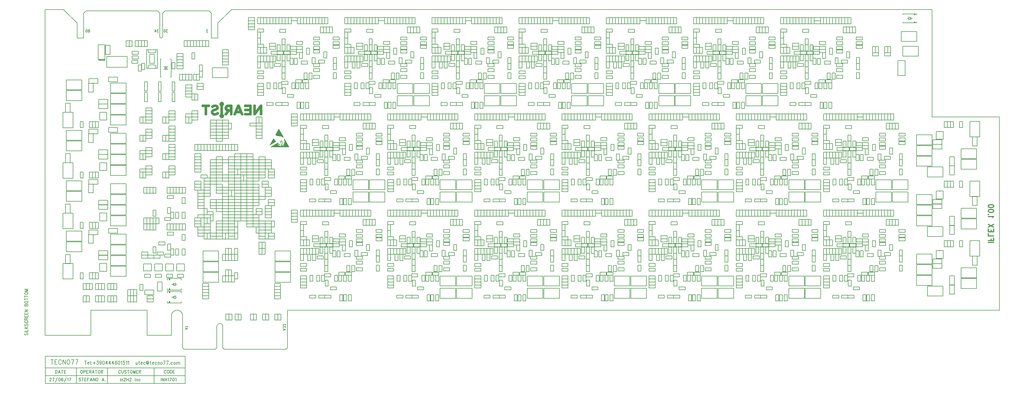
<source format=gbr>
%FSLAX35Y35*%
%MOIN*%
%SFA1.000B1.000*%

G04 Copyright (c) 2015-2018 in2H2 inc.
G04 System developed for in2H2 inc. by Intermotion Technology, Inc.
G04 
G04 Full system RTL, C sources and board design files available at https://github.com/nearist
G04 
G04 in2H2 inc. Team Members:
G04 - Chris McCormick - Algorithm Research and Design
G04 - Matt McCormick - Board Production, System Q/A
G04 
G04 Intermotion Technology Inc. Team Members:
G04 - Mick Fandrich - Project Lead
G04 - Dr. Ludovico Minati - Board Architecture and Design, FPGA Technology Advisor
G04 - Vardan Movsisyan - RTL Team Lead
G04 - Khachatur Gyozalyan - RTL Design
G04 - Tigran Papazyan - RTL Design
G04 - Taron Harutyunyan - RTL Design
G04 - Hayk Ghaltaghchyan - System Software
G04 
G04 Tecno77 S.r.l. Team Members:
G04 - Stefano Aldrigo, Board Layout Design
G04 
G04 We dedicate this project to the memory of Bruce McCormick, an AI pioneer
G04 and advocate, a good friend and father.
G04 
G04 These materials are provided free of charge: you can redistribute them and/or modify  
G04 them under the terms of the GNU General Public License as published by  
G04 the Free Software Foundation, version 3.
G04 
G04 These materials are distributed in the hope that they will be useful, but 
G04 WITHOUT ANY WARRANTY; without even the implied warranty of 
G04 MERCHANTABILITY or FITNESS FOR A PARTICULAR PURPOSE. See the GNU 
G04 General Public License for more details.
G04 In particular, this design should be treated as UNVERIFIED and UNCERTIFIED
G04 
G04 You should have received a copy of the GNU General Public License 
G04 along with this design. If not, see <http://www.gnu.org/licenses/>.

%FSLAX35Y35*%
%MOIN*%
%SFA1.000B1.000*%

%MIA0B0*%
%IPPOS*%
%ADD11C,0.00800*%
%ADD26C,0.01000*%
%ADD66C,0.02362*%
%ADD67C,0.01181*%
%ADD77C,0.00700*%
%ADD106C,0.00600*%
%ADD113C,0.00400*%
%ADD114C,0.03000*%
%ADD115C,0.00300*%
%ADD116C,0.00200*%
%LNsilkscreenbtm.g*%
%LPD*%
G54D11*X415748Y486220D02*G01X423622D01*Y490157*X415748*Y486220*X381496Y519291D02*G01Y527165D01*X377559*Y519291*X381496*X389370D02*G01Y527165D01*X385433*Y519291*X389370*X432677D02*G01Y527165D01*X428740*Y519291*X432677*X460236D02*G01Y527165D01*X456299*Y519291*X460236*X464173D02*G01Y527165D01*X460236*Y519291*X464173*X411417Y492126D02*G01Y484252D01*X415354*Y492126*X411417*X415748Y479921D02*G01X423622D01*Y483858*X415748*Y479921*X393307Y477953D02*G01Y470079D01*X397244*Y477953*X393307*X415354Y483858D02*G01X407480D01*Y479921*X415354*Y483858*X402756Y471654D02*G01Y479528D01*X398819*Y471654*X402756*X405118Y492126D02*G01Y484252D01*X409055*Y492126*X405118*X409055Y471654D02*G01Y479528D01*X405118*Y471654*X409055*X415354D02*G01Y479528D01*X411417*Y471654*X415354*X398819Y483858D02*G01X390945D01*Y479921*X398819*Y483858*X456299Y519291D02*G01Y527165D01*X452362*Y519291*X456299*X398819Y479921D02*G01X406693D01*Y483858*X398819*Y479921*Y492126D02*G01Y484252D01*X402756*Y492126*X398819*X445669Y498425D02*G01X453543D01*Y502362*X445669*Y498425*Y492126D02*G01X453543D01*Y496063*X445669*Y492126*X478740Y502362D02*G01X470866D01*Y498425*X478740*Y502362*Y496063D02*G01X470866D01*Y492126*X478740*Y496063*Y491535D02*G01X470866D01*Y487598*X478740*Y491535*X430709Y447244D02*G01X422835D01*Y443307*X430709*Y447244*X423622Y486220D02*G01X431496D01*Y490157*X423622*Y486220*X409055Y463780D02*G01Y471654D01*X405118*Y463780*X409055*X405118D02*G01Y455906D01*X409055*Y463780*X405118*X409055Y448031D02*G01Y455906D01*X405118*Y448031*X409055*X419291Y466929D02*G01Y474803D01*X415354*Y466929*X419291*X429921Y467323D02*G01X437795D01*Y471260*X429921*Y467323*X443701Y475591D02*G01Y467717D01*X447638*Y475591*X443701*X445669Y463780D02*G01X453543D01*Y467717*X445669*Y463780*Y457480D02*G01X453543D01*Y461417*X445669*Y457480*X453543Y452756D02*G01X445669D01*Y448819*X453543*Y452756*X393307Y462205D02*G01Y470079D01*X389370*Y462205*X393307*X412598Y445276D02*G01X404724D01*Y441339*X412598*Y445276*X389764Y435433D02*G01Y443307D01*X385827*Y435433*X389764*X394488Y443307D02*G01Y435433D01*X398425*Y443307*X394488*X400787D02*G01Y435433D01*X404724*Y443307*X400787*X429134D02*G01Y435433D01*X433071*Y443307*X429134*X435433D02*G01Y435433D01*X439370*Y443307*X435433*X475197Y448425D02*G01Y456299D01*X471260*Y448425*X475197*X385433Y413780D02*G01X393307D01*Y417717*X385433*Y413780*X428346Y410236D02*G01Y418110D01*X424409*Y410236*X428346*X433071D02*G01Y418110D01*X429134*Y410236*X433071*X421654Y435433D02*G01Y443307D01*X417717*Y435433*X421654*X439370Y410236D02*G01Y418110D01*X435433*Y410236*X439370*X412992Y417717D02*G01X405118D01*Y413780*X412992*Y417717*X401181Y519291D02*G01Y527165D01*X397244*Y519291*X401181*X409055D02*G01Y527165D01*X405118*Y519291*X409055*X444488D02*G01Y527165D01*X440551*Y519291*X444488*X458268Y507480D02*G01Y515354D01*X454331*Y507480*X458268*X470079D02*G01Y515354D01*X466142*Y507480*X470079*X431496Y474409D02*G01Y482283D01*X427559*Y474409*X431496*X403150Y468110D02*G01X395276D01*Y464173*X403150*Y468110*X459843Y472441D02*G01X451969D01*Y468504*X459843*Y472441*X381496Y458661D02*G01X373622D01*Y454724*X381496*Y458661*Y452362D02*G01X373622D01*Y448425*X381496*Y452362*X453543Y490157D02*G01X445669D01*Y486220*X453543*Y490157*X381496Y442520D02*G01X373622D01*Y438583*X381496*Y442520*Y430709D02*G01X373622D01*Y426772*X381496*Y430709*X409449Y429134D02*G01Y437008D01*X405512*Y429134*X409449*X397244Y413780D02*G01X405118D01*Y417717*X397244*Y413780*X475197Y460236D02*G01Y468110D01*X471260*Y460236*X475197*X381496Y434646D02*G01X373622D01*Y430709*X381496*Y434646*X397244Y519291D02*G01Y527165D01*X393307*Y519291*X397244*X405118D02*G01Y527165D01*X401181*Y519291*X405118*X471260Y475984D02*G01Y468110D01*X475197*Y475984*X471260*X412992Y519291D02*G01Y527165D01*X409055*Y519291*X412992*X440551D02*G01Y527165D01*X436614*Y519291*X440551*X466142Y507480D02*G01Y515354D01*X462205*Y507480*X466142*X448425Y519291D02*G01Y527165D01*X444488*Y519291*X448425*X381496Y438583D02*G01X373622D01*Y434646*X381496*Y438583*X452362Y519291D02*G01Y527165D01*X448425*Y519291*X452362*X462205Y507480D02*G01Y515354D01*X458268*Y507480*X462205*X373622Y488976D02*G01X381496D01*Y492913*X373622*Y488976*X405118Y500000D02*G01Y492126D01*X409055*Y500000*X405118*X377559Y481102D02*G01Y488976D01*X373622*Y481102*X377559*X381496D02*G01Y488976D01*X377559*Y481102*X381496*X385433D02*G01Y488976D01*X381496*Y481102*X385433*X383071Y470079D02*G01Y462205D01*X387008*Y470079*X383071*X377559D02*G01Y477953D01*X373622*Y470079*X377559*X381496D02*G01Y477953D01*X377559*Y470079*X381496*X385433D02*G01Y477953D01*X381496*Y470079*X385433*X373622D02*G01Y462205D01*X377559*Y470079*X373622*X424803Y466929D02*G01Y474803D01*X420866*Y466929*X424803*X389370Y470079D02*G01Y477953D01*X385433*Y470079*X389370*X409843Y512205D02*G01X401969D01*Y508268*X409843*Y512205*X396850Y490157D02*G01X388976D01*Y486220*X396850*Y490157*X423622Y492520D02*G01X431496D01*Y496457*X423622*Y492520*X396850Y494094D02*G01X388976D01*Y490157*X396850*Y494094*X393307Y470079D02*G01Y477953D01*X389370*Y470079*X393307*Y519291D02*G01Y527165D01*X389370*Y519291*X393307*X436614D02*G01Y527165D01*X432677*Y519291*X436614*X377559D02*G01Y527165D01*X373622*Y519291*X377559*X385433D02*G01Y527165D01*X381496*Y519291*X385433*X428740D02*G01Y527165D01*X424803*Y519291*X428740*X377559Y492913D02*G01Y500787D01*X373622*Y492913*X377559*X416929Y519291D02*G01Y527165D01*X412992*Y519291*X416929*Y523228D02*G01X424803D01*Y527165*X416929*Y523228*X373622Y508661D02*G01X381496D01*Y512598*X373622*Y508661*Y500787*X377559*Y508661*X373622*X443701Y448031D02*G01Y455906D01*X439764*Y448031*X443701*X431496Y486220D02*G01X423622D01*Y482283*X431496*Y486220*X436614Y487795D02*G01Y479921D01*X440551*Y487795*X436614*X431496Y443307D02*G01X439370D01*Y447244*X431496*Y443307*X422835D02*G01Y435433D01*X426772*Y443307*X422835*X445669Y481496D02*G01X453543D01*Y485433*X445669*Y481496*X433465Y455906D02*G01Y448031D01*X437402*Y455906*X433465*X420079Y428346D02*G01X412205D01*Y424409*X420079*Y428346*X458661Y483071D02*G01Y475197D01*X462598*Y483071*X458661*X470866Y362205D02*G01X478740D01*Y366142*X470866*Y362205*X436614Y395276D02*G01Y403150D01*X432677*Y395276*X436614*X444488D02*G01Y403150D01*X440551*Y395276*X444488*X487795D02*G01Y403150D01*X483858*Y395276*X487795*X515354D02*G01Y403150D01*X511417*Y395276*X515354*X519291D02*G01Y403150D01*X515354*Y395276*X519291*X466535Y368110D02*G01Y360236D01*X470472*Y368110*X466535*X470866Y355906D02*G01X478740D01*Y359843*X470866*Y355906*X448425Y353937D02*G01Y346063D01*X452362*Y353937*X448425*X470472Y359843D02*G01X462598D01*Y355906*X470472*Y359843*X457874Y347638D02*G01Y355512D01*X453937*Y347638*X457874*X460236Y368110D02*G01Y360236D01*X464173*Y368110*X460236*X464173Y347638D02*G01Y355512D01*X460236*Y347638*X464173*X470472D02*G01Y355512D01*X466535*Y347638*X470472*X453937Y359843D02*G01X446063D01*Y355906*X453937*Y359843*X511417Y395276D02*G01Y403150D01*X507480*Y395276*X511417*X453937Y355906D02*G01X461811D01*Y359843*X453937*Y355906*Y368110D02*G01Y360236D01*X457874*Y368110*X453937*X500787Y374409D02*G01X508661D01*Y378346*X500787*Y374409*Y368110D02*G01X508661D01*Y372047*X500787*Y368110*X533858Y378346D02*G01X525984D01*Y374409*X533858*Y378346*Y372047D02*G01X525984D01*Y368110*X533858*Y372047*Y367520D02*G01X525984D01*Y363583*X533858*Y367520*X485827Y323228D02*G01X477953D01*Y319291*X485827*Y323228*X478740Y362205D02*G01X486614D01*Y366142*X478740*Y362205*X464173Y339764D02*G01Y347638D01*X460236*Y339764*X464173*X460236D02*G01Y331890D01*X464173*Y339764*X460236*X464173Y324016D02*G01Y331890D01*X460236*Y324016*X464173*X474409Y342913D02*G01Y350787D01*X470472*Y342913*X474409*X485039Y343307D02*G01X492913D01*Y347244*X485039*Y343307*X498819Y351575D02*G01Y343701D01*X502756*Y351575*X498819*X500787Y339764D02*G01X508661D01*Y343701*X500787*Y339764*Y333465D02*G01X508661D01*Y337402*X500787*Y333465*X508661Y328740D02*G01X500787D01*Y324803*X508661*Y328740*X448425Y338189D02*G01Y346063D01*X444488*Y338189*X448425*X467717Y321260D02*G01X459843D01*Y317323*X467717*Y321260*X444882Y311417D02*G01Y319291D01*X440945*Y311417*X444882*X449606Y319291D02*G01Y311417D01*X453543*Y319291*X449606*X455906D02*G01Y311417D01*X459843*Y319291*X455906*X484252D02*G01Y311417D01*X488189*Y319291*X484252*X490551D02*G01Y311417D01*X494488*Y319291*X490551*X530315Y324409D02*G01Y332283D01*X526378*Y324409*X530315*X440551Y289764D02*G01X448425D01*Y293701*X440551*Y289764*X483465Y286220D02*G01Y294094D01*X479528*Y286220*X483465*X488189D02*G01Y294094D01*X484252*Y286220*X488189*X476772Y311417D02*G01Y319291D01*X472835*Y311417*X476772*X494488Y286220D02*G01Y294094D01*X490551*Y286220*X494488*X468110Y293701D02*G01X460236D01*Y289764*X468110*Y293701*X456299Y395276D02*G01Y403150D01*X452362*Y395276*X456299*X464173D02*G01Y403150D01*X460236*Y395276*X464173*X499606D02*G01Y403150D01*X495669*Y395276*X499606*X513386Y383465D02*G01Y391339D01*X509449*Y383465*X513386*X525197D02*G01Y391339D01*X521260*Y383465*X525197*X486614Y350394D02*G01Y358268D01*X482677*Y350394*X486614*X458268Y344094D02*G01X450394D01*Y340157*X458268*Y344094*X514961Y348425D02*G01X507087D01*Y344488*X514961*Y348425*X436614Y334646D02*G01X428740D01*Y330709*X436614*Y334646*Y328346D02*G01X428740D01*Y324409*X436614*Y328346*X508661Y366142D02*G01X500787D01*Y362205*X508661*Y366142*X436614Y318504D02*G01X428740D01*Y314567*X436614*Y318504*Y306693D02*G01X428740D01*Y302756*X436614*Y306693*X464567Y305118D02*G01Y312992D01*X460630*Y305118*X464567*X452362Y289764D02*G01X460236D01*Y293701*X452362*Y289764*X530315Y336220D02*G01Y344094D01*X526378*Y336220*X530315*X436614Y310630D02*G01X428740D01*Y306693*X436614*Y310630*X452362Y395276D02*G01Y403150D01*X448425*Y395276*X452362*X460236D02*G01Y403150D01*X456299*Y395276*X460236*X526378Y351969D02*G01Y344094D01*X530315*Y351969*X526378*X468110Y395276D02*G01Y403150D01*X464173*Y395276*X468110*X495669D02*G01Y403150D01*X491732*Y395276*X495669*X521260Y383465D02*G01Y391339D01*X517323*Y383465*X521260*X503543Y395276D02*G01Y403150D01*X499606*Y395276*X503543*X436614Y314567D02*G01X428740D01*Y310630*X436614*Y314567*X507480Y395276D02*G01Y403150D01*X503543*Y395276*X507480*X517323Y383465D02*G01Y391339D01*X513386*Y383465*X517323*X428740Y364961D02*G01X436614D01*Y368898*X428740*Y364961*X460236Y375984D02*G01Y368110D01*X464173*Y375984*X460236*X432677Y357087D02*G01Y364961D01*X428740*Y357087*X432677*X436614D02*G01Y364961D01*X432677*Y357087*X436614*X440551D02*G01Y364961D01*X436614*Y357087*X440551*X438189Y346063D02*G01Y338189D01*X442126*Y346063*X438189*X432677D02*G01Y353937D01*X428740*Y346063*X432677*X436614D02*G01Y353937D01*X432677*Y346063*X436614*X440551D02*G01Y353937D01*X436614*Y346063*X440551*X428740D02*G01Y338189D01*X432677*Y346063*X428740*X479921Y342913D02*G01Y350787D01*X475984*Y342913*X479921*X444488Y346063D02*G01Y353937D01*X440551*Y346063*X444488*X464961Y388189D02*G01X457087D01*Y384252*X464961*Y388189*X451969Y366142D02*G01X444094D01*Y362205*X451969*Y366142*X478740Y368504D02*G01X486614D01*Y372441*X478740*Y368504*X451969Y370079D02*G01X444094D01*Y366142*X451969*Y370079*X448425Y346063D02*G01Y353937D01*X444488*Y346063*X448425*Y395276D02*G01Y403150D01*X444488*Y395276*X448425*X491732D02*G01Y403150D01*X487795*Y395276*X491732*X432677D02*G01Y403150D01*X428740*Y395276*X432677*X440551D02*G01Y403150D01*X436614*Y395276*X440551*X483858D02*G01Y403150D01*X479921*Y395276*X483858*X432677Y368898D02*G01Y376772D01*X428740*Y368898*X432677*X472047Y395276D02*G01Y403150D01*X468110*Y395276*X472047*Y399213D02*G01X479921D01*Y403150*X472047*Y399213*X428740Y384646D02*G01X436614D01*Y388583*X428740*Y384646*Y376772*X432677*Y384646*X428740*X498819Y324016D02*G01Y331890D01*X494882*Y324016*X498819*X486614Y362205D02*G01X478740D01*Y358268*X486614*Y362205*X491732Y363780D02*G01Y355906D01*X495669*Y363780*X491732*X486614Y319291D02*G01X494488D01*Y323228*X486614*Y319291*X477953D02*G01Y311417D01*X481890*Y319291*X477953*X500787Y357480D02*G01X508661D01*Y361417*X500787*Y357480*X488583Y331890D02*G01Y324016D01*X492520*Y331890*X488583*X475197Y304331D02*G01X467323D01*Y300394*X475197*Y304331*X513780Y359055D02*G01Y351181D01*X517717*Y359055*X513780*X470866Y238189D02*G01X478740D01*Y242126*X470866*Y238189*X436614Y271260D02*G01Y279134D01*X432677*Y271260*X436614*X444488D02*G01Y279134D01*X440551*Y271260*X444488*X487795D02*G01Y279134D01*X483858*Y271260*X487795*X515354D02*G01Y279134D01*X511417*Y271260*X515354*X519291D02*G01Y279134D01*X515354*Y271260*X519291*X466535Y244094D02*G01Y236220D01*X470472*Y244094*X466535*X470866Y231890D02*G01X478740D01*Y235827*X470866*Y231890*X448425Y229921D02*G01Y222047D01*X452362*Y229921*X448425*X470472Y235827D02*G01X462598D01*Y231890*X470472*Y235827*X457874Y223622D02*G01Y231496D01*X453937*Y223622*X457874*X460236Y244094D02*G01Y236220D01*X464173*Y244094*X460236*X464173Y223622D02*G01Y231496D01*X460236*Y223622*X464173*X470472D02*G01Y231496D01*X466535*Y223622*X470472*X453937Y235827D02*G01X446063D01*Y231890*X453937*Y235827*X511417Y271260D02*G01Y279134D01*X507480*Y271260*X511417*X453937Y231890D02*G01X461811D01*Y235827*X453937*Y231890*Y244094D02*G01Y236220D01*X457874*Y244094*X453937*X500787Y250394D02*G01X508661D01*Y254331*X500787*Y250394*Y244094D02*G01X508661D01*Y248031*X500787*Y244094*X533858Y254331D02*G01X525984D01*Y250394*X533858*Y254331*Y248031D02*G01X525984D01*Y244094*X533858*Y248031*Y243504D02*G01X525984D01*Y239567*X533858*Y243504*X485827Y199213D02*G01X477953D01*Y195276*X485827*Y199213*X478740Y238189D02*G01X486614D01*Y242126*X478740*Y238189*X464173Y215748D02*G01Y223622D01*X460236*Y215748*X464173*X460236D02*G01Y207874D01*X464173*Y215748*X460236*X464173Y200000D02*G01Y207874D01*X460236*Y200000*X464173*X474409Y218898D02*G01Y226772D01*X470472*Y218898*X474409*X485039Y219291D02*G01X492913D01*Y223228*X485039*Y219291*X498819Y227559D02*G01Y219685D01*X502756*Y227559*X498819*X500787Y215748D02*G01X508661D01*Y219685*X500787*Y215748*Y209449D02*G01X508661D01*Y213386*X500787*Y209449*X508661Y204724D02*G01X500787D01*Y200787*X508661*Y204724*X448425Y214173D02*G01Y222047D01*X444488*Y214173*X448425*X467717Y197244D02*G01X459843D01*Y193307*X467717*Y197244*X444882Y187402D02*G01Y195276D01*X440945*Y187402*X444882*X449606Y195276D02*G01Y187402D01*X453543*Y195276*X449606*X455906D02*G01Y187402D01*X459843*Y195276*X455906*X484252D02*G01Y187402D01*X488189*Y195276*X484252*X490551D02*G01Y187402D01*X494488*Y195276*X490551*X530315Y200394D02*G01Y208268D01*X526378*Y200394*X530315*X440551Y165748D02*G01X448425D01*Y169685*X440551*Y165748*X483465Y162205D02*G01Y170079D01*X479528*Y162205*X483465*X488189D02*G01Y170079D01*X484252*Y162205*X488189*X476772Y187402D02*G01Y195276D01*X472835*Y187402*X476772*X494488Y162205D02*G01Y170079D01*X490551*Y162205*X494488*X468110Y169685D02*G01X460236D01*Y165748*X468110*Y169685*X456299Y271260D02*G01Y279134D01*X452362*Y271260*X456299*X464173D02*G01Y279134D01*X460236*Y271260*X464173*X499606D02*G01Y279134D01*X495669*Y271260*X499606*X513386Y259449D02*G01Y267323D01*X509449*Y259449*X513386*X525197D02*G01Y267323D01*X521260*Y259449*X525197*X486614Y226378D02*G01Y234252D01*X482677*Y226378*X486614*X458268Y220079D02*G01X450394D01*Y216142*X458268*Y220079*X514961Y224409D02*G01X507087D01*Y220472*X514961*Y224409*X436614Y210630D02*G01X428740D01*Y206693*X436614*Y210630*Y204331D02*G01X428740D01*Y200394*X436614*Y204331*X508661Y242126D02*G01X500787D01*Y238189*X508661*Y242126*X436614Y194488D02*G01X428740D01*Y190551*X436614*Y194488*Y182677D02*G01X428740D01*Y178740*X436614*Y182677*X464567Y181102D02*G01Y188976D01*X460630*Y181102*X464567*X452362Y165748D02*G01X460236D01*Y169685*X452362*Y165748*X530315Y212205D02*G01Y220079D01*X526378*Y212205*X530315*X436614Y186614D02*G01X428740D01*Y182677*X436614*Y186614*X452362Y271260D02*G01Y279134D01*X448425*Y271260*X452362*X460236D02*G01Y279134D01*X456299*Y271260*X460236*X526378Y227953D02*G01Y220079D01*X530315*Y227953*X526378*X468110Y271260D02*G01Y279134D01*X464173*Y271260*X468110*X495669D02*G01Y279134D01*X491732*Y271260*X495669*X521260Y259449D02*G01Y267323D01*X517323*Y259449*X521260*X503543Y271260D02*G01Y279134D01*X499606*Y271260*X503543*X436614Y190551D02*G01X428740D01*Y186614*X436614*Y190551*X507480Y271260D02*G01Y279134D01*X503543*Y271260*X507480*X517323Y259449D02*G01Y267323D01*X513386*Y259449*X517323*X428740Y240945D02*G01X436614D01*Y244882*X428740*Y240945*X460236Y251969D02*G01Y244094D01*X464173*Y251969*X460236*X432677Y233071D02*G01Y240945D01*X428740*Y233071*X432677*X436614D02*G01Y240945D01*X432677*Y233071*X436614*X440551D02*G01Y240945D01*X436614*Y233071*X440551*X438189Y222047D02*G01Y214173D01*X442126*Y222047*X438189*X432677D02*G01Y229921D01*X428740*Y222047*X432677*X436614D02*G01Y229921D01*X432677*Y222047*X436614*X440551D02*G01Y229921D01*X436614*Y222047*X440551*X428740D02*G01Y214173D01*X432677*Y222047*X428740*X479921Y218898D02*G01Y226772D01*X475984*Y218898*X479921*X444488Y222047D02*G01Y229921D01*X440551*Y222047*X444488*X464961Y264173D02*G01X457087D01*Y260236*X464961*Y264173*X451969Y242126D02*G01X444094D01*Y238189*X451969*Y242126*X478740Y244488D02*G01X486614D01*Y248425*X478740*Y244488*X451969Y246063D02*G01X444094D01*Y242126*X451969*Y246063*X448425Y222047D02*G01Y229921D01*X444488*Y222047*X448425*Y271260D02*G01Y279134D01*X444488*Y271260*X448425*X491732D02*G01Y279134D01*X487795*Y271260*X491732*X432677D02*G01Y279134D01*X428740*Y271260*X432677*X440551D02*G01Y279134D01*X436614*Y271260*X440551*X483858D02*G01Y279134D01*X479921*Y271260*X483858*X432677Y244882D02*G01Y252756D01*X428740*Y244882*X432677*X472047Y271260D02*G01Y279134D01*X468110*Y271260*X472047*Y275197D02*G01X479921D01*Y279134*X472047*Y275197*X428740Y260630D02*G01X436614D01*Y264567*X428740*Y260630*Y252756*X432677*Y260630*X428740*X498819Y200000D02*G01Y207874D01*X494882*Y200000*X498819*X486614Y238189D02*G01X478740D01*Y234252*X486614*Y238189*X491732Y239764D02*G01Y231890D01*X495669*Y239764*X491732*X486614Y195276D02*G01X494488D01*Y199213*X486614*Y195276*X477953D02*G01Y187402D01*X481890*Y195276*X477953*X500787Y233465D02*G01X508661D01*Y237402*X500787*Y233465*X488583Y207874D02*G01Y200000D01*X492520*Y207874*X488583*X475197Y180315D02*G01X467323D01*Y176378*X475197*Y180315*X513780Y235039D02*G01Y227165D01*X517717*Y235039*X513780*X493701Y519291D02*G01Y527165D01*X489764*Y519291*X493701*X501575D02*G01Y527165D01*X497638*Y519291*X501575*X544882D02*G01Y527165D01*X540945*Y519291*X544882*X572441D02*G01Y527165D01*X568504*Y519291*X572441*X576378D02*G01Y527165D01*X572441*Y519291*X576378*X568504D02*G01Y527165D01*X564567*Y519291*X568504*X513386D02*G01Y527165D01*X509449*Y519291*X513386*X521260D02*G01Y527165D01*X517323*Y519291*X521260*X556693D02*G01Y527165D01*X552756*Y519291*X556693*X509449D02*G01Y527165D01*X505512*Y519291*X509449*X517323D02*G01Y527165D01*X513386*Y519291*X517323*X525197D02*G01Y527165D01*X521260*Y519291*X525197*X552756D02*G01Y527165D01*X548819*Y519291*X552756*X560630D02*G01Y527165D01*X556693*Y519291*X560630*X564567D02*G01Y527165D01*X560630*Y519291*X564567*X522047Y512205D02*G01X514173D01*Y508268*X522047*Y512205*X505512Y519291D02*G01Y527165D01*X501575*Y519291*X505512*X548819D02*G01Y527165D01*X544882*Y519291*X548819*X489764D02*G01Y527165D01*X485827*Y519291*X489764*X497638D02*G01Y527165D01*X493701*Y519291*X497638*X540945D02*G01Y527165D01*X537008*Y519291*X540945*X489764Y492913D02*G01Y500787D01*X485827*Y492913*X489764*X529134Y519291D02*G01Y527165D01*X525197*Y519291*X529134*Y523228D02*G01X537008D01*Y527165*X529134*Y523228*X485827Y508661D02*G01X493701D01*Y512598*X485827*Y508661*Y500787*X489764*Y508661*X485827*X548819Y395276D02*G01Y403150D01*X544882*Y395276*X548819*X556693D02*G01Y403150D01*X552756*Y395276*X556693*X600000D02*G01Y403150D01*X596063*Y395276*X600000*X627559D02*G01Y403150D01*X623622*Y395276*X627559*X801575Y388189D02*G01X793701D01*Y384252*X801575*Y388189*X631496Y395276D02*G01Y403150D01*X627559*Y395276*X631496*X623622D02*G01Y403150D01*X619685*Y395276*X623622*X568504D02*G01Y403150D01*X564567*Y395276*X568504*X576378D02*G01Y403150D01*X572441*Y395276*X576378*X611811D02*G01Y403150D01*X607874*Y395276*X611811*X564567D02*G01Y403150D01*X560630*Y395276*X564567*X572441D02*G01Y403150D01*X568504*Y395276*X572441*X580315D02*G01Y403150D01*X576378*Y395276*X580315*X607874D02*G01Y403150D01*X603937*Y395276*X607874*X615748D02*G01Y403150D01*X611811*Y395276*X615748*X619685D02*G01Y403150D01*X615748*Y395276*X619685*X577165Y388189D02*G01X569291D01*Y384252*X577165*Y388189*X560630Y395276D02*G01Y403150D01*X556693*Y395276*X560630*X603937D02*G01Y403150D01*X600000*Y395276*X603937*X544882D02*G01Y403150D01*X540945*Y395276*X544882*X552756D02*G01Y403150D01*X548819*Y395276*X552756*X596063D02*G01Y403150D01*X592126*Y395276*X596063*X544882Y368898D02*G01Y376772D01*X540945*Y368898*X544882*X584252Y395276D02*G01Y403150D01*X580315*Y395276*X584252*Y399213D02*G01X592126D01*Y403150*X584252*Y399213*X540945Y384646D02*G01X548819D01*Y388583*X540945*Y384646*Y376772*X544882*Y384646*X540945*X548819Y271260D02*G01Y279134D01*X544882*Y271260*X548819*X556693D02*G01Y279134D01*X552756*Y271260*X556693*X600000D02*G01Y279134D01*X596063*Y271260*X600000*X627559D02*G01Y279134D01*X623622*Y271260*X627559*X631496D02*G01Y279134D01*X627559*Y271260*X631496*X623622D02*G01Y279134D01*X619685*Y271260*X623622*X568504D02*G01Y279134D01*X564567*Y271260*X568504*X576378D02*G01Y279134D01*X572441*Y271260*X576378*X611811D02*G01Y279134D01*X607874*Y271260*X611811*X564567D02*G01Y279134D01*X560630*Y271260*X564567*X572441D02*G01Y279134D01*X568504*Y271260*X572441*X580315D02*G01Y279134D01*X576378*Y271260*X580315*X607874D02*G01Y279134D01*X603937*Y271260*X607874*X615748D02*G01Y279134D01*X611811*Y271260*X615748*X619685D02*G01Y279134D01*X615748*Y271260*X619685*X577165Y264173D02*G01X569291D01*Y260236*X577165*Y264173*X560630Y271260D02*G01Y279134D01*X556693*Y271260*X560630*X603937D02*G01Y279134D01*X600000*Y271260*X603937*X544882D02*G01Y279134D01*X540945*Y271260*X544882*X552756D02*G01Y279134D01*X548819*Y271260*X552756*X596063D02*G01Y279134D01*X592126*Y271260*X596063*X544882Y244882D02*G01Y252756D01*X540945*Y244882*X544882*X584252Y271260D02*G01Y279134D01*X580315*Y271260*X584252*Y275197D02*G01X592126D01*Y279134*X584252*Y275197*X540945Y260630D02*G01X548819D01*Y264567*X540945*Y260630*Y252756*X544882*Y260630*X540945*X605906Y519291D02*G01Y527165D01*X601969*Y519291*X605906*X613780D02*G01Y527165D01*X609843*Y519291*X613780*X657087D02*G01Y527165D01*X653150*Y519291*X657087*X684646D02*G01Y527165D01*X680709*Y519291*X684646*X688583D02*G01Y527165D01*X684646*Y519291*X688583*X680709D02*G01Y527165D01*X676772*Y519291*X680709*X625591D02*G01Y527165D01*X621654*Y519291*X625591*X633465D02*G01Y527165D01*X629528*Y519291*X633465*X668898D02*G01Y527165D01*X664961*Y519291*X668898*X621654D02*G01Y527165D01*X617717*Y519291*X621654*X629528D02*G01Y527165D01*X625591*Y519291*X629528*X637402D02*G01Y527165D01*X633465*Y519291*X637402*X664961D02*G01Y527165D01*X661024*Y519291*X664961*X672835D02*G01Y527165D01*X668898*Y519291*X672835*X676772D02*G01Y527165D01*X672835*Y519291*X676772*X634252Y512205D02*G01X626378D01*Y508268*X634252*Y512205*X617717Y519291D02*G01Y527165D01*X613780*Y519291*X617717*X661024D02*G01Y527165D01*X657087*Y519291*X661024*X601969D02*G01Y527165D01*X598031*Y519291*X601969*X609843D02*G01Y527165D01*X605906*Y519291*X609843*X653150D02*G01Y527165D01*X649213*Y519291*X653150*X601969Y492913D02*G01Y500787D01*X598031*Y492913*X601969*X641339Y519291D02*G01Y527165D01*X637402*Y519291*X641339*Y523228D02*G01X649213D01*Y527165*X641339*Y523228*X598031Y508661D02*G01X605906D01*Y512598*X598031*Y508661*Y500787*X601969*Y508661*X598031*X661024Y395276D02*G01Y403150D01*X657087*Y395276*X661024*X668898D02*G01Y403150D01*X664961*Y395276*X668898*X712205D02*G01Y403150D01*X708268*Y395276*X712205*X739764D02*G01Y403150D01*X735827*Y395276*X739764*X743701D02*G01Y403150D01*X739764*Y395276*X743701*X735827D02*G01Y403150D01*X731890*Y395276*X735827*X680709D02*G01Y403150D01*X676772*Y395276*X680709*X688583D02*G01Y403150D01*X684646*Y395276*X688583*X724016D02*G01Y403150D01*X720079*Y395276*X724016*X676772D02*G01Y403150D01*X672835*Y395276*X676772*X684646D02*G01Y403150D01*X680709*Y395276*X684646*X692520D02*G01Y403150D01*X688583*Y395276*X692520*X720079D02*G01Y403150D01*X716142*Y395276*X720079*X727953D02*G01Y403150D01*X724016*Y395276*X727953*X731890D02*G01Y403150D01*X727953*Y395276*X731890*X689370Y388189D02*G01X681496D01*Y384252*X689370*Y388189*X672835Y395276D02*G01Y403150D01*X668898*Y395276*X672835*X716142D02*G01Y403150D01*X712205*Y395276*X716142*X657087D02*G01Y403150D01*X653150*Y395276*X657087*X664961D02*G01Y403150D01*X661024*Y395276*X664961*X708268D02*G01Y403150D01*X704331*Y395276*X708268*X657087Y368898D02*G01Y376772D01*X653150*Y368898*X657087*X696457Y395276D02*G01Y403150D01*X692520*Y395276*X696457*Y399213D02*G01X704331D01*Y403150*X696457*Y399213*X653150Y384646D02*G01X661024D01*Y388583*X653150*Y384646*Y376772*X657087*Y384646*X653150*X661024Y271260D02*G01Y279134D01*X657087*Y271260*X661024*X668898D02*G01Y279134D01*X664961*Y271260*X668898*X712205D02*G01Y279134D01*X708268*Y271260*X712205*X739764D02*G01Y279134D01*X735827*Y271260*X739764*X913780Y264173D02*G01X905906D01*Y260236*X913780*Y264173*X743701Y271260D02*G01Y279134D01*X739764*Y271260*X743701*X735827D02*G01Y279134D01*X731890*Y271260*X735827*X680709D02*G01Y279134D01*X676772*Y271260*X680709*X688583D02*G01Y279134D01*X684646*Y271260*X688583*X724016D02*G01Y279134D01*X720079*Y271260*X724016*X676772D02*G01Y279134D01*X672835*Y271260*X676772*X684646D02*G01Y279134D01*X680709*Y271260*X684646*X692520D02*G01Y279134D01*X688583*Y271260*X692520*X720079D02*G01Y279134D01*X716142*Y271260*X720079*X727953D02*G01Y279134D01*X724016*Y271260*X727953*X731890D02*G01Y279134D01*X727953*Y271260*X731890*X689370Y264173D02*G01X681496D01*Y260236*X689370*Y264173*X672835Y271260D02*G01Y279134D01*X668898*Y271260*X672835*X716142D02*G01Y279134D01*X712205*Y271260*X716142*X657087D02*G01Y279134D01*X653150*Y271260*X657087*X664961D02*G01Y279134D01*X661024*Y271260*X664961*X708268D02*G01Y279134D01*X704331*Y271260*X708268*X657087Y244882D02*G01Y252756D01*X653150*Y244882*X657087*X696457Y271260D02*G01Y279134D01*X692520*Y271260*X696457*Y275197D02*G01X704331D01*Y279134*X696457*Y275197*X653150Y260630D02*G01X661024D01*Y264567*X653150*Y260630*Y252756*X657087*Y260630*X653150*X718110Y519291D02*G01Y527165D01*X714173*Y519291*X718110*X725984D02*G01Y527165D01*X722047*Y519291*X725984*X769291D02*G01Y527165D01*X765354*Y519291*X769291*X796850D02*G01Y527165D01*X792913*Y519291*X796850*X800787D02*G01Y527165D01*X796850*Y519291*X800787*X792913D02*G01Y527165D01*X788976*Y519291*X792913*X737795D02*G01Y527165D01*X733858*Y519291*X737795*X745669D02*G01Y527165D01*X741732*Y519291*X745669*X781102D02*G01Y527165D01*X777165*Y519291*X781102*X733858D02*G01Y527165D01*X729921*Y519291*X733858*X741732D02*G01Y527165D01*X737795*Y519291*X741732*X749606D02*G01Y527165D01*X745669*Y519291*X749606*X777165D02*G01Y527165D01*X773228*Y519291*X777165*X785039D02*G01Y527165D01*X781102*Y519291*X785039*X788976D02*G01Y527165D01*X785039*Y519291*X788976*X741732Y500000D02*G01Y492126D01*X745669*Y500000*X741732*X729921Y519291D02*G01Y527165D01*X725984*Y519291*X729921*X773228D02*G01Y527165D01*X769291*Y519291*X773228*X714173D02*G01Y527165D01*X710236*Y519291*X714173*X722047D02*G01Y527165D01*X718110*Y519291*X722047*X765354D02*G01Y527165D01*X761417*Y519291*X765354*X714173Y492913D02*G01Y500787D01*X710236*Y492913*X714173*X753543Y519291D02*G01Y527165D01*X749606*Y519291*X753543*Y523228D02*G01X761417D01*Y527165*X753543*Y523228*X710236Y508661D02*G01X718110D01*Y512598*X710236*Y508661*Y500787*X714173*Y508661*X710236*X773228Y395276D02*G01Y403150D01*X769291*Y395276*X773228*X781102D02*G01Y403150D01*X777165*Y395276*X781102*X824409D02*G01Y403150D01*X820472*Y395276*X824409*X851969D02*G01Y403150D01*X848031*Y395276*X851969*X855906D02*G01Y403150D01*X851969*Y395276*X855906*X848031D02*G01Y403150D01*X844094*Y395276*X848031*X792913D02*G01Y403150D01*X788976*Y395276*X792913*X800787D02*G01Y403150D01*X796850*Y395276*X800787*X836220D02*G01Y403150D01*X832283*Y395276*X836220*X788976D02*G01Y403150D01*X785039*Y395276*X788976*X796850D02*G01Y403150D01*X792913*Y395276*X796850*X804724D02*G01Y403150D01*X800787*Y395276*X804724*X832283D02*G01Y403150D01*X828346*Y395276*X832283*X840157D02*G01Y403150D01*X836220*Y395276*X840157*X844094D02*G01Y403150D01*X840157*Y395276*X844094*X785039D02*G01Y403150D01*X781102*Y395276*X785039*X828346D02*G01Y403150D01*X824409*Y395276*X828346*X769291D02*G01Y403150D01*X765354*Y395276*X769291*X777165D02*G01Y403150D01*X773228*Y395276*X777165*X820472D02*G01Y403150D01*X816535*Y395276*X820472*X769291Y368898D02*G01Y376772D01*X765354*Y368898*X769291*X808661Y395276D02*G01Y403150D01*X804724*Y395276*X808661*Y399213D02*G01X816535D01*Y403150*X808661*Y399213*X765354Y384646D02*G01X773228D01*Y388583*X765354*Y384646*Y376772*X769291*Y384646*X765354*X773228Y271260D02*G01Y279134D01*X769291*Y271260*X773228*X781102D02*G01Y279134D01*X777165*Y271260*X781102*X824409D02*G01Y279134D01*X820472*Y271260*X824409*X851969D02*G01Y279134D01*X848031*Y271260*X851969*X855906D02*G01Y279134D01*X851969*Y271260*X855906*X848031D02*G01Y279134D01*X844094*Y271260*X848031*X792913D02*G01Y279134D01*X788976*Y271260*X792913*X800787D02*G01Y279134D01*X796850*Y271260*X800787*X836220D02*G01Y279134D01*X832283*Y271260*X836220*X788976D02*G01Y279134D01*X785039*Y271260*X788976*X796850D02*G01Y279134D01*X792913*Y271260*X796850*X804724D02*G01Y279134D01*X800787*Y271260*X804724*X832283D02*G01Y279134D01*X828346*Y271260*X832283*X840157D02*G01Y279134D01*X836220*Y271260*X840157*X844094D02*G01Y279134D01*X840157*Y271260*X844094*X801575Y264173D02*G01X793701D01*Y260236*X801575*Y264173*X785039Y271260D02*G01Y279134D01*X781102*Y271260*X785039*X828346D02*G01Y279134D01*X824409*Y271260*X828346*X769291D02*G01Y279134D01*X765354*Y271260*X769291*X777165D02*G01Y279134D01*X773228*Y271260*X777165*X820472D02*G01Y279134D01*X816535*Y271260*X820472*X769291Y244882D02*G01Y252756D01*X765354*Y244882*X769291*X808661Y271260D02*G01Y279134D01*X804724*Y271260*X808661*Y275197D02*G01X816535D01*Y279134*X808661*Y275197*X765354Y260630D02*G01X773228D01*Y264567*X765354*Y260630*Y252756*X769291*Y260630*X765354*X830315Y519291D02*G01Y527165D01*X826378*Y519291*X830315*X838189D02*G01Y527165D01*X834252*Y519291*X838189*X881496D02*G01Y527165D01*X877559*Y519291*X881496*X909055D02*G01Y527165D01*X905118*Y519291*X909055*X912992D02*G01Y527165D01*X909055*Y519291*X912992*X905118D02*G01Y527165D01*X901181*Y519291*X905118*X850000D02*G01Y527165D01*X846063*Y519291*X850000*X857874D02*G01Y527165D01*X853937*Y519291*X857874*X893307D02*G01Y527165D01*X889370*Y519291*X893307*X846063D02*G01Y527165D01*X842126*Y519291*X846063*X853937D02*G01Y527165D01*X850000*Y519291*X853937*X861811D02*G01Y527165D01*X857874*Y519291*X861811*X889370D02*G01Y527165D01*X885433*Y519291*X889370*X897244D02*G01Y527165D01*X893307*Y519291*X897244*X901181D02*G01Y527165D01*X897244*Y519291*X901181*X858661Y512205D02*G01X850787D01*Y508268*X858661*Y512205*X842126Y519291D02*G01Y527165D01*X838189*Y519291*X842126*X885433D02*G01Y527165D01*X881496*Y519291*X885433*X826378D02*G01Y527165D01*X822441*Y519291*X826378*X834252D02*G01Y527165D01*X830315*Y519291*X834252*X877559D02*G01Y527165D01*X873622*Y519291*X877559*X826378Y492913D02*G01Y500787D01*X822441*Y492913*X826378*X865748Y519291D02*G01Y527165D01*X861811*Y519291*X865748*Y523228D02*G01X873622D01*Y527165*X865748*Y523228*X822441Y508661D02*G01X830315D01*Y512598*X822441*Y508661*Y500787*X826378*Y508661*X822441*X885433Y395276D02*G01Y403150D01*X881496*Y395276*X885433*X893307D02*G01Y403150D01*X889370*Y395276*X893307*X936614D02*G01Y403150D01*X932677*Y395276*X936614*X964173D02*G01Y403150D01*X960236*Y395276*X964173*X968110D02*G01Y403150D01*X964173*Y395276*X968110*X960236D02*G01Y403150D01*X956299*Y395276*X960236*X905118D02*G01Y403150D01*X901181*Y395276*X905118*X912992D02*G01Y403150D01*X909055*Y395276*X912992*X948425D02*G01Y403150D01*X944488*Y395276*X948425*X901181D02*G01Y403150D01*X897244*Y395276*X901181*X909055D02*G01Y403150D01*X905118*Y395276*X909055*X916929D02*G01Y403150D01*X912992*Y395276*X916929*X944488D02*G01Y403150D01*X940551*Y395276*X944488*X952362D02*G01Y403150D01*X948425*Y395276*X952362*X956299D02*G01Y403150D01*X952362*Y395276*X956299*X913780Y388189D02*G01X905906D01*Y384252*X913780*Y388189*X897244Y395276D02*G01Y403150D01*X893307*Y395276*X897244*X940551D02*G01Y403150D01*X936614*Y395276*X940551*X881496D02*G01Y403150D01*X877559*Y395276*X881496*X889370D02*G01Y403150D01*X885433*Y395276*X889370*X932677D02*G01Y403150D01*X928740*Y395276*X932677*X881496Y368898D02*G01Y376772D01*X877559*Y368898*X881496*X920866Y395276D02*G01Y403150D01*X916929*Y395276*X920866*Y399213D02*G01X928740D01*Y403150*X920866*Y399213*X877559Y384646D02*G01X885433D01*Y388583*X877559*Y384646*Y376772*X881496*Y384646*X877559*X885433Y271260D02*G01Y279134D01*X881496*Y271260*X885433*X893307D02*G01Y279134D01*X889370*Y271260*X893307*X936614D02*G01Y279134D01*X932677*Y271260*X936614*X964173D02*G01Y279134D01*X960236*Y271260*X964173*X968110D02*G01Y279134D01*X964173*Y271260*X968110*X960236D02*G01Y279134D01*X956299*Y271260*X960236*X905118D02*G01Y279134D01*X901181*Y271260*X905118*X912992D02*G01Y279134D01*X909055*Y271260*X912992*X948425D02*G01Y279134D01*X944488*Y271260*X948425*X901181D02*G01Y279134D01*X897244*Y271260*X901181*X909055D02*G01Y279134D01*X905118*Y271260*X909055*X916929D02*G01Y279134D01*X912992*Y271260*X916929*X944488D02*G01Y279134D01*X940551*Y271260*X944488*X952362D02*G01Y279134D01*X948425*Y271260*X952362*X956299D02*G01Y279134D01*X952362*Y271260*X956299*X897244D02*G01Y279134D01*X893307*Y271260*X897244*X940551D02*G01Y279134D01*X936614*Y271260*X940551*X881496D02*G01Y279134D01*X877559*Y271260*X881496*X889370D02*G01Y279134D01*X885433*Y271260*X889370*X932677D02*G01Y279134D01*X928740*Y271260*X932677*X881496Y244882D02*G01Y252756D01*X877559*Y244882*X881496*X920866Y271260D02*G01Y279134D01*X916929*Y271260*X920866*Y275197D02*G01X928740D01*Y279134*X920866*Y275197*X877559Y260630D02*G01X885433D01*Y264567*X877559*Y260630*Y252756*X881496*Y260630*X877559*X942520Y519291D02*G01Y527165D01*X938583*Y519291*X942520*X950394D02*G01Y527165D01*X946457*Y519291*X950394*X993701D02*G01Y527165D01*X989764*Y519291*X993701*X1021260D02*G01Y527165D01*X1017323*Y519291*X1021260*X1025197D02*G01Y527165D01*X1021260*Y519291*X1025197*X1017323D02*G01Y527165D01*X1013386*Y519291*X1017323*X962205D02*G01Y527165D01*X958268*Y519291*X962205*X970079D02*G01Y527165D01*X966142*Y519291*X970079*X1005512D02*G01Y527165D01*X1001575*Y519291*X1005512*X958268D02*G01Y527165D01*X954331*Y519291*X958268*X966142D02*G01Y527165D01*X962205*Y519291*X966142*X974016D02*G01Y527165D01*X970079*Y519291*X974016*X1001575D02*G01Y527165D01*X997638*Y519291*X1001575*X1009449D02*G01Y527165D01*X1005512*Y519291*X1009449*X1013386D02*G01Y527165D01*X1009449*Y519291*X1013386*X970866Y512205D02*G01X962992D01*Y508268*X970866*Y512205*X954331Y519291D02*G01Y527165D01*X950394*Y519291*X954331*X997638D02*G01Y527165D01*X993701*Y519291*X997638*X938583D02*G01Y527165D01*X934646*Y519291*X938583*X946457D02*G01Y527165D01*X942520*Y519291*X946457*X989764D02*G01Y527165D01*X985827*Y519291*X989764*X938583Y492913D02*G01Y500787D01*X934646*Y492913*X938583*X977953Y519291D02*G01Y527165D01*X974016*Y519291*X977953*Y523228D02*G01X985827D01*Y527165*X977953*Y523228*X934646Y508661D02*G01X942520D01*Y512598*X934646*Y508661*Y500787*X938583*Y508661*X934646*X997638Y395276D02*G01Y403150D01*X993701*Y395276*X997638*X1005512D02*G01Y403150D01*X1001575*Y395276*X1005512*X1048819D02*G01Y403150D01*X1044882*Y395276*X1048819*X1076378D02*G01Y403150D01*X1072441*Y395276*X1076378*X1080315D02*G01Y403150D01*X1076378*Y395276*X1080315*X1072441D02*G01Y403150D01*X1068504*Y395276*X1072441*X1017323D02*G01Y403150D01*X1013386*Y395276*X1017323*X1025197D02*G01Y403150D01*X1021260*Y395276*X1025197*X1060630D02*G01Y403150D01*X1056693*Y395276*X1060630*X1013386D02*G01Y403150D01*X1009449*Y395276*X1013386*X1021260D02*G01Y403150D01*X1017323*Y395276*X1021260*X1029134D02*G01Y403150D01*X1025197*Y395276*X1029134*X1056693D02*G01Y403150D01*X1052756*Y395276*X1056693*X1064567D02*G01Y403150D01*X1060630*Y395276*X1064567*X1068504D02*G01Y403150D01*X1064567*Y395276*X1068504*X1025984Y388189D02*G01X1018110D01*Y384252*X1025984*Y388189*X1009449Y395276D02*G01Y403150D01*X1005512*Y395276*X1009449*X1052756D02*G01Y403150D01*X1048819*Y395276*X1052756*X993701D02*G01Y403150D01*X989764*Y395276*X993701*X1001575D02*G01Y403150D01*X997638*Y395276*X1001575*X1044882D02*G01Y403150D01*X1040945*Y395276*X1044882*X993701Y368898D02*G01Y376772D01*X989764*Y368898*X993701*X1033071Y395276D02*G01Y403150D01*X1029134*Y395276*X1033071*Y399213D02*G01X1040945D01*Y403150*X1033071*Y399213*X989764Y384646D02*G01X997638D01*Y388583*X989764*Y384646*Y376772*X993701*Y384646*X989764*X997638Y271260D02*G01Y279134D01*X993701*Y271260*X997638*X1005512D02*G01Y279134D01*X1001575*Y271260*X1005512*X1048819D02*G01Y279134D01*X1044882*Y271260*X1048819*X1076378D02*G01Y279134D01*X1072441*Y271260*X1076378*X1080315D02*G01Y279134D01*X1076378*Y271260*X1080315*X1072441D02*G01Y279134D01*X1068504*Y271260*X1072441*X1017323D02*G01Y279134D01*X1013386*Y271260*X1017323*X1025197D02*G01Y279134D01*X1021260*Y271260*X1025197*X1060630D02*G01Y279134D01*X1056693*Y271260*X1060630*X1013386D02*G01Y279134D01*X1009449*Y271260*X1013386*X1021260D02*G01Y279134D01*X1017323*Y271260*X1021260*X1029134D02*G01Y279134D01*X1025197*Y271260*X1029134*X1056693D02*G01Y279134D01*X1052756*Y271260*X1056693*X1064567D02*G01Y279134D01*X1060630*Y271260*X1064567*X1068504D02*G01Y279134D01*X1064567*Y271260*X1068504*X1025984Y264173D02*G01X1018110D01*Y260236*X1025984*Y264173*X1009449Y271260D02*G01Y279134D01*X1005512*Y271260*X1009449*X1052756D02*G01Y279134D01*X1048819*Y271260*X1052756*X993701D02*G01Y279134D01*X989764*Y271260*X993701*X1001575D02*G01Y279134D01*X997638*Y271260*X1001575*X1044882D02*G01Y279134D01*X1040945*Y271260*X1044882*X993701Y244882D02*G01Y252756D01*X989764*Y244882*X993701*X1033071Y271260D02*G01Y279134D01*X1029134*Y271260*X1033071*Y275197D02*G01X1040945D01*Y279134*X1033071*Y275197*X989764Y260630D02*G01X997638D01*Y264567*X989764*Y260630*Y252756*X993701*Y260630*X989764*X1088976Y486220D02*G01X1096850D01*Y490157*X1088976*Y486220*X1054724Y519291D02*G01Y527165D01*X1050787*Y519291*X1054724*X1062598D02*G01Y527165D01*X1058661*Y519291*X1062598*X1105906D02*G01Y527165D01*X1101969*Y519291*X1105906*X1133465D02*G01Y527165D01*X1129528*Y519291*X1133465*X1137402D02*G01Y527165D01*X1133465*Y519291*X1137402*X1084646Y492126D02*G01Y484252D01*X1088583*Y492126*X1084646*X1088976Y479921D02*G01X1096850D01*Y483858*X1088976*Y479921*X1066535Y477953D02*G01Y470079D01*X1070472*Y477953*X1066535*X1088583Y483858D02*G01X1080709D01*Y479921*X1088583*Y483858*X1075984Y471654D02*G01Y479528D01*X1072047*Y471654*X1075984*X1078346Y492126D02*G01Y484252D01*X1082283*Y492126*X1078346*X1082283Y471654D02*G01Y479528D01*X1078346*Y471654*X1082283*X1088583D02*G01Y479528D01*X1084646*Y471654*X1088583*X1072047Y483858D02*G01X1064173D01*Y479921*X1072047*Y483858*X1129528Y519291D02*G01Y527165D01*X1125591*Y519291*X1129528*X1072047Y479921D02*G01X1079921D01*Y483858*X1072047*Y479921*Y492126D02*G01Y484252D01*X1075984*Y492126*X1072047*X1118898Y498425D02*G01X1126772D01*Y502362*X1118898*Y498425*Y492126D02*G01X1126772D01*Y496063*X1118898*Y492126*X1151969Y502362D02*G01X1144094D01*Y498425*X1151969*Y502362*Y496063D02*G01X1144094D01*Y492126*X1151969*Y496063*Y491535D02*G01X1144094D01*Y487598*X1151969*Y491535*X1103937Y447244D02*G01X1096063D01*Y443307*X1103937*Y447244*X1096850Y486220D02*G01X1104724D01*Y490157*X1096850*Y486220*X1082283Y463780D02*G01Y471654D01*X1078346*Y463780*X1082283*X1078346D02*G01Y455906D01*X1082283*Y463780*X1078346*X1082283Y448031D02*G01Y455906D01*X1078346*Y448031*X1082283*X1092520Y466929D02*G01Y474803D01*X1088583*Y466929*X1092520*X1103150Y467323D02*G01X1111024D01*Y471260*X1103150*Y467323*X1116929Y475591D02*G01Y467717D01*X1120866*Y475591*X1116929*X1118898Y463780D02*G01X1126772D01*Y467717*X1118898*Y463780*Y457480D02*G01X1126772D01*Y461417*X1118898*Y457480*X1126772Y452756D02*G01X1118898D01*Y448819*X1126772*Y452756*X1066535Y462205D02*G01Y470079D01*X1062598*Y462205*X1066535*X1085827Y445276D02*G01X1077953D01*Y441339*X1085827*Y445276*X1062992Y435433D02*G01Y443307D01*X1059055*Y435433*X1062992*X1067717Y443307D02*G01Y435433D01*X1071654*Y443307*X1067717*X1074016D02*G01Y435433D01*X1077953*Y443307*X1074016*X1102362D02*G01Y435433D01*X1106299*Y443307*X1102362*X1108661D02*G01Y435433D01*X1112598*Y443307*X1108661*X1148425Y448425D02*G01Y456299D01*X1144488*Y448425*X1148425*X1058661Y413780D02*G01X1066535D01*Y417717*X1058661*Y413780*X1101575Y410236D02*G01Y418110D01*X1097638*Y410236*X1101575*X1106299D02*G01Y418110D01*X1102362*Y410236*X1106299*X1094882Y435433D02*G01Y443307D01*X1090945*Y435433*X1094882*X1112598Y410236D02*G01Y418110D01*X1108661*Y410236*X1112598*X1086220Y417717D02*G01X1078346D01*Y413780*X1086220*Y417717*X1074409Y519291D02*G01Y527165D01*X1070472*Y519291*X1074409*X1082283D02*G01Y527165D01*X1078346*Y519291*X1082283*X1117717D02*G01Y527165D01*X1113780*Y519291*X1117717*X1131496Y507480D02*G01Y515354D01*X1127559*Y507480*X1131496*X1143307D02*G01Y515354D01*X1139370*Y507480*X1143307*X1104724Y474409D02*G01Y482283D01*X1100787*Y474409*X1104724*X1076378Y468110D02*G01X1068504D01*Y464173*X1076378*Y468110*X1133071Y472441D02*G01X1125197D01*Y468504*X1133071*Y472441*X1054724Y458661D02*G01X1046850D01*Y454724*X1054724*Y458661*Y452362D02*G01X1046850D01*Y448425*X1054724*Y452362*X1126772Y490157D02*G01X1118898D01*Y486220*X1126772*Y490157*X1054724Y442520D02*G01X1046850D01*Y438583*X1054724*Y442520*Y430709D02*G01X1046850D01*Y426772*X1054724*Y430709*X1082677Y429134D02*G01Y437008D01*X1078740*Y429134*X1082677*X1070472Y413780D02*G01X1078346D01*Y417717*X1070472*Y413780*X1148425Y460236D02*G01Y468110D01*X1144488*Y460236*X1148425*X1054724Y434646D02*G01X1046850D01*Y430709*X1054724*Y434646*X1070472Y519291D02*G01Y527165D01*X1066535*Y519291*X1070472*X1078346D02*G01Y527165D01*X1074409*Y519291*X1078346*X1144488Y475984D02*G01Y468110D01*X1148425*Y475984*X1144488*X1086220Y519291D02*G01Y527165D01*X1082283*Y519291*X1086220*X1113780D02*G01Y527165D01*X1109843*Y519291*X1113780*X1139370Y507480D02*G01Y515354D01*X1135433*Y507480*X1139370*X1121654Y519291D02*G01Y527165D01*X1117717*Y519291*X1121654*X1054724Y438583D02*G01X1046850D01*Y434646*X1054724*Y438583*X1125591Y519291D02*G01Y527165D01*X1121654*Y519291*X1125591*X1135433Y507480D02*G01Y515354D01*X1131496*Y507480*X1135433*X1046850Y488976D02*G01X1054724D01*Y492913*X1046850*Y488976*X1078346Y500000D02*G01Y492126D01*X1082283*Y500000*X1078346*X1050787Y481102D02*G01Y488976D01*X1046850*Y481102*X1050787*X1054724D02*G01Y488976D01*X1050787*Y481102*X1054724*X1058661D02*G01Y488976D01*X1054724*Y481102*X1058661*X1056299Y470079D02*G01Y462205D01*X1060236*Y470079*X1056299*X1050787D02*G01Y477953D01*X1046850*Y470079*X1050787*X1054724D02*G01Y477953D01*X1050787*Y470079*X1054724*X1058661D02*G01Y477953D01*X1054724*Y470079*X1058661*X1046850D02*G01Y462205D01*X1050787*Y470079*X1046850*X1098031Y466929D02*G01Y474803D01*X1094094*Y466929*X1098031*X1062598Y470079D02*G01Y477953D01*X1058661*Y470079*X1062598*X1083071Y512205D02*G01X1075197D01*Y508268*X1083071*Y512205*X1070079Y490157D02*G01X1062205D01*Y486220*X1070079*Y490157*X1096850Y492520D02*G01X1104724D01*Y496457*X1096850*Y492520*X1070079Y494094D02*G01X1062205D01*Y490157*X1070079*Y494094*X1066535Y470079D02*G01Y477953D01*X1062598*Y470079*X1066535*Y519291D02*G01Y527165D01*X1062598*Y519291*X1066535*X1109843D02*G01Y527165D01*X1105906*Y519291*X1109843*X1050787D02*G01Y527165D01*X1046850*Y519291*X1050787*X1058661D02*G01Y527165D01*X1054724*Y519291*X1058661*X1050787Y492913D02*G01Y500787D01*X1046850*Y492913*X1050787*X1090157Y519291D02*G01Y527165D01*X1086220*Y519291*X1090157*X1098031*Y523228*X1090157*Y519291*Y523228D02*G01X1098031D01*Y527165*X1090157*Y523228*X1046850Y508661D02*G01X1054724D01*Y512598*X1046850*Y508661*Y500787*X1050787*Y508661*X1046850*X1116929Y448031D02*G01Y455906D01*X1112992*Y448031*X1116929*X1104724Y486220D02*G01X1096850D01*Y482283*X1104724*Y486220*X1109843Y487795D02*G01Y479921D01*X1113780*Y487795*X1109843*X1104724Y443307D02*G01X1112598D01*Y447244*X1104724*Y443307*X1096063D02*G01Y435433D01*X1100000*Y443307*X1096063*X1118898Y481496D02*G01X1126772D01*Y485433*X1118898*Y481496*X1106693Y455906D02*G01Y448031D01*X1110630*Y455906*X1106693*X1093307Y428346D02*G01X1085433D01*Y424409*X1093307*Y428346*X1131890Y483071D02*G01Y475197D01*X1135827*Y483071*X1131890*X1144094Y362205D02*G01X1151969D01*Y366142*X1144094*Y362205*X1109843Y395276D02*G01Y403150D01*X1105906*Y395276*X1109843*X1117717D02*G01Y403150D01*X1113780*Y395276*X1117717*X1161024D02*G01Y403150D01*X1157087*Y395276*X1161024*X1188583D02*G01Y403150D01*X1184646*Y395276*X1188583*X1192520D02*G01Y403150D01*X1188583*Y395276*X1192520*X1139764Y368110D02*G01Y360236D01*X1143701*Y368110*X1139764*X1144094Y355906D02*G01X1151969D01*Y359843*X1144094*Y355906*X1121654Y353937D02*G01Y346063D01*X1125591*Y353937*X1121654*X1143701Y359843D02*G01X1135827D01*Y355906*X1143701*Y359843*X1131102Y347638D02*G01Y355512D01*X1127165*Y347638*X1131102*X1133465Y368110D02*G01Y360236D01*X1137402*Y368110*X1133465*X1137402Y347638D02*G01Y355512D01*X1133465*Y347638*X1137402*X1143701D02*G01Y355512D01*X1139764*Y347638*X1143701*X1127165Y359843D02*G01X1119291D01*Y355906*X1127165*Y359843*X1184646Y395276D02*G01Y403150D01*X1180709*Y395276*X1184646*X1127165Y355906D02*G01X1135039D01*Y359843*X1127165*Y355906*Y368110D02*G01Y360236D01*X1131102*Y368110*X1127165*X1174016Y374409D02*G01X1181890D01*Y378346*X1174016*Y374409*Y368110D02*G01X1181890D01*Y372047*X1174016*Y368110*X1207087Y378346D02*G01X1199213D01*Y374409*X1207087*Y378346*Y372047D02*G01X1199213D01*Y368110*X1207087*Y372047*Y367520D02*G01X1199213D01*Y363583*X1207087*Y367520*X1159055Y323228D02*G01X1151181D01*Y319291*X1159055*Y323228*X1151969Y362205D02*G01X1159843D01*Y366142*X1151969*Y362205*X1137402Y339764D02*G01Y347638D01*X1133465*Y339764*X1137402*X1133465D02*G01Y331890D01*X1137402*Y339764*X1133465*X1137402Y324016D02*G01Y331890D01*X1133465*Y324016*X1137402*X1147638Y342913D02*G01Y350787D01*X1143701*Y342913*X1147638*X1158268Y343307D02*G01X1166142D01*Y347244*X1158268*Y343307*X1172047Y351575D02*G01Y343701D01*X1175984*Y351575*X1172047*X1174016Y339764D02*G01X1181890D01*Y343701*X1174016*Y339764*Y333465D02*G01X1181890D01*Y337402*X1174016*Y333465*X1181890Y328740D02*G01X1174016D01*Y324803*X1181890*Y328740*X1121654Y338189D02*G01Y346063D01*X1117717*Y338189*X1121654*X1140945Y321260D02*G01X1133071D01*Y317323*X1140945*Y321260*X1118110Y311417D02*G01Y319291D01*X1114173*Y311417*X1118110*X1122835Y319291D02*G01Y311417D01*X1126772*Y319291*X1122835*X1129134D02*G01Y311417D01*X1133071*Y319291*X1129134*X1157480D02*G01Y311417D01*X1161417*Y319291*X1157480*X1163780D02*G01Y311417D01*X1167717*Y319291*X1163780*X1203543Y324409D02*G01Y332283D01*X1199606*Y324409*X1203543*X1113780Y289764D02*G01X1121654D01*Y293701*X1113780*Y289764*X1156693Y286220D02*G01Y294094D01*X1152756*Y286220*X1156693*X1161417D02*G01Y294094D01*X1157480*Y286220*X1161417*X1150000Y311417D02*G01Y319291D01*X1146063*Y311417*X1150000*X1167717Y286220D02*G01Y294094D01*X1163780*Y286220*X1167717*X1141339Y293701D02*G01X1133465D01*Y289764*X1141339*Y293701*X1129528Y395276D02*G01Y403150D01*X1125591*Y395276*X1129528*X1137402D02*G01Y403150D01*X1133465*Y395276*X1137402*X1172835D02*G01Y403150D01*X1168898*Y395276*X1172835*X1186614Y383465D02*G01Y391339D01*X1182677*Y383465*X1186614*X1198425D02*G01Y391339D01*X1194488*Y383465*X1198425*X1159843Y350394D02*G01Y358268D01*X1155906*Y350394*X1159843*X1131496Y344094D02*G01X1123622D01*Y340157*X1131496*Y344094*X1188189Y348425D02*G01X1180315D01*Y344488*X1188189*Y348425*X1109843Y334646D02*G01X1101969D01*Y330709*X1109843*Y334646*Y328346D02*G01X1101969D01*Y324409*X1109843*Y328346*X1181890Y366142D02*G01X1174016D01*Y362205*X1181890*Y366142*X1109843Y318504D02*G01X1101969D01*Y314567*X1109843*Y318504*Y306693D02*G01X1101969D01*Y302756*X1109843*Y306693*X1137795Y305118D02*G01Y312992D01*X1133858*Y305118*X1137795*X1125591Y289764D02*G01X1133465D01*Y293701*X1125591*Y289764*X1203543Y336220D02*G01Y344094D01*X1199606*Y336220*X1203543*X1109843Y310630D02*G01X1101969D01*Y306693*X1109843*Y310630*X1125591Y395276D02*G01Y403150D01*X1121654*Y395276*X1125591*X1133465D02*G01Y403150D01*X1129528*Y395276*X1133465*X1199606Y351969D02*G01Y344094D01*X1203543*Y351969*X1199606*X1141339Y395276D02*G01Y403150D01*X1137402*Y395276*X1141339*X1168898D02*G01Y403150D01*X1164961*Y395276*X1168898*X1194488Y383465D02*G01Y391339D01*X1190551*Y383465*X1194488*X1176772Y395276D02*G01Y403150D01*X1172835*Y395276*X1176772*X1109843Y314567D02*G01X1101969D01*Y310630*X1109843*Y314567*X1180709Y395276D02*G01Y403150D01*X1176772*Y395276*X1180709*X1190551Y383465D02*G01Y391339D01*X1186614*Y383465*X1190551*X1101969Y364961D02*G01X1109843D01*Y368898*X1101969*Y364961*X1133465Y375984D02*G01Y368110D01*X1137402*Y375984*X1133465*X1105906Y357087D02*G01Y364961D01*X1101969*Y357087*X1105906*X1109843D02*G01Y364961D01*X1105906*Y357087*X1109843*X1113780D02*G01Y364961D01*X1109843*Y357087*X1113780*X1111417Y346063D02*G01Y338189D01*X1115354*Y346063*X1111417*X1105906D02*G01Y353937D01*X1101969*Y346063*X1105906*X1109843D02*G01Y353937D01*X1105906*Y346063*X1109843*X1113780D02*G01Y353937D01*X1109843*Y346063*X1113780*X1101969D02*G01Y338189D01*X1105906*Y346063*X1101969*X1153150Y342913D02*G01Y350787D01*X1149213*Y342913*X1153150*X1117717Y346063D02*G01Y353937D01*X1113780*Y346063*X1117717*X1138189Y388189D02*G01X1130315D01*Y384252*X1138189*Y388189*X1125197Y366142D02*G01X1117323D01*Y362205*X1125197*Y366142*X1151969Y368504D02*G01X1159843D01*Y372441*X1151969*Y368504*X1125197Y370079D02*G01X1117323D01*Y366142*X1125197*Y370079*X1121654Y346063D02*G01Y353937D01*X1117717*Y346063*X1121654*Y395276D02*G01Y403150D01*X1117717*Y395276*X1121654*X1164961D02*G01Y403150D01*X1161024*Y395276*X1164961*X1105906D02*G01Y403150D01*X1101969*Y395276*X1105906*X1113780D02*G01Y403150D01*X1109843*Y395276*X1113780*X1105906Y368898D02*G01Y376772D01*X1101969*Y368898*X1105906*X1145276Y395276D02*G01Y403150D01*X1141339*Y395276*X1145276*X1153150*Y399213*X1145276*Y395276*Y399213D02*G01X1153150D01*Y403150*X1145276*Y399213*X1101969Y384646D02*G01X1109843D01*Y388583*X1101969*Y384646*Y376772*X1105906*Y384646*X1101969*X1172047Y324016D02*G01Y331890D01*X1168110*Y324016*X1172047*X1159843Y362205D02*G01X1151969D01*Y358268*X1159843*Y362205*X1164961Y363780D02*G01Y355906D01*X1168898*Y363780*X1164961*X1159843Y319291D02*G01X1167717D01*Y323228*X1159843*Y319291*X1151181D02*G01Y311417D01*X1155118*Y319291*X1151181*X1174016Y357480D02*G01X1181890D01*Y361417*X1174016*Y357480*X1161811Y331890D02*G01Y324016D01*X1165748*Y331890*X1161811*X1148425Y304331D02*G01X1140551D01*Y300394*X1148425*Y304331*X1187008Y359055D02*G01Y351181D01*X1190945*Y359055*X1187008*X1144094Y238189D02*G01X1151969D01*Y242126*X1144094*Y238189*X1109843Y271260D02*G01Y279134D01*X1105906*Y271260*X1109843*X1117717D02*G01Y279134D01*X1113780*Y271260*X1117717*X1161024D02*G01Y279134D01*X1157087*Y271260*X1161024*X1188583D02*G01Y279134D01*X1184646*Y271260*X1188583*X1192520D02*G01Y279134D01*X1188583*Y271260*X1192520*X1139764Y244094D02*G01Y236220D01*X1143701*Y244094*X1139764*X1144094Y231890D02*G01X1151969D01*Y235827*X1144094*Y231890*X1121654Y229921D02*G01Y222047D01*X1125591*Y229921*X1121654*X1143701Y235827D02*G01X1135827D01*Y231890*X1143701*Y235827*X1131102Y223622D02*G01Y231496D01*X1127165*Y223622*X1131102*X1133465Y244094D02*G01Y236220D01*X1137402*Y244094*X1133465*X1137402Y223622D02*G01Y231496D01*X1133465*Y223622*X1137402*X1143701D02*G01Y231496D01*X1139764*Y223622*X1143701*X1127165Y235827D02*G01X1119291D01*Y231890*X1127165*Y235827*X1184646Y271260D02*G01Y279134D01*X1180709*Y271260*X1184646*X1127165Y231890D02*G01X1135039D01*Y235827*X1127165*Y231890*Y244094D02*G01Y236220D01*X1131102*Y244094*X1127165*X1174016Y250394D02*G01X1181890D01*Y254331*X1174016*Y250394*Y244094D02*G01X1181890D01*Y248031*X1174016*Y244094*X1207087Y254331D02*G01X1199213D01*Y250394*X1207087*Y254331*Y248031D02*G01X1199213D01*Y244094*X1207087*Y248031*Y243504D02*G01X1199213D01*Y239567*X1207087*Y243504*X1159055Y199213D02*G01X1151181D01*Y195276*X1159055*Y199213*X1151969Y238189D02*G01X1159843D01*Y242126*X1151969*Y238189*X1137402Y215748D02*G01Y223622D01*X1133465*Y215748*X1137402*X1133465D02*G01Y207874D01*X1137402*Y215748*X1133465*X1137402Y200000D02*G01Y207874D01*X1133465*Y200000*X1137402*X1147638Y218898D02*G01Y226772D01*X1143701*Y218898*X1147638*X1158268Y219291D02*G01X1166142D01*Y223228*X1158268*Y219291*X1172047Y227559D02*G01Y219685D01*X1175984*Y227559*X1172047*X1174016Y215748D02*G01X1181890D01*Y219685*X1174016*Y215748*Y209449D02*G01X1181890D01*Y213386*X1174016*Y209449*X1181890Y204724D02*G01X1174016D01*Y200787*X1181890*Y204724*X1121654Y214173D02*G01Y222047D01*X1117717*Y214173*X1121654*X1140945Y197244D02*G01X1133071D01*Y193307*X1140945*Y197244*X1118110Y187402D02*G01Y195276D01*X1114173*Y187402*X1118110*X1122835Y195276D02*G01Y187402D01*X1126772*Y195276*X1122835*X1129134D02*G01Y187402D01*X1133071*Y195276*X1129134*X1157480D02*G01Y187402D01*X1161417*Y195276*X1157480*X1163780D02*G01Y187402D01*X1167717*Y195276*X1163780*X1203543Y200394D02*G01Y208268D01*X1199606*Y200394*X1203543*X1113780Y165748D02*G01X1121654D01*Y169685*X1113780*Y165748*X1156693Y162205D02*G01Y170079D01*X1152756*Y162205*X1156693*X1161417D02*G01Y170079D01*X1157480*Y162205*X1161417*X1150000Y187402D02*G01Y195276D01*X1146063*Y187402*X1150000*X1167717Y162205D02*G01Y170079D01*X1163780*Y162205*X1167717*X1141339Y169685D02*G01X1133465D01*Y165748*X1141339*Y169685*X1129528Y271260D02*G01Y279134D01*X1125591*Y271260*X1129528*X1137402D02*G01Y279134D01*X1133465*Y271260*X1137402*X1172835D02*G01Y279134D01*X1168898*Y271260*X1172835*X1186614Y259449D02*G01Y267323D01*X1182677*Y259449*X1186614*X1198425D02*G01Y267323D01*X1194488*Y259449*X1198425*X1159843Y226378D02*G01Y234252D01*X1155906*Y226378*X1159843*X1131496Y220079D02*G01X1123622D01*Y216142*X1131496*Y220079*X1188189Y224409D02*G01X1180315D01*Y220472*X1188189*Y224409*X1109843Y210630D02*G01X1101969D01*Y206693*X1109843*Y210630*Y204331D02*G01X1101969D01*Y200394*X1109843*Y204331*X1181890Y242126D02*G01X1174016D01*Y238189*X1181890*Y242126*X1109843Y194488D02*G01X1101969D01*Y190551*X1109843*Y194488*Y182677D02*G01X1101969D01*Y178740*X1109843*Y182677*X1137795Y181102D02*G01Y188976D01*X1133858*Y181102*X1137795*X1125591Y165748D02*G01X1133465D01*Y169685*X1125591*Y165748*X1203543Y212205D02*G01Y220079D01*X1199606*Y212205*X1203543*X1109843Y186614D02*G01X1101969D01*Y182677*X1109843*Y186614*X1125591Y271260D02*G01Y279134D01*X1121654*Y271260*X1125591*X1133465D02*G01Y279134D01*X1129528*Y271260*X1133465*X1199606Y227953D02*G01Y220079D01*X1203543*Y227953*X1199606*X1141339Y271260D02*G01Y279134D01*X1137402*Y271260*X1141339*X1168898D02*G01Y279134D01*X1164961*Y271260*X1168898*X1194488Y259449D02*G01Y267323D01*X1190551*Y259449*X1194488*X1176772Y271260D02*G01Y279134D01*X1172835*Y271260*X1176772*X1109843Y190551D02*G01X1101969D01*Y186614*X1109843*Y190551*X1180709Y271260D02*G01Y279134D01*X1176772*Y271260*X1180709*X1190551Y259449D02*G01Y267323D01*X1186614*Y259449*X1190551*X1101969Y240945D02*G01X1109843D01*Y244882*X1101969*Y240945*X1133465Y251969D02*G01Y244094D01*X1137402*Y251969*X1133465*X1105906Y233071D02*G01Y240945D01*X1101969*Y233071*X1105906*X1109843D02*G01Y240945D01*X1105906*Y233071*X1109843*X1113780D02*G01Y240945D01*X1109843*Y233071*X1113780*X1111417Y222047D02*G01Y214173D01*X1115354*Y222047*X1111417*X1105906D02*G01Y229921D01*X1101969*Y222047*X1105906*X1109843D02*G01Y229921D01*X1105906*Y222047*X1109843*X1113780D02*G01Y229921D01*X1109843*Y222047*X1113780*X1101969D02*G01Y214173D01*X1105906*Y222047*X1101969*X1153150Y218898D02*G01Y226772D01*X1149213*Y218898*X1153150*X1117717Y222047D02*G01Y229921D01*X1113780*Y222047*X1117717*X1138189Y264173D02*G01X1130315D01*Y260236*X1138189*Y264173*X1125197Y242126D02*G01X1117323D01*Y238189*X1125197*Y242126*X1151969Y244488D02*G01X1159843D01*Y248425*X1151969*Y244488*X1125197Y246063D02*G01X1117323D01*Y242126*X1125197*Y246063*X1121654Y222047D02*G01Y229921D01*X1117717*Y222047*X1121654*Y271260D02*G01Y279134D01*X1117717*Y271260*X1121654*X1164961D02*G01Y279134D01*X1161024*Y271260*X1164961*X1105906D02*G01Y279134D01*X1101969*Y271260*X1105906*X1113780D02*G01Y279134D01*X1109843*Y271260*X1113780*X1105906Y244882D02*G01Y252756D01*X1101969*Y244882*X1105906*X1145276Y271260D02*G01Y279134D01*X1141339*Y271260*X1145276*X1153150*Y275197*X1145276*Y271260*Y275197D02*G01X1153150D01*Y279134*X1145276*Y275197*X1101969Y260630D02*G01X1109843D01*Y264567*X1101969*Y260630*Y252756*X1105906*Y260630*X1101969*X1172047Y200000D02*G01Y207874D01*X1168110*Y200000*X1172047*X1159843Y238189D02*G01X1151969D01*Y234252*X1159843*Y238189*X1164961Y239764D02*G01Y231890D01*X1168898*Y239764*X1164961*X1159843Y195276D02*G01X1167717D01*Y199213*X1159843*Y195276*X1151181D02*G01Y187402D01*X1155118*Y195276*X1151181*X1174016Y233465D02*G01X1181890D01*Y237402*X1174016*Y233465*X1161811Y207874D02*G01Y200000D01*X1165748*Y207874*X1161811*X1148425Y180315D02*G01X1140551D01*Y176378*X1148425*Y180315*X1187008Y235039D02*G01Y227165D01*X1190945*Y235039*X1187008*X225984Y367717D02*G01Y375591D01*X222047*Y367717*X225984*X157087Y263386D02*G01Y255512D01*X161024*Y263386*X157087*X1298976Y255017D02*G01X1278976D01*Y267817*X1298976*Y255017*Y268797D02*G01X1278976D01*Y281597*X1298976*Y268797*X1303250Y316693D02*G01Y296693D01*X1290450*Y316693*X1303250*X1242822Y281055D02*G01X1254422D01*Y287055*X1242822*Y281055*X1235669Y257975D02*G01X1255669D01*Y245175*X1235669*Y257975*X229921Y344094D02*G01Y351969D01*X225984*Y344094*X229921*X1221890Y271754D02*G01X1241890D01*Y258954*X1221890*Y271754*X1264323Y271154D02*G01Y259554D01*X1270323*Y271154*X1264323*X1221890Y285534D02*G01X1241890D01*Y272734*X1221890*Y285534*X1277165Y316535D02*G01Y308661D01*X1281102*Y316535*X1277165*X1221890Y299313D02*G01X1241890D01*Y286513*X1221890*Y299313*X1269291Y308661D02*G01Y316535D01*X1265354*Y308661*X1269291*X225984Y344094D02*G01Y351969D01*X222047*Y344094*X225984*X127402Y368211D02*G01X147402D01*Y355411*X127402*Y368211*Y381991D02*G01X147402D01*Y369191*X127402*Y381991*X123128Y320315D02*G01Y340315D01*X135928*Y320315*X123128*X180603Y356937D02*G01X169003D01*Y350937*X180603*Y356937*X149213Y320472D02*G01Y328346D01*X145276*Y320472*X149213*X168005Y383512D02*G01X156405D01*Y377512*X168005*Y383512*X204488Y365254D02*G01X184488D01*Y378054*X204488*Y365254*Y351474D02*G01X184488D01*Y364274*X204488*Y351474*Y337694D02*G01X184488D01*Y350494*X204488*Y337694*X292913Y420866D02*G01Y428740D01*X288976*Y420866*X292913*X204488Y323915D02*G01X184488D01*Y336715*X204488*Y323915*X157087Y328346D02*G01Y320472D01*X161024*Y328346*X157087*X127402Y252069D02*G01X147402D01*Y239269*X127402*Y252069*Y238290D02*G01X147402D01*Y225490*X127402*Y238290*X123128Y190394D02*G01Y210394D01*X135928*Y190394*X123128*X180603Y227016D02*G01X169003D01*Y221016*X180603*Y227016*X296850Y420866D02*G01Y428740D01*X292913*Y420866*X296850*X204488Y235332D02*G01X184488D01*Y248132*X204488*Y235332*Y221553D02*G01X184488D01*Y234353*X204488*Y221553*Y207773D02*G01X184488D01*Y220573*X204488*Y207773*X149213Y190551D02*G01Y198425D01*X145276*Y190551*X149213*X168005Y253591D02*G01X156405D01*Y247591*X168005*Y253591*X204488Y193994D02*G01X184488D01*Y206794*X204488*Y193994*X259449Y344094D02*G01Y351969D01*X255512*Y344094*X259449*X157087Y198425D02*G01Y190551D01*X161024*Y198425*X157087*X1298976Y178246D02*G01X1278976D01*Y191046*X1298976*Y178246*Y192025D02*G01X1278976D01*Y204825*X1298976*Y192025*X1303250Y239921D02*G01Y219921D01*X1290450*Y239921*X1303250*X1242822Y204283D02*G01X1254422D01*Y210283*X1242822*Y204283*X1277165Y239764D02*G01Y231890D01*X1281102*Y239764*X1277165*X1264323Y194383D02*G01Y182783D01*X1270323*Y194383*X1264323*X1235669Y181203D02*G01X1255669D01*Y168403*X1235669*Y181203*X255512Y344094D02*G01Y351969D01*X251575*Y344094*X255512*X1221890Y194983D02*G01X1241890D01*Y182183*X1221890*Y194983*Y208762D02*G01X1241890D01*Y195962*X1221890*Y208762*Y222542D02*G01X1241890D01*Y209742*X1221890*Y222542*X1269291Y231890D02*G01Y239764D01*X1265354*Y231890*X1269291*X292913Y344094D02*G01X300787D01*Y348031*X292913*Y344094*X300787Y336220D02*G01X292913D01*Y332283*X300787*Y336220*X391339Y300787D02*G01X383465D01*Y296850*X391339*Y300787*X259449Y320472D02*G01Y328346D01*X255512*Y320472*X259449*X320472Y340157D02*G01X328346D01*Y344094*X320472*Y340157*X300787Y320472D02*G01X308661D01*Y324409*X300787*Y320472*X367717Y292913D02*G01X359843D01*Y288976*X367717*Y292913*X312598Y336220D02*G01X320472D01*Y340157*X312598*Y336220*Y324409D02*G01X320472D01*Y328346*X312598*Y324409*X320472Y316535D02*G01X312598D01*Y312598*X320472*Y316535*X312598Y273228D02*G01Y265354D01*X316535*Y273228*X312598*X320472Y261417D02*G01X328346D01*Y265354*X320472*Y261417*X328346Y253543D02*G01X320472D01*Y249606*X328346*Y253543*X312598Y332283D02*G01X320472D01*Y336220*X312598*Y332283*X255512Y320472D02*G01Y328346D01*X251575*Y320472*X255512*X300787Y332283D02*G01X292913D01*Y328346*X300787*Y332283*X320472Y336220D02*G01X328346D01*Y340157*X320472*Y336220*X328346Y328346D02*G01X320472D01*Y324409*X328346*Y328346*X312598Y320472D02*G01X320472D01*Y324409*X312598*Y320472*X292913Y340157D02*G01X300787D01*Y344094*X292913*Y340157*X328346Y320472D02*G01X320472D01*Y316535*X328346*Y320472*Y324409D02*G01X320472D01*Y320472*X328346*Y324409*X304724Y316535D02*G01X312598D01*Y320472*X304724*Y316535*Y312598D02*G01X312598D01*Y316535*X304724*Y312598*X328346Y332283D02*G01X320472D01*Y328346*X328346*Y332283*X229921Y320472D02*G01Y328346D01*X225984*Y320472*X229921*X292913Y304724D02*G01X300787D01*Y308661*X292913*Y304724*X304724Y308661D02*G01X312598D01*Y312598*X304724*Y308661*X395276Y288976D02*G01X387402D01*Y285039*X395276*Y288976*X328346Y316535D02*G01X336220D01*Y320472*X328346*Y316535*Y292913D02*G01X320472D01*Y288976*X328346*Y292913*X375591Y332283D02*G01X383465D01*Y336220*X375591*Y332283*X383465Y324409D02*G01X375591D01*Y320472*X383465*Y324409*X375591Y308661D02*G01X367717D01*Y304724*X375591*Y308661*Y292913D02*G01X383465D01*Y296850*X375591*Y292913*X383465Y281102D02*G01X391339D01*Y285039*X383465*Y281102*X225984Y320472D02*G01Y328346D01*X222047*Y320472*X225984*X383465Y269291D02*G01X391339D01*Y273228*X383465*Y269291*X328346Y288976D02*G01X320472D01*Y285039*X328346*Y288976*X292913Y312598D02*G01X300787D01*Y316535*X292913*Y312598*Y257480D02*G01X300787D01*Y261417*X292913*Y257480*X296850Y245669D02*G01X304724D01*Y249606*X296850*Y245669*X320472Y257480D02*G01X328346D01*Y261417*X320472*Y257480*X328346Y245669D02*G01X320472D01*Y241732*X328346*Y245669*X336220Y308661D02*G01X328346D01*Y304724*X336220*Y308661*X344094Y285039D02*G01X336220D01*Y281102*X344094*Y285039*X328346Y281102D02*G01X320472D01*Y277165*X328346*Y281102*X371654Y277165D02*G01X379528D01*Y281102*X371654*Y277165*X304724Y273228D02*G01X296850D01*Y269291*X304724*Y273228*X292913Y265354D02*G01X300787D01*Y269291*X292913*Y265354*Y348031D02*G01X300787D01*Y351969*X292913*Y348031*X320472Y344094D02*G01X328346D01*Y348031*X320472*Y344094*X312598Y340157D02*G01X320472D01*Y344094*X312598*Y340157*X300787D02*G01X292913D01*Y336220*X300787*Y340157*X375591Y336220D02*G01X383465D01*Y340157*X375591*Y336220*X312598Y328346D02*G01X320472D01*Y332283*X312598*Y328346*X336220Y265354D02*G01X328346D01*Y261417*X336220*Y265354*X395276Y257480D02*G01Y265354D01*X391339*Y257480*X395276*X383465Y273228D02*G01X391339D01*Y277165*X383465*Y273228*X367717Y285039D02*G01X375591D01*Y288976*X367717*Y285039*X383465Y332283D02*G01X375591D01*Y328346*X383465*Y332283*X395276Y324409D02*G01X387402D01*Y320472*X395276*Y324409*X336220Y269291D02*G01X328346D01*Y265354*X336220*Y269291*X375591Y261417D02*G01X383465D01*Y265354*X375591*Y261417*X304724Y257480D02*G01X312598D01*Y261417*X304724*Y257480*X296850Y253543D02*G01X304724D01*Y257480*X296850*Y253543*X391339Y261417D02*G01X383465D01*Y257480*X391339*Y261417*X312598Y245669D02*G01X320472D01*Y249606*X312598*Y245669*X395276Y332283D02*G01X387402D01*Y328346*X395276*Y332283*X292913Y308661D02*G01X300787D01*Y312598*X292913*Y308661*Y261417D02*G01X300787D01*Y265354*X292913*Y261417*X296850Y249606D02*G01X304724D01*Y253543*X296850*Y249606*X312598Y241732D02*G01X320472D01*Y245669*X312598*Y241732*X328346Y249606D02*G01X320472D01*Y245669*X328346*Y249606*X387402Y316535D02*G01X379528D01*Y312598*X387402*Y316535*X391339Y344094D02*G01X383465D01*Y340157*X391339*Y344094*X375591Y340157D02*G01X383465D01*Y344094*X375591*Y340157*X391339Y308661D02*G01X383465D01*Y304724*X391339*Y308661*X375591Y253543D02*G01X383465D01*Y257480*X375591*Y253543*X383465Y277165D02*G01X391339D01*Y281102*X383465*Y277165*X391339Y340157D02*G01X383465D01*Y336220*X391339*Y340157*X395276Y249606D02*G01X387402D01*Y245669*X395276*Y249606*Y328346D02*G01X387402D01*Y324409*X395276*Y328346*X375591Y257480D02*G01X383465D01*Y261417*X375591*Y257480*X367717Y316535D02*G01X375591D01*Y320472*X367717*Y316535*X387402Y312598D02*G01X379528D01*Y308661*X387402*Y312598*X391339Y265354D02*G01X383465D01*Y261417*X391339*Y265354*X1204173Y490258D02*G01X1224173D01*Y477458*X1204173*Y490258*X395276Y245669D02*G01X387402D01*Y241732*X395276*Y245669*X371654Y273228D02*G01X379528D01*Y277165*X371654*Y273228*X395276Y292913D02*G01X387402D01*Y288976*X395276*Y292913*X391339Y304724D02*G01X383465D01*Y300787*X391339*Y304724*X383465Y328346D02*G01X375591D01*Y324409*X383465*Y328346*X375591Y312598D02*G01X367717D01*Y308661*X375591*Y312598*X320472Y320472D02*G01X312598D01*Y316535*X320472*Y320472*X328346D02*G01X336220D01*Y324409*X328346*Y320472*Y336220D02*G01X320472D01*Y332283*X328346*Y336220*X391339D02*G01X383465D01*Y332283*X391339*Y336220*X1222205Y496553D02*G01X1202205D01*Y509353*X1222205*Y496553*X375591Y344094D02*G01X383465D01*Y348031*X375591*Y344094*X359843Y269291D02*G01X367717D01*Y273228*X359843*Y269291*Y265354D02*G01X367717D01*Y269291*X359843*Y265354*X391339Y253543D02*G01X383465D01*Y249606*X391339*Y253543*Y257480D02*G01X383465D01*Y253543*X391339*Y257480*X336220Y273228D02*G01X328346D01*Y269291*X336220*Y273228*Y277165D02*G01X328346D01*Y273228*X336220*Y277165*X304724Y253543D02*G01X312598D01*Y257480*X304724*Y253543*Y249606D02*G01X312598D01*Y253543*X304724*Y249606*X375591Y296850D02*G01X367717D01*Y292913*X375591*Y296850*X220079Y466142D02*G01Y458268D01*X224016*Y466142*X220079*X375591Y292913D02*G01X367717D01*Y288976*X375591*Y292913*Y300787D02*G01X367717D01*Y296850*X375591*Y300787*Y304724D02*G01X367717D01*Y300787*X375591*Y304724*X369685Y527165D02*G01X361811D01*Y523228*X369685*Y527165*Y523228D02*G01X361811D01*Y519291*X369685*Y523228*X424803Y403150D02*G01X416929D01*Y399213*X424803*Y403150*Y399213D02*G01X416929D01*Y395276*X424803*Y399213*Y279134D02*G01X416929D01*Y275197*X424803*Y279134*Y275197D02*G01X416929D01*Y271260*X424803*Y275197*X336220Y285039D02*G01X328346D01*Y281102*X336220*Y285039*X219587Y472047D02*G01X211713D01*Y468110*X219587*Y472047*X296850Y355906D02*G01Y363780D01*X292913*Y355906*X296850*X300787D02*G01Y363780D01*X296850*Y355906*X300787*X304724D02*G01Y363780D01*X300787*Y355906*X304724*X308661D02*G01Y363780D01*X304724*Y355906*X308661*X312598D02*G01Y363780D01*X308661*Y355906*X312598*X316535D02*G01Y363780D01*X312598*Y355906*X316535*X320472D02*G01Y363780D01*X316535*Y355906*X320472*X324409D02*G01Y363780D01*X320472*Y355906*X324409*X344094Y288976D02*G01X336220D01*Y285039*X344094*Y288976*Y273228D02*G01X351969D01*Y277165*X344094*Y273228*X351969D02*G01X359843D01*Y277165*X351969*Y273228*X344094Y320472D02*G01X351969D01*Y324409*X344094*Y320472*X220079Y477953D02*G01X212205D01*Y474016*X220079*Y477953*X344094Y308661D02*G01X336220D01*Y304724*X344094*Y308661*Y320472D02*G01X336220D01*Y316535*X344094*Y320472*X359843Y316535D02*G01X351969D01*Y312598*X359843*Y316535*X344094Y308661D02*G01X351969D01*Y312598*X344094*Y308661*X359843D02*G01X351969D01*Y304724*X359843*Y308661*X344094Y300787D02*G01X351969D01*Y304724*X344094*Y300787*X359843D02*G01X351969D01*Y296850*X359843*Y300787*X344094Y292913D02*G01X351969D01*Y296850*X344094*Y292913*X359843D02*G01X351969D01*Y288976*X359843*Y292913*X344094Y285039D02*G01X351969D01*Y288976*X344094*Y285039*X359843D02*G01X351969D01*Y281102*X359843*Y285039*X344094Y277165D02*G01X351969D01*Y281102*X344094*Y277165*X351969D02*G01X359843D01*Y281102*X351969*Y277165*Y316535D02*G01X344094D01*Y312598*X351969*Y316535*Y308661D02*G01X359843D01*Y312598*X351969*Y308661*X344094*Y304724*X351969*Y308661*Y285039D02*G01X359843D01*Y288976*X351969*Y285039*X344094*Y281102*X351969*Y285039*X359843Y304724D02*G01X351969D01*Y300787*X359843*Y304724*X344094Y296850D02*G01X351969D01*Y300787*X344094*Y296850*X359843D02*G01X351969D01*Y292913*X359843*Y296850*X336220D02*G01X328346D01*Y292913*X336220*Y296850*Y300787D02*G01X328346D01*Y296850*X336220*Y300787*Y304724D02*G01X328346D01*Y300787*X336220*Y304724*X344094Y281102D02*G01X336220D01*Y277165*X344094*Y281102*Y277165D02*G01X336220D01*Y273228*X344094*Y277165*X336220Y292913D02*G01X328346D01*Y288976*X336220*Y292913*X344094Y312598D02*G01X336220D01*Y308661*X344094*Y312598*Y316535D02*G01X336220D01*Y312598*X344094*Y316535*X336220Y288976D02*G01X328346D01*Y285039*X336220*Y288976*X220079Y483858D02*G01X212205D01*Y479921*X220079*Y483858*X344094Y332283D02*G01X336220D01*Y328346*X344094*Y332283*X359843Y273228D02*G01X351969D01*Y269291*X359843*Y273228*X367717Y257480D02*G01X375591D01*Y261417*X367717*Y257480*Y265354D02*G01X375591D01*Y269291*X367717*Y265354*Y261417D02*G01X375591D01*Y265354*X367717*Y261417*Y269291D02*G01X375591D01*Y273228*X367717*Y269291*X344094Y265354D02*G01X336220D01*Y261417*X344094*Y265354*X367717Y324409D02*G01X375591D01*Y328346*X367717*Y324409*Y320472D02*G01X375591D01*Y324409*X367717*Y320472*Y332283D02*G01X375591D01*Y336220*X367717*Y332283*X351969Y324409D02*G01Y332283D01*X348031*Y324409*X351969*X359843Y328346D02*G01X351969D01*Y324409*X359843*Y328346*X344094Y332283D02*G01X351969D01*Y336220*X344094*Y332283*X351969D02*G01X359843D01*Y336220*X351969*Y332283*X359843D02*G01X367717D01*Y336220*X359843*Y332283*X344094Y269291D02*G01X336220D01*Y265354*X344094*Y269291*X359843D02*G01X351969D01*Y265354*X359843*Y269291*X351969D02*G01X344094D01*Y265354*X351969*Y269291*X359843Y257480D02*G01X367717D01*Y261417*X359843*Y257480*X344094Y261417D02*G01X336220D01*Y257480*X344094*Y261417*X351969Y328346D02*G01X359843D01*Y332283*X351969*Y328346*X359843D02*G01X367717D01*Y332283*X359843*Y328346*Y324409D02*G01X367717D01*Y328346*X359843*Y324409*X344094Y336220D02*G01X351969D01*Y340157*X344094*Y336220*X351969D02*G01X359843D01*Y340157*X351969*Y336220*X359843D02*G01X367717D01*Y340157*X359843*Y336220*X344094Y273228D02*G01X336220D01*Y269291*X344094*Y273228*X348031Y257480D02*G01Y265354D01*X344094*Y257480*X348031*X359843Y261417D02*G01X367717D01*Y265354*X359843*Y261417*X351969Y273228D02*G01X344094D01*Y269291*X351969*Y273228*X328346Y355906D02*G01Y363780D01*X324409*Y355906*X328346*X340157D02*G01Y363780D01*X336220*Y355906*X340157*X320472Y395276D02*G01X312598D01*Y391339*X320472*Y395276*X336220Y391339D02*G01Y383465D01*X340157*Y391339*X336220*X328346Y395276D02*G01X320472D01*Y391339*X328346*Y395276*X332283Y355906D02*G01Y363780D01*X328346*Y355906*X332283*X336220D02*G01Y363780D01*X332283*Y355906*X336220*X344094D02*G01Y363780D01*X340157*Y355906*X344094*X348031D02*G01Y363780D01*X344094*Y355906*X348031*X336220Y395276D02*G01X328346D01*Y391339*X336220*Y395276*X351969Y351969D02*G01X344094D01*Y348031*X351969*Y351969*X359843D02*G01X351969D01*Y348031*X359843*Y351969*X367717D02*G01X359843D01*Y348031*X367717*Y351969*X379528Y229921D02*G01Y222047D01*X383465*Y229921*X379528*X375591Y237795D02*G01Y229921D01*X379528*Y237795*X375591*X379528D02*G01Y229921D01*X383465*Y237795*X379528*X344094Y245669D02*G01X336220D01*Y241732*X344094*Y245669*X348031Y241732D02*G01Y249606D01*X344094*Y241732*X348031*Y249606D02*G01Y257480D01*X344094*Y249606*X348031*X375591Y229921D02*G01Y222047D01*X379528*Y229921*X375591*X344094Y344094D02*G01X336220D01*Y340157*X344094*Y344094*X351969D02*G01X344094D01*Y340157*X351969*Y344094*X359843D02*G01X351969D01*Y340157*X359843*Y344094*X367717D02*G01X359843D01*Y340157*X367717*Y344094*Y336220D02*G01X375591D01*Y340157*X367717*Y336220*X336220D02*G01X344094D01*Y340157*X336220*Y336220*X387402Y241732D02*G01Y249606D01*X383465*Y241732*X387402*X336220Y257480D02*G01X328346D01*Y253543*X336220*Y257480*Y253543D02*G01X328346D01*Y249606*X336220*Y253543*X344094D02*G01X336220D01*Y249606*X344094*Y253543*X375591Y249606D02*G01Y257480D01*X371654*Y249606*X375591*X383465D02*G01X375591D01*Y245669*X383465*Y249606*X351969Y348031D02*G01X344094D01*Y344094*X351969*Y348031*X255512Y391339D02*G01Y399213D01*X251575*Y391339*X255512*X359843Y348031D02*G01X351969D01*Y344094*X359843*Y348031*X367717D02*G01X359843D01*Y344094*X367717*Y348031*X336220Y332283D02*G01X344094D01*Y336220*X336220*Y332283*X367717Y340157D02*G01X375591D01*Y344094*X367717*Y340157*X332283Y241732D02*G01Y249606D01*X328346*Y241732*X332283*X344094Y249606D02*G01X336220D01*Y245669*X344094*Y249606*X383465Y245669D02*G01X375591D01*Y241732*X383465*Y245669*Y253543D02*G01X375591D01*Y249606*X383465*Y253543*X336220Y261417D02*G01X328346D01*Y257480*X336220*Y261417*X344094Y257480D02*G01X336220D01*Y253543*X344094*Y257480*X257480Y294094D02*G01X265354D01*Y298031*X257480*Y294094*X238976Y279134D02*G01Y271260D01*X242913*Y279134*X238976*X257480Y246850D02*G01X265354D01*Y250787*X257480*Y246850*X238976Y231890D02*G01Y224016D01*X242913*Y231890*X238976*X257874Y282677D02*G01Y274803D01*X261811*Y282677*X257874*X253937Y265748D02*G01X261811D01*Y269685*X253937*Y265748*Y218504D02*G01X261811D01*Y222441*X253937*Y218504*X257874Y235433D02*G01Y227559D01*X261811*Y235433*X257874*X276772Y300787D02*G01Y308661D01*X272835*Y300787*X276772*X272047Y268504D02*G01Y276378D01*X268110*Y268504*X272047*X276378Y295276D02*G01Y287402D01*X280315*Y295276*X276378*X272835Y300787D02*G01Y308661D01*X268898*Y300787*X272835*X242913D02*G01Y308661D01*X238976*Y300787*X242913*X268898Y253543D02*G01Y261417D01*X264961*Y253543*X268898*X272047Y221260D02*G01Y229134D01*X268110*Y221260*X272047*X276378Y248031D02*G01Y240157D01*X280315*Y248031*X276378*X272835Y253543D02*G01Y261417D01*X268898*Y253543*X272835*X242913D02*G01Y261417D01*X238976*Y253543*X242913*X238976Y269291D02*G01Y261417D01*X242913*Y269291*X238976*X261024Y253543D02*G01Y261417D01*X257087*Y253543*X261024*X240157Y221260D02*G01X232283D01*Y217323*X240157*Y221260*X235039Y269291D02*G01Y261417D01*X238976*Y269291*X235039*X261024Y300787D02*G01Y308661D01*X257087*Y300787*X261024*X240157Y217323D02*G01X248031D01*Y221260*X240157*Y217323*X276378Y229134D02*G01Y221260D01*X280315*Y229134*X276378*X276772Y253543D02*G01Y261417D01*X272835*Y253543*X276772*X265748Y221260D02*G01Y229134D01*X261811*Y221260*X265748*X280709Y253543D02*G01Y261417D01*X276772*Y253543*X280709*X232283Y221260D02*G01X224409D01*Y217323*X232283*Y221260*X371654Y387402D02*G01X379528D01*Y391339*X371654*Y387402*X232283Y225197D02*G01X224409D01*Y221260*X232283*Y225197*X231102Y253543D02*G01Y261417D01*X227165*Y253543*X231102*X235039D02*G01Y261417D01*X231102*Y253543*X235039*X238976D02*G01Y261417D01*X235039*Y253543*X238976*X264961D02*G01Y261417D01*X261024*Y253543*X264961*X238976Y300787D02*G01Y308661D01*X235039*Y300787*X238976*X268898D02*G01Y308661D01*X264961*Y300787*X268898*X276378Y276378D02*G01Y268504D01*X280315*Y276378*X276378*X235039Y300787D02*G01Y308661D01*X231102*Y300787*X235039*X231102D02*G01Y308661D01*X227165*Y300787*X231102*X371654Y383465D02*G01X379528D01*Y387402*X371654*Y383465*X265748Y268504D02*G01Y276378D01*X261811*Y268504*X265748*X231102Y269291D02*G01Y261417D01*X235039*Y269291*X231102*X227165D02*G01Y261417D01*X231102*Y269291*X227165*X280709Y300787D02*G01Y308661D01*X276772*Y300787*X280709*X264961D02*G01Y308661D01*X261024*Y300787*X264961*X371654Y379528D02*G01X379528D01*Y383465*X371654*Y379528*X302756Y164961D02*G01X310630D01*Y168898*X302756*Y164961*Y168898D02*G01X310630D01*Y172835*X302756*Y168898*Y172835D02*G01X310630D01*Y176772*X302756*Y172835*Y176772D02*G01X310630D01*Y180709*X302756*Y176772*Y180709D02*G01X310630D01*Y184646*X302756*Y180709*X395276Y164961D02*G01X403150D01*Y168898*X395276*Y164961*Y168898D02*G01X403150D01*Y172835*X395276*Y168898*X371654Y375591D02*G01X379528D01*Y379528*X371654*Y375591*X395276Y172835D02*G01X403150D01*Y176772*X395276*Y172835*Y176772D02*G01X403150D01*Y180709*X395276*Y176772*Y180709D02*G01X403150D01*Y184646*X395276*Y180709*X303583Y198920D02*G01X323583D01*Y186120*X303583*Y198920*Y212699D02*G01X323583D01*Y199899*X303583*Y212699*Y226479D02*G01X323583D01*Y213679*X303583*Y226479*X371654Y371654D02*G01X379528D01*Y375591*X371654*Y371654*X396102Y198920D02*G01X416102D01*Y186120*X396102*Y198920*Y212699D02*G01X416102D01*Y199899*X396102*Y212699*Y226479D02*G01X416102D01*Y213679*X396102*Y226479*X336220Y485827D02*G01X328346D01*Y481890*X336220*Y485827*Y481890D02*G01X328346D01*Y477953*X336220*Y481890*Y477953D02*G01X328346D01*Y474016*X336220*Y477953*Y474016D02*G01X328346D01*Y470079*X336220*Y474016*X340157Y186614D02*G01Y194488D01*X336220*Y186614*X340157*X336220Y470079D02*G01X328346D01*Y466142*X336220*Y470079*X335394Y449899D02*G01X315394D01*Y462699*X335394*Y449899*X288976Y391339D02*G01Y399213D01*X285039*Y391339*X288976*X340157Y214173D02*G01Y222047D01*X336220*Y214173*X340157*X344094Y324409D02*G01X336220D01*Y320472*X344094*Y324409*X367717Y328346D02*G01X375591D01*Y332283*X367717*Y328346*X351969Y320472D02*G01X344094D01*Y316535*X351969*Y320472*X359843Y308661D02*G01X367717D01*Y312598*X359843*Y308661*Y300787D02*G01X367717D01*Y304724*X359843*Y300787*X367717Y296850D02*G01X359843D01*Y292913*X367717*Y296850*X336220Y292913D02*G01X344094D01*Y296850*X336220*Y292913*Y186614D02*G01Y194488D01*X332283*Y186614*X336220*X351969Y292913D02*G01X344094D01*Y288976*X351969*Y292913*X359843Y285039D02*G01X367717D01*Y288976*X359843*Y285039*Y277165D02*G01X367717D01*Y281102*X359843*Y277165*X367717Y285039D02*G01X359843D01*Y281102*X367717*Y285039*Y300787D02*G01X359843D01*Y296850*X367717*Y300787*Y308661D02*G01X359843D01*Y304724*X367717*Y308661*Y316535D02*G01X359843D01*Y312598*X367717*Y316535*Y277165D02*G01X359843D01*Y273228*X367717*Y277165*X344094Y292913D02*G01X336220D01*Y288976*X344094*Y292913*X328346Y308661D02*G01X320472D01*Y304724*X328346*Y308661*X336220Y214173D02*G01Y222047D01*X332283*Y214173*X336220*X312598Y304724D02*G01X304724D01*Y300787*X312598*Y304724*X304724Y300787D02*G01X296850D01*Y296850*X304724*Y300787*X320472Y292913D02*G01X312598D01*Y288976*X320472*Y292913*Y300787D02*G01X328346D01*Y304724*X320472*Y300787*X312598Y281102D02*G01X320472D01*Y285039*X312598*Y281102*X296850Y288976D02*G01X304724D01*Y292913*X296850*Y288976*Y300787D02*G01X304724D01*Y304724*X296850*Y300787*X304724Y296850D02*G01X312598D01*Y300787*X304724*Y296850*X296850Y292913D02*G01X304724D01*Y296850*X296850*Y292913*X312598Y285039D02*G01X320472D01*Y288976*X312598*Y285039*X296850Y281102D02*G01X304724D01*Y285039*X296850*Y281102*X304724Y288976D02*G01X296850D01*Y285039*X304724*Y288976*X336220Y324409D02*G01X344094D01*Y328346*X336220*Y324409*X367717D02*G01X359843D01*Y320472*X367717*Y324409*X304724Y304724D02*G01X312598D01*Y308661*X304724*Y304724*X320472Y308661D02*G01X328346D01*Y312598*X320472*Y308661*Y375591D02*G01X312598D01*Y371654*X320472*Y375591*X312598Y379528D02*G01X320472D01*Y383465*X312598*Y379528*Y375591D02*G01X320472D01*Y379528*X312598*Y375591*X320472Y391339D02*G01X312598D01*Y387402*X320472*Y391339*Y387402D02*G01X312598D01*Y383465*X320472*Y387402*X127402Y446951D02*G01X147402D01*Y434151*X127402*Y446951*Y433172D02*G01X147402D01*Y420372*X127402*Y433172*X123128Y385276D02*G01Y405276D01*X135928*Y385276*X123128*X180603Y421898D02*G01X169003D01*Y415898*X180603*Y421898*X177709Y491627D02*G01Y480027D01*X183709*Y491627*X177709*X285039Y391339D02*G01Y399213D01*X281102*Y391339*X285039*X149213Y385433D02*G01Y393307D01*X145276*Y385433*X149213*X168005Y448472D02*G01X156405D01*Y442472*X168005*Y448472*X204488Y430214D02*G01X184488D01*Y443014*X204488*Y430214*Y416435D02*G01X184488D01*Y429235*X204488*Y416435*Y402655D02*G01X184488D01*Y415455*X204488*Y402655*Y388876D02*G01X184488D01*Y401676*X204488*Y388876*X259449Y367717D02*G01Y375591D01*X255512*Y367717*X259449*X157087Y393307D02*G01Y385433D01*X161024*Y393307*X157087*X1298976Y331789D02*G01X1278976D01*Y344589*X1298976*Y331789*Y345569D02*G01X1278976D01*Y358369*X1298976*Y345569*X1303250Y393465D02*G01Y373465D01*X1290450*Y393465*X1303250*X1242822Y357827D02*G01X1254422D01*Y363827*X1242822*Y357827*X1235669Y334746D02*G01X1255669D01*Y321946*X1235669*Y334746*X1277165Y393307D02*G01Y385433D01*X1281102*Y393307*X1277165*X1264323Y347926D02*G01Y336326D01*X1270323*Y347926*X1264323*X255512Y367717D02*G01Y375591D01*X251575*Y367717*X255512*X1221890Y348526D02*G01X1241890D01*Y335726*X1221890*Y348526*Y362306D02*G01X1241890D01*Y349506*X1221890*Y362306*Y376085D02*G01X1241890D01*Y363285*X1221890*Y376085*X1269291Y385433D02*G01Y393307D01*X1265354*Y385433*X1269291*X127402Y317030D02*G01X147402D01*Y304230*X127402*Y317030*Y303250D02*G01X147402D01*Y290450*X127402*Y303250*X229921Y367717D02*G01Y375591D01*X225984*Y367717*X229921*X123128Y255354D02*G01Y275354D01*X135928*Y255354*X123128*X180603Y291976D02*G01X169003D01*Y285976*X180603*Y291976*X204488Y300293D02*G01X184488D01*Y313093*X204488*Y300293*X149213Y255512D02*G01Y263386D01*X145276*Y255512*X149213*X168005Y318551D02*G01X156405D01*Y312551*X168005*Y318551*X204488Y286513D02*G01X184488D01*Y299313*X204488*Y286513*Y272734D02*G01X184488D01*Y285534*X204488*Y272734*Y258954D02*G01X184488D01*Y271754*X204488*Y258954*X263139Y166929D02*G01X265139D01*X267639Y164929*Y168929*X265139Y166929*Y168429D02*G01Y165429D01*X267639Y166929D02*G01X269639D01*X259646Y159449D02*G01Y161417D01*Y174409D02*G01Y172441D01*X257283Y161417D02*G01Y159449D01*X275394*Y161417*Y172441D02*G01Y174409D01*X257283*Y172441*X260039Y159449D02*G01Y161417D01*Y174409D02*G01Y172441D01*X260433Y159449D02*G01Y161417D01*Y174409D02*G01Y172441D01*X260827Y159449D02*G01Y161417D01*Y174409D02*G01Y172441D01*X259646Y161417D02*G01X260827D01*Y172441D02*G01X259646D01*X263139Y183661D02*G01X265139D01*X267639Y181661*Y185661*X265139Y183661*Y185161D02*G01Y182161D01*X267639Y183661D02*G01X269639D01*X259646Y176181D02*G01Y178150D01*Y191142D02*G01Y189173D01*X257283Y178150D02*G01Y176181D01*X275394*Y178150*Y189173D02*G01Y191142D01*X257283*Y189173*X260039Y176181D02*G01Y178150D01*Y191142D02*G01Y189173D01*X260433Y176181D02*G01Y178150D01*Y191142D02*G01Y189173D01*X260827Y176181D02*G01Y178150D01*Y191142D02*G01Y189173D01*X259646Y178150D02*G01X260827D01*Y189173D02*G01X259646D01*X177235Y472124D02*G01Y492374D01*X168435*Y473374*X169685Y472124*X177235*X177085Y472774D02*G01X169535D01*X168635Y473374D02*G01X177160D01*X363780Y387402D02*G01X371654D01*Y391339*X363780*Y387402*X228248Y444488D02*G01Y432677D01*X231594*Y444488*X228248*X263681Y430709D02*G01Y418898D01*X267028*Y430709*X263681*X245965Y444488D02*G01Y432677D01*X249311*Y444488*X245965*X205709Y477079D02*G01X179331D01*Y463079*X205709*Y477079*X263681Y444488D02*G01Y432677D01*X267028*Y444488*X263681*X228248Y430709D02*G01Y418898D01*X231594*Y430709*X228248*X245965D02*G01Y418898D01*X249311*Y430709*X245965*X237795Y411024D02*G01X229921D01*Y407087*X237795*Y411024*X288976Y399213D02*G01X296850D01*Y403150*X288976*Y399213*X126528Y416824D02*G01Y405224D01*X132528*Y416824*X126528*X180603Y415992D02*G01X169003D01*Y409992*X180603*Y415992*X288976Y403150D02*G01X281102D01*Y399213*X288976*Y403150*X164961Y393307D02*G01Y385433D01*X168898*Y393307*X164961*X161024D02*G01Y385433D01*X164961*Y393307*X161024*X1299850Y361917D02*G01Y373517D01*X1293850*Y361917*X1299850*X1242822Y363732D02*G01X1254422D01*Y369732*X1242822*Y363732*X267323Y387402D02*G01X259449D01*Y383465*X267323*Y387402*X1264323Y336115D02*G01Y324515D01*X1270323*Y336115*X1264323*X1261417Y385433D02*G01Y393307D01*X1257480*Y385433*X1261417*X1265354D02*G01Y393307D01*X1261417*Y385433*X1265354*X126528Y286902D02*G01Y275302D01*X132528*Y286902*X126528*X180603Y286071D02*G01X169003D01*Y280071*X180603*Y286071*X267323Y383465D02*G01X259449D01*Y379528*X267323*Y383465*X164961Y263386D02*G01Y255512D01*X168898*Y263386*X164961*X161024D02*G01Y255512D01*X164961*Y263386*X161024*X1299850Y285145D02*G01Y296745D01*X1293850*Y285145*X1299850*X267323Y379528D02*G01X259449D01*Y375591*X267323*Y379528*X1242822Y286961D02*G01X1254422D01*Y292961*X1242822*Y286961*X1264323Y259343D02*G01Y247743D01*X1270323*Y259343*X1264323*X1261417Y308661D02*G01Y316535D01*X1257480*Y308661*X1261417*X267323Y375591D02*G01X259449D01*Y371654*X267323*Y375591*X1265354Y308661D02*G01Y316535D01*X1261417*Y308661*X1265354*X126528Y351863D02*G01Y340263D01*X132528*Y351863*X126528*X180603Y351031D02*G01X169003D01*Y345031*X180603*Y351031*X267323Y371654D02*G01X259449D01*Y367717*X267323*Y371654*X164961Y328346D02*G01Y320472D01*X168898*Y328346*X164961*X161024D02*G01Y320472D01*X164961*Y328346*X161024*X126528Y221942D02*G01Y210342D01*X132528*Y221942*X126528*X180603Y221110D02*G01X169003D01*Y215110*X180603*Y221110*X237795Y383465D02*G01X229921D01*Y379528*X237795*Y383465*X164961Y198425D02*G01Y190551D01*X168898*Y198425*X164961*X161024D02*G01Y190551D01*X164961*Y198425*X161024*X1299850Y208373D02*G01Y219973D01*X1293850*Y208373*X1299850*X237795Y379528D02*G01X229921D01*Y375591*X237795*Y379528*X1242822Y210189D02*G01X1254422D01*Y216189*X1242822*Y210189*X1264323Y182572D02*G01Y170972D01*X1270323*Y182572*X1264323*X1261417Y231890D02*G01Y239764D01*X1257480*Y231890*X1261417*X1265354D02*G01Y239764D01*X1261417*Y231890*X1265354*X237795Y375591D02*G01X229921D01*Y371654*X237795*Y375591*X316535Y277165D02*G01X308661D01*Y273228*X316535*Y277165*X304724Y281102D02*G01Y273228D01*X308661*Y281102*X304724*X369685Y515354D02*G01X361811D01*Y511417*X369685*Y515354*X424803Y391339D02*G01X416929D01*Y387402*X424803*Y391339*X361811Y515354D02*G01X369685D01*Y519291*X361811*Y515354*X416929Y391339D02*G01X424803D01*Y395276*X416929*Y391339*X308661Y249606D02*G01Y241732D01*X312598*Y249606*X308661*X424803Y267323D02*G01X416929D01*Y263386*X424803*Y267323*X308661Y241732D02*G01Y249606D01*X304724*Y241732*X308661*X237795Y407087D02*G01X229921D01*Y403150*X237795*Y407087*X296850D02*G01X288976D01*Y403150*X296850*Y407087*X416929Y267323D02*G01X424803D01*Y271260*X416929*Y267323*X320472Y253543D02*G01X328346D01*Y257480*X320472*Y253543*X312598Y261417D02*G01Y269291D01*X308661*Y261417*X312598*X308661D02*G01Y269291D01*X304724*Y261417*X308661*X246850D02*G01Y269291D01*X242913*Y261417*X246850*X252362Y225197D02*G01X244488D01*Y221260*X252362*Y225197*X246457Y234252D02*G01X254331D01*Y238189*X246457*Y234252*X237795Y359843D02*G01X229921D01*Y355906*X237795*Y359843*X227953Y497638D02*G01Y489764D01*X231890*Y497638*X227953*X237795Y336220D02*G01X229921D01*Y332283*X237795*Y336220*X224016Y497638D02*G01Y489764D01*X227953*Y497638*X224016*X216142D02*G01Y489764D01*X220079*Y497638*X216142*X208268D02*G01Y489764D01*X212205*Y497638*X208268*X224016Y489764D02*G01Y497638D01*X220079*Y489764*X224016*X208268D02*G01Y497638D01*X204331*Y489764*X208268*X229921Y348031D02*G01X237795D01*Y351969*X229921*Y348031*X348031Y324409D02*G01Y332283D01*X344094*Y324409*X348031*X332283Y249606D02*G01Y241732D01*X336220*Y249606*X332283*X336220Y344094D02*G01X344094D01*Y348031*X336220*Y344094*Y304724D02*G01Y296850D01*X340157*Y304724*X336220*X344094Y296850D02*G01Y304724D01*X340157*Y296850*X344094*X328346Y383465D02*G01X320472D01*Y379528*X328346*Y383465*Y391339D02*G01X320472D01*Y387402*X328346*Y391339*Y387402D02*G01X320472D01*Y383465*X328346*Y387402*Y379528D02*G01X320472D01*Y375591*X328346*Y379528*X229921Y351969D02*G01X237795D01*Y355906*X229921*Y351969*X328346Y375591D02*G01X320472D01*Y371654*X328346*Y375591*X336220Y379528D02*G01X328346D01*Y375591*X336220*Y379528*Y383465D02*G01X328346D01*Y379528*X336220*Y383465*Y387402D02*G01X328346D01*Y383465*X336220*Y387402*X328346Y371654D02*G01X320472D01*Y367717*X328346*Y371654*X336220Y344094D02*G01X328346D01*Y340157*X336220*Y344094*X355906Y316535D02*G01Y324409D01*X351969*Y316535*X355906*X359843D02*G01Y324409D01*X355906*Y316535*X359843*X336220Y375591D02*G01X328346D01*Y371654*X336220*Y375591*X229921Y355906D02*G01X222047D01*Y351969*X229921*Y355906*X336220Y391339D02*G01X328346D01*Y387402*X336220*Y391339*X288976Y432677D02*G01X281102D01*Y428740*X288976*Y432677*Y436614D02*G01X281102D01*Y432677*X288976*Y436614*X267323Y363780D02*G01X259449D01*Y359843*X267323*Y363780*Y359843D02*G01X259449D01*Y355906*X267323*Y359843*X237795Y403150D02*G01X229921D01*Y399213*X237795*Y403150*X267323Y355906D02*G01X259449D01*Y351969*X267323*Y355906*Y351969D02*G01X259449D01*Y348031*X267323*Y351969*Y348031D02*G01X259449D01*Y344094*X267323*Y348031*Y336220D02*G01X259449D01*Y332283*X267323*Y336220*Y332283D02*G01X259449D01*Y328346*X267323*Y332283*Y328346D02*G01X259449D01*Y324409*X267323*Y328346*X281102Y424803D02*G01X288976D01*Y428740*X281102*Y424803*X229921Y324409D02*G01X237795D01*Y328346*X229921*Y324409*Y328346D02*G01X237795D01*Y332283*X229921*Y328346*Y332283D02*G01X222047D01*Y328346*X229921*Y332283*X237795Y399213D02*G01X229921D01*Y395276*X237795*Y399213*X281102Y436614D02*G01X288976D01*Y440551*X281102*Y436614*X269783Y476969D02*G01X277657D01*Y480906*X269783*Y476969*Y473031D02*G01X277657D01*Y476969*X269783*Y473031*Y469094D02*G01X277657D01*Y473031*X269783*Y469094*Y465157D02*G01X277657D01*Y469094*X269783*Y465157*X237795Y395276D02*G01X229921D01*Y391339*X237795*Y395276*X269783Y461220D02*G01X277657D01*Y465157*X269783*Y461220*X294882Y446457D02*G01Y454331D01*X290945*Y446457*X294882*X298819D02*G01Y454331D01*X294882*Y446457*X298819*X302756Y450394D02*G01Y458268D01*X298819*Y450394*X302756*X267323Y407087D02*G01X259449D01*Y403150*X267323*Y407087*Y403150D02*G01X259449D01*Y399213*X267323*Y403150*X180709Y168898D02*G01Y161024D01*X184646*Y168898*X180709*X168898Y184646D02*G01Y176772D01*X172835*Y184646*X168898*X172835D02*G01Y176772D01*X176772*Y184646*X172835*Y168898D02*G01Y161024D01*X176772*Y168898*X172835*X168898D02*G01Y161024D01*X172835*Y168898*X168898*X153150Y184646D02*G01Y176772D01*X157087*Y184646*X153150*X157087D02*G01Y176772D01*X161024*Y184646*X157087*X267323Y399213D02*G01X259449D01*Y395276*X267323*Y399213*X149213Y184646D02*G01Y176772D01*X153150*Y184646*X149213*Y168898D02*G01Y161024D01*X153150*Y168898*X149213*X164961Y184646D02*G01Y176772D01*X168898*Y184646*X164961*Y168898D02*G01Y161024D01*X168898*Y168898*X164961*X180709Y184646D02*G01Y176772D01*X184646*Y184646*X180709*X184646D02*G01Y176772D01*X188583*Y184646*X184646*X188583D02*G01Y176772D01*X192520*Y184646*X188583*X184646Y168898D02*G01Y161024D01*X188583*Y168898*X184646*X188583D02*G01Y161024D01*X192520*Y168898*X188583*X288976Y395276D02*G01X296850D01*Y399213*X288976*Y395276*X153150Y168898D02*G01Y161024D01*X157087*Y168898*X153150*X340157Y194488D02*G01Y202362D01*X336220*Y194488*X340157*Y222047D02*G01Y229921D01*X336220*Y222047*X340157*X348031Y190551D02*G01Y198425D01*X344094*Y190551*X348031*X344094Y186614D02*G01Y194488D01*X340157*Y186614*X344094*Y214173D02*G01Y222047D01*X340157*Y214173*X344094*X336220Y194488D02*G01Y202362D01*X332283*Y194488*X336220*Y222047D02*G01Y229921D01*X332283*Y222047*X336220*X332283Y186614D02*G01Y194488D01*X328346*Y186614*X332283*Y214173D02*G01Y222047D01*X328346*Y214173*X332283*X170275Y405312D02*G01X179331D01*Y395082*X170275*Y405312*X174803Y395082D02*G01Y395866D01*X1256103Y370476D02*G01X1247047D01*Y380706*X1256103*Y370476*X1251575Y380706D02*G01Y379922D01*X170275Y275391D02*G01X179331D01*Y265161*X170275*Y275391*X174803Y265161D02*G01Y265945D01*X1256103Y293704D02*G01X1247047D01*Y303934*X1256103*Y293704*X1251575Y303934D02*G01Y303150D01*X170275Y340351D02*G01X179331D01*Y330121*X170275*Y340351*X174803Y330121D02*G01Y330905D01*X170275Y210430D02*G01X179331D01*Y200200*X170275*Y210430*X174803Y200200D02*G01Y200984D01*X1256103Y216932D02*G01X1247047D01*Y227162*X1256103*Y216932*X1251575Y227162D02*G01Y226378D01*X244882Y462008D02*G01Y486024D01*X230709*Y462008*X244882*X242717D02*G01Y464173D01*X240748Y466142D02*G01X234843D01*X232874Y464173D02*G01Y462008D01*X242717*X240748Y468110D02*G01Y479921D01*X234843*Y468110*X240748*X242717Y486024D02*G01Y483858D01*X240748Y481890D02*G01X234843D01*X232874Y483858D02*G01Y486024D01*X242717*X261417Y450394D02*G01X262402D01*Y474016*X261417*X249606D02*G01X248622D01*Y450394*X249606*X257087Y461811D02*G01Y462598D01*X253937*Y461811*X257087*X258268Y460630D02*G01X252756D01*X258268Y463780D02*G01X252756D01*X255512D02*G01Y464961D01*Y460630D02*G01Y459449D01*X229921Y391339D02*G01Y399213D01*X225984*Y391339*X229921*X225984D02*G01Y399213D01*X222047*Y391339*X225984*X259449D02*G01Y399213D01*X255512*Y391339*X259449*X1098031Y527165D02*G01Y519291D01*X1101969*Y527165*X1098031*X1153150Y403150D02*G01Y395276D01*X1157087*Y403150*X1153150*Y279134D02*G01Y271260D01*X1157087*Y279134*X1153150*X1206962Y452405D02*G01Y472005D01*X1197762*Y452405*X1206962*X496299Y318211D02*G01X516299D01*Y305411*X496299*Y318211*Y302463D02*G01X516299D01*Y289663*X496299*Y302463*X537559Y289663D02*G01X517559D01*Y302463*X537559*Y289663*Y305411D02*G01X517559D01*Y318211*X537559*Y305411*X1169528Y318211D02*G01X1189528D01*Y305411*X1169528*Y318211*Y302463D02*G01X1189528D01*Y289663*X1169528*Y302463*X1210787Y289663D02*G01X1190787D01*Y302463*X1210787*Y289663*Y305411D02*G01X1190787D01*Y318211*X1210787*Y305411*X244638Y186509D02*G01Y174909D01*X250638*Y186509*X244638*X542913Y447244D02*G01X535039D01*Y443307*X542913*Y447244*X524803Y445276D02*G01X516929D01*Y441339*X524803*Y445276*X501969Y435433D02*G01Y443307D01*X498031*Y435433*X501969*X506693Y443307D02*G01Y435433D01*X510630*Y443307*X506693*X512992D02*G01Y435433D01*X516929*Y443307*X512992*X541339D02*G01Y435433D01*X545276*Y443307*X541339*X547638D02*G01Y435433D01*X551575*Y443307*X547638*X497638Y413780D02*G01X505512D01*Y417717*X497638*Y413780*X540551Y410236D02*G01Y418110D01*X536614*Y410236*X540551*X545276D02*G01Y418110D01*X541339*Y410236*X545276*X533858Y435433D02*G01Y443307D01*X529921*Y435433*X533858*X551575Y410236D02*G01Y418110D01*X547638*Y410236*X551575*X525197Y417717D02*G01X517323D01*Y413780*X525197*Y417717*X493701Y442520D02*G01X485827D01*Y438583*X493701*Y442520*Y430709D02*G01X485827D01*Y426772*X493701*Y430709*X521654Y429134D02*G01Y437008D01*X517717*Y429134*X521654*X509449Y413780D02*G01X517323D01*Y417717*X509449*Y413780*X493701Y434646D02*G01X485827D01*Y430709*X493701*Y434646*Y438583D02*G01X485827D01*Y434646*X493701*Y438583*X543701Y443307D02*G01X551575D01*Y447244*X543701*Y443307*X535039D02*G01Y435433D01*X538976*Y443307*X535039*X532283Y428346D02*G01X524409D01*Y424409*X532283*Y428346*X553386Y442227D02*G01X573386D01*Y429427*X553386*Y442227*Y426479D02*G01X573386D01*Y413679*X553386*Y426479*X594646Y413679D02*G01X574646D01*Y426479*X594646*Y413679*Y429427D02*G01X574646D01*Y442227*X594646*Y429427*X557874Y498425D02*G01X565748D01*Y502362*X557874*Y498425*Y492126D02*G01X565748D01*Y496063*X557874*Y492126*X590945Y502362D02*G01X583071D01*Y498425*X590945*Y502362*Y496063D02*G01X583071D01*Y492126*X590945*Y496063*Y491535D02*G01X583071D01*Y487598*X590945*Y491535*X555906Y475591D02*G01Y467717D01*X559843*Y475591*X555906*X557874Y463780D02*G01X565748D01*Y467717*X557874*Y463780*Y457480D02*G01X565748D01*Y461417*X557874*Y457480*X565748Y452756D02*G01X557874D01*Y448819*X565748*Y452756*X587402Y448425D02*G01Y456299D01*X583465*Y448425*X587402*X570472Y507480D02*G01Y515354D01*X566535*Y507480*X570472*X582283D02*G01Y515354D01*X578346*Y507480*X582283*X572047Y472441D02*G01X564173D01*Y468504*X572047*Y472441*X565748Y490157D02*G01X557874D01*Y486220*X565748*Y490157*X587402Y460236D02*G01Y468110D01*X583465*Y460236*X587402*X583465Y475984D02*G01Y468110D01*X587402*Y475984*X583465*X578346Y507480D02*G01Y515354D01*X574409*Y507480*X578346*X574409D02*G01Y515354D01*X570472*Y507480*X574409*X557874Y481496D02*G01X565748D01*Y485433*X557874*Y481496*X570866Y483071D02*G01Y475197D01*X574803*Y483071*X570866*X527953Y486220D02*G01X535827D01*Y490157*X527953*Y486220*X523622Y492126D02*G01Y484252D01*X527559*Y492126*X523622*X527953Y479921D02*G01X535827D01*Y483858*X527953*Y479921*X505512Y477953D02*G01Y470079D01*X509449*Y477953*X505512*X527559Y483858D02*G01X519685D01*Y479921*X527559*Y483858*X514961Y471654D02*G01Y479528D01*X511024*Y471654*X514961*X517323Y492126D02*G01Y484252D01*X521260*Y492126*X517323*X521260Y471654D02*G01Y479528D01*X517323*Y471654*X521260*X527559D02*G01Y479528D01*X523622*Y471654*X527559*X511024Y483858D02*G01X503150D01*Y479921*X511024*Y483858*Y479921D02*G01X518898D01*Y483858*X511024*Y479921*Y492126D02*G01Y484252D01*X514961*Y492126*X511024*X535827Y486220D02*G01X543701D01*Y490157*X535827*Y486220*X521260Y463780D02*G01Y471654D01*X517323*Y463780*X521260*X517323D02*G01Y455906D01*X521260*Y463780*X517323*X521260Y448031D02*G01Y455906D01*X517323*Y448031*X521260*X531496Y466929D02*G01Y474803D01*X527559*Y466929*X531496*X542126Y467323D02*G01X550000D01*Y471260*X542126*Y467323*X505512Y462205D02*G01Y470079D01*X501575*Y462205*X505512*X543701Y474409D02*G01Y482283D01*X539764*Y474409*X543701*X515354Y468110D02*G01X507480D01*Y464173*X515354*Y468110*X517323Y500000D02*G01Y492126D01*X521260*Y500000*X517323*X497638Y481102D02*G01Y488976D01*X493701*Y481102*X497638*X495276Y470079D02*G01Y462205D01*X499213*Y470079*X495276*X497638D02*G01Y477953D01*X493701*Y470079*X497638*X537008Y466929D02*G01Y474803D01*X533071*Y466929*X537008*X501575Y470079D02*G01Y477953D01*X497638*Y470079*X501575*X509055Y490157D02*G01X501181D01*Y486220*X509055*Y490157*X535827Y492520D02*G01X543701D01*Y496457*X535827*Y492520*X509055Y494094D02*G01X501181D01*Y490157*X509055*Y494094*X505512Y470079D02*G01Y477953D01*X501575*Y470079*X505512*X555906Y448031D02*G01Y455906D01*X551969*Y448031*X555906*X543701Y486220D02*G01X535827D01*Y482283*X543701*Y486220*X548819Y487795D02*G01Y479921D01*X552756*Y487795*X548819*X545669Y455906D02*G01Y448031D01*X549606*Y455906*X545669*X493701Y458661D02*G01X485827D01*Y454724*X493701*Y458661*Y452362D02*G01X485827D01*Y448425*X493701*Y452362*X485827Y488976D02*G01X493701D01*Y492913*X485827*Y488976*X489764Y481102D02*G01Y488976D01*X485827*Y481102*X489764*X493701D02*G01Y488976D01*X489764*Y481102*X493701*X489764Y470079D02*G01Y477953D01*X485827*Y470079*X489764*X493701D02*G01Y477953D01*X489764*Y470079*X493701*X485827D02*G01Y462205D01*X489764*Y470079*X485827*X640157Y486220D02*G01X648031D01*Y490157*X640157*Y486220*X635827Y492126D02*G01Y484252D01*X639764*Y492126*X635827*X640157Y479921D02*G01X648031D01*Y483858*X640157*Y479921*X617717Y477953D02*G01Y470079D01*X621654*Y477953*X617717*X639764Y483858D02*G01X631890D01*Y479921*X639764*Y483858*X627165Y471654D02*G01Y479528D01*X623228*Y471654*X627165*X629528Y492126D02*G01Y484252D01*X633465*Y492126*X629528*X633465Y471654D02*G01Y479528D01*X629528*Y471654*X633465*X639764D02*G01Y479528D01*X635827*Y471654*X639764*X623228Y483858D02*G01X615354D01*Y479921*X623228*Y483858*Y479921D02*G01X631102D01*Y483858*X623228*Y479921*Y492126D02*G01Y484252D01*X627165*Y492126*X623228*X670079D02*G01X677953D01*Y496063*X670079*Y492126*X703150Y496063D02*G01X695276D01*Y492126*X703150*Y496063*Y491535D02*G01X695276D01*Y487598*X703150*Y491535*X648031Y486220D02*G01X655906D01*Y490157*X648031*Y486220*X633465Y463780D02*G01Y471654D01*X629528*Y463780*X633465*X629528D02*G01Y455906D01*X633465*Y463780*X629528*X633465Y448031D02*G01Y455906D01*X629528*Y448031*X633465*X643701Y466929D02*G01Y474803D01*X639764*Y466929*X643701*X654331Y467323D02*G01X662205D01*Y471260*X654331*Y467323*X668110Y475591D02*G01Y467717D01*X672047*Y475591*X668110*X670079Y463780D02*G01X677953D01*Y467717*X670079*Y463780*Y457480D02*G01X677953D01*Y461417*X670079*Y457480*X677953Y452756D02*G01X670079D01*Y448819*X677953*Y452756*X617717Y462205D02*G01Y470079D01*X613780*Y462205*X617717*X699606Y448425D02*G01Y456299D01*X695669*Y448425*X699606*X655906Y474409D02*G01Y482283D01*X651969*Y474409*X655906*X627559Y468110D02*G01X619685D01*Y464173*X627559*Y468110*X684252Y472441D02*G01X676378D01*Y468504*X684252*Y472441*X605906Y458661D02*G01X598031D01*Y454724*X605906*Y458661*Y452362D02*G01X598031D01*Y448425*X605906*Y452362*X677953Y490157D02*G01X670079D01*Y486220*X677953*Y490157*X699606Y460236D02*G01Y468110D01*X695669*Y460236*X699606*X695669Y475984D02*G01Y468110D01*X699606*Y475984*X695669*X598031Y488976D02*G01X605906D01*Y492913*X598031*Y488976*X629528Y500000D02*G01Y492126D01*X633465*Y500000*X629528*X601969Y481102D02*G01Y488976D01*X598031*Y481102*X601969*X605906D02*G01Y488976D01*X601969*Y481102*X605906*X609843D02*G01Y488976D01*X605906*Y481102*X609843*X607480Y470079D02*G01Y462205D01*X611417*Y470079*X607480*X601969D02*G01Y477953D01*X598031*Y470079*X601969*X605906D02*G01Y477953D01*X601969*Y470079*X605906*X609843D02*G01Y477953D01*X605906*Y470079*X609843*X598031D02*G01Y462205D01*X601969*Y470079*X598031*X649213Y466929D02*G01Y474803D01*X645276*Y466929*X649213*X613780Y470079D02*G01Y477953D01*X609843*Y470079*X613780*X621260Y490157D02*G01X613386D01*Y486220*X621260*Y490157*Y494094D02*G01X613386D01*Y490157*X621260*Y494094*X617717Y470079D02*G01Y477953D01*X613780*Y470079*X617717*X668110Y448031D02*G01Y455906D01*X664173*Y448031*X668110*X655906Y486220D02*G01X648031D01*Y482283*X655906*Y486220*X661024Y487795D02*G01Y479921D01*X664961*Y487795*X661024*X670079Y481496D02*G01X677953D01*Y485433*X670079*Y481496*X657874Y455906D02*G01Y448031D01*X661811*Y455906*X657874*X683071Y483071D02*G01Y475197D01*X687008*Y483071*X683071*X752362Y486220D02*G01X760236D01*Y490157*X752362*Y486220*X748031Y492126D02*G01Y484252D01*X751969*Y492126*X748031*X752362Y479921D02*G01X760236D01*Y483858*X752362*Y479921*X729921Y477953D02*G01Y470079D01*X733858*Y477953*X729921*X751969Y483858D02*G01X744094D01*Y479921*X751969*Y483858*X739370Y471654D02*G01Y479528D01*X735433*Y471654*X739370*X741732Y492126D02*G01Y484252D01*X745669*Y492126*X741732*X745669Y471654D02*G01Y479528D01*X741732*Y471654*X745669*X751969D02*G01Y479528D01*X748031*Y471654*X751969*X735433Y483858D02*G01X727559D01*Y479921*X735433*Y483858*Y479921D02*G01X743307D01*Y483858*X735433*Y479921*Y492126D02*G01Y484252D01*X739370*Y492126*X735433*X782283D02*G01X790157D01*Y496063*X782283*Y492126*X815354Y496063D02*G01X807480D01*Y492126*X815354*Y496063*Y491535D02*G01X807480D01*Y487598*X815354*Y491535*X760236Y486220D02*G01X768110D01*Y490157*X760236*Y486220*X745669Y463780D02*G01Y471654D01*X741732*Y463780*X745669*X741732D02*G01Y455906D01*X745669*Y463780*X741732*X745669Y448031D02*G01Y455906D01*X741732*Y448031*X745669*X755906Y466929D02*G01Y474803D01*X751969*Y466929*X755906*X766535Y467323D02*G01X774409D01*Y471260*X766535*Y467323*X780315Y475591D02*G01Y467717D01*X784252*Y475591*X780315*X782283Y463780D02*G01X790157D01*Y467717*X782283*Y463780*Y457480D02*G01X790157D01*Y461417*X782283*Y457480*X790157Y452756D02*G01X782283D01*Y448819*X790157*Y452756*X729921Y462205D02*G01Y470079D01*X725984*Y462205*X729921*X811811Y448425D02*G01Y456299D01*X807874*Y448425*X811811*X768110Y474409D02*G01Y482283D01*X764173*Y474409*X768110*X739764Y468110D02*G01X731890D01*Y464173*X739764*Y468110*X796457Y472441D02*G01X788583D01*Y468504*X796457*Y472441*X718110Y458661D02*G01X710236D01*Y454724*X718110*Y458661*Y452362D02*G01X710236D01*Y448425*X718110*Y452362*X790157Y490157D02*G01X782283D01*Y486220*X790157*Y490157*X811811Y460236D02*G01Y468110D01*X807874*Y460236*X811811*X807874Y475984D02*G01Y468110D01*X811811*Y475984*X807874*X710236Y488976D02*G01X718110D01*Y492913*X710236*Y488976*X746457Y512205D02*G01X738583D01*Y508268*X746457*Y512205*X714173Y481102D02*G01Y488976D01*X710236*Y481102*X714173*X718110D02*G01Y488976D01*X714173*Y481102*X718110*X722047D02*G01Y488976D01*X718110*Y481102*X722047*X719685Y470079D02*G01Y462205D01*X723622*Y470079*X719685*X714173D02*G01Y477953D01*X710236*Y470079*X714173*X718110D02*G01Y477953D01*X714173*Y470079*X718110*X722047D02*G01Y477953D01*X718110*Y470079*X722047*X710236D02*G01Y462205D01*X714173*Y470079*X710236*X761417Y466929D02*G01Y474803D01*X757480*Y466929*X761417*X725984Y470079D02*G01Y477953D01*X722047*Y470079*X725984*X733465Y490157D02*G01X725591D01*Y486220*X733465*Y490157*Y494094D02*G01X725591D01*Y490157*X733465*Y494094*X729921Y470079D02*G01Y477953D01*X725984*Y470079*X729921*X780315Y448031D02*G01Y455906D01*X776378*Y448031*X780315*X768110Y486220D02*G01X760236D01*Y482283*X768110*Y486220*X773228Y487795D02*G01Y479921D01*X777165*Y487795*X773228*X782283Y481496D02*G01X790157D01*Y485433*X782283*Y481496*X770079Y455906D02*G01Y448031D01*X774016*Y455906*X770079*X795276Y483071D02*G01Y475197D01*X799213*Y483071*X795276*X864567Y486220D02*G01X872441D01*Y490157*X864567*Y486220*X860236Y492126D02*G01Y484252D01*X864173*Y492126*X860236*X864567Y479921D02*G01X872441D01*Y483858*X864567*Y479921*X842126Y477953D02*G01Y470079D01*X846063*Y477953*X842126*X864173Y483858D02*G01X856299D01*Y479921*X864173*Y483858*X851575Y471654D02*G01Y479528D01*X847638*Y471654*X851575*X853937Y492126D02*G01Y484252D01*X857874*Y492126*X853937*X857874Y471654D02*G01Y479528D01*X853937*Y471654*X857874*X864173D02*G01Y479528D01*X860236*Y471654*X864173*X847638Y483858D02*G01X839764D01*Y479921*X847638*Y483858*Y479921D02*G01X855512D01*Y483858*X847638*Y479921*Y492126D02*G01Y484252D01*X851575*Y492126*X847638*X894488D02*G01X902362D01*Y496063*X894488*Y492126*X927559Y496063D02*G01X919685D01*Y492126*X927559*Y496063*Y491535D02*G01X919685D01*Y487598*X927559*Y491535*X872441Y486220D02*G01X880315D01*Y490157*X872441*Y486220*X857874Y463780D02*G01Y471654D01*X853937*Y463780*X857874*X853937D02*G01Y455906D01*X857874*Y463780*X853937*X857874Y448031D02*G01Y455906D01*X853937*Y448031*X857874*X868110Y466929D02*G01Y474803D01*X864173*Y466929*X868110*X878740Y467323D02*G01X886614D01*Y471260*X878740*Y467323*X892520Y475591D02*G01Y467717D01*X896457*Y475591*X892520*X894488Y463780D02*G01X902362D01*Y467717*X894488*Y463780*Y457480D02*G01X902362D01*Y461417*X894488*Y457480*X902362Y452756D02*G01X894488D01*Y448819*X902362*Y452756*X842126Y462205D02*G01Y470079D01*X838189*Y462205*X842126*X924016Y448425D02*G01Y456299D01*X920079*Y448425*X924016*X880315Y474409D02*G01Y482283D01*X876378*Y474409*X880315*X851969Y468110D02*G01X844094D01*Y464173*X851969*Y468110*X908661Y472441D02*G01X900787D01*Y468504*X908661*Y472441*X830315Y458661D02*G01X822441D01*Y454724*X830315*Y458661*Y452362D02*G01X822441D01*Y448425*X830315*Y452362*X902362Y490157D02*G01X894488D01*Y486220*X902362*Y490157*X924016Y460236D02*G01Y468110D01*X920079*Y460236*X924016*X920079Y475984D02*G01Y468110D01*X924016*Y475984*X920079*X822441Y488976D02*G01X830315D01*Y492913*X822441*Y488976*X853937Y500000D02*G01Y492126D01*X857874*Y500000*X853937*X826378Y481102D02*G01Y488976D01*X822441*Y481102*X826378*X830315D02*G01Y488976D01*X826378*Y481102*X830315*X834252D02*G01Y488976D01*X830315*Y481102*X834252*X831890Y470079D02*G01Y462205D01*X835827*Y470079*X831890*X826378D02*G01Y477953D01*X822441*Y470079*X826378*X830315D02*G01Y477953D01*X826378*Y470079*X830315*X834252D02*G01Y477953D01*X830315*Y470079*X834252*X822441D02*G01Y462205D01*X826378*Y470079*X822441*X873622Y466929D02*G01Y474803D01*X869685*Y466929*X873622*X838189Y470079D02*G01Y477953D01*X834252*Y470079*X838189*X845669Y490157D02*G01X837795D01*Y486220*X845669*Y490157*Y494094D02*G01X837795D01*Y490157*X845669*Y494094*X842126Y470079D02*G01Y477953D01*X838189*Y470079*X842126*X892520Y448031D02*G01Y455906D01*X888583*Y448031*X892520*X880315Y486220D02*G01X872441D01*Y482283*X880315*Y486220*X885433Y487795D02*G01Y479921D01*X889370*Y487795*X885433*X894488Y481496D02*G01X902362D01*Y485433*X894488*Y481496*X882283Y455906D02*G01Y448031D01*X886220*Y455906*X882283*X907480Y483071D02*G01Y475197D01*X911417*Y483071*X907480*X976772Y486220D02*G01X984646D01*Y490157*X976772*Y486220*X972441Y492126D02*G01Y484252D01*X976378*Y492126*X972441*X976772Y479921D02*G01X984646D01*Y483858*X976772*Y479921*X954331Y477953D02*G01Y470079D01*X958268*Y477953*X954331*X976378Y483858D02*G01X968504D01*Y479921*X976378*Y483858*X963780Y471654D02*G01Y479528D01*X959843*Y471654*X963780*X966142Y492126D02*G01Y484252D01*X970079*Y492126*X966142*X970079Y471654D02*G01Y479528D01*X966142*Y471654*X970079*X976378D02*G01Y479528D01*X972441*Y471654*X976378*X959843Y483858D02*G01X951969D01*Y479921*X959843*Y483858*Y479921D02*G01X967717D01*Y483858*X959843*Y479921*Y492126D02*G01Y484252D01*X963780*Y492126*X959843*X1006693D02*G01X1014567D01*Y496063*X1006693*Y492126*X1039764Y496063D02*G01X1031890D01*Y492126*X1039764*Y496063*Y491535D02*G01X1031890D01*Y487598*X1039764*Y491535*X984646Y486220D02*G01X992520D01*Y490157*X984646*Y486220*X970079Y463780D02*G01Y471654D01*X966142*Y463780*X970079*X966142D02*G01Y455906D01*X970079*Y463780*X966142*X970079Y448031D02*G01Y455906D01*X966142*Y448031*X970079*X980315Y466929D02*G01Y474803D01*X976378*Y466929*X980315*X990945Y467323D02*G01X998819D01*Y471260*X990945*Y467323*X1004724Y475591D02*G01Y467717D01*X1008661*Y475591*X1004724*X1006693Y463780D02*G01X1014567D01*Y467717*X1006693*Y463780*Y457480D02*G01X1014567D01*Y461417*X1006693*Y457480*X1014567Y452756D02*G01X1006693D01*Y448819*X1014567*Y452756*X954331Y462205D02*G01Y470079D01*X950394*Y462205*X954331*X1036220Y448425D02*G01Y456299D01*X1032283*Y448425*X1036220*X992520Y474409D02*G01Y482283D01*X988583*Y474409*X992520*X964173Y468110D02*G01X956299D01*Y464173*X964173*Y468110*X1020866Y472441D02*G01X1012992D01*Y468504*X1020866*Y472441*X942520Y458661D02*G01X934646D01*Y454724*X942520*Y458661*Y452362D02*G01X934646D01*Y448425*X942520*Y452362*X1014567Y490157D02*G01X1006693D01*Y486220*X1014567*Y490157*X1036220Y460236D02*G01Y468110D01*X1032283*Y460236*X1036220*X1032283Y475984D02*G01Y468110D01*X1036220*Y475984*X1032283*X934646Y488976D02*G01X942520D01*Y492913*X934646*Y488976*X966142Y500000D02*G01Y492126D01*X970079*Y500000*X966142*X938583Y481102D02*G01Y488976D01*X934646*Y481102*X938583*X942520D02*G01Y488976D01*X938583*Y481102*X942520*X946457D02*G01Y488976D01*X942520*Y481102*X946457*X944094Y470079D02*G01Y462205D01*X948031*Y470079*X944094*X938583D02*G01Y477953D01*X934646*Y470079*X938583*X942520D02*G01Y477953D01*X938583*Y470079*X942520*X946457D02*G01Y477953D01*X942520*Y470079*X946457*X934646D02*G01Y462205D01*X938583*Y470079*X934646*X985827Y466929D02*G01Y474803D01*X981890*Y466929*X985827*X950394Y470079D02*G01Y477953D01*X946457*Y470079*X950394*X957874Y490157D02*G01X950000D01*Y486220*X957874*Y490157*Y494094D02*G01X950000D01*Y490157*X957874*Y494094*X954331Y470079D02*G01Y477953D01*X950394*Y470079*X954331*X1004724Y448031D02*G01Y455906D01*X1000787*Y448031*X1004724*X992520Y486220D02*G01X984646D01*Y482283*X992520*Y486220*X997638Y487795D02*G01Y479921D01*X1001575*Y487795*X997638*X1006693Y481496D02*G01X1014567D01*Y485433*X1006693*Y481496*X994488Y455906D02*G01Y448031D01*X998425*Y455906*X994488*X1019685Y483071D02*G01Y475197D01*X1023622*Y483071*X1019685*X1006693Y498425D02*G01X1014567D01*Y502362*X1006693*Y498425*X1039764Y502362D02*G01X1031890D01*Y498425*X1039764*Y502362*X984646Y492520D02*G01X992520D01*Y496457*X984646*Y492520*X1019291Y507480D02*G01Y515354D01*X1015354*Y507480*X1019291*X1031102D02*G01Y515354D01*X1027165*Y507480*X1031102*X1027165D02*G01Y515354D01*X1023228*Y507480*X1027165*X1023228D02*G01Y515354D01*X1019291*Y507480*X1023228*X894488Y498425D02*G01X902362D01*Y502362*X894488*Y498425*X927559Y502362D02*G01X919685D01*Y498425*X927559*Y502362*X872441Y492520D02*G01X880315D01*Y496457*X872441*Y492520*X879528Y447244D02*G01X871654D01*Y443307*X879528*Y447244*X861417Y445276D02*G01X853543D01*Y441339*X861417*Y445276*X838583Y435433D02*G01Y443307D01*X834646*Y435433*X838583*X843307Y443307D02*G01Y435433D01*X847244*Y443307*X843307*X849606D02*G01Y435433D01*X853543*Y443307*X849606*X877953D02*G01Y435433D01*X881890*Y443307*X877953*X884252D02*G01Y435433D01*X888189*Y443307*X884252*X834252Y413780D02*G01X842126D01*Y417717*X834252*Y413780*X877165Y410236D02*G01Y418110D01*X873228*Y410236*X877165*X881890D02*G01Y418110D01*X877953*Y410236*X881890*X870472Y435433D02*G01Y443307D01*X866535*Y435433*X870472*X888189Y410236D02*G01Y418110D01*X884252*Y410236*X888189*X861811Y417717D02*G01X853937D01*Y413780*X861811*Y417717*X830315Y442520D02*G01X822441D01*Y438583*X830315*Y442520*Y430709D02*G01X822441D01*Y426772*X830315*Y430709*X858268Y429134D02*G01Y437008D01*X854331*Y429134*X858268*X846063Y413780D02*G01X853937D01*Y417717*X846063*Y413780*X830315Y434646D02*G01X822441D01*Y430709*X830315*Y434646*Y438583D02*G01X822441D01*Y434646*X830315*Y438583*X880315Y443307D02*G01X888189D01*Y447244*X880315*Y443307*X871654D02*G01Y435433D01*X875591*Y443307*X871654*X868898Y428346D02*G01X861024D01*Y424409*X868898*Y428346*X890000Y442227D02*G01X910000D01*Y429427*X890000*Y442227*Y426479D02*G01X910000D01*Y413679*X890000*Y426479*X931260Y413679D02*G01X911260D01*Y426479*X931260*Y413679*Y429427D02*G01X911260D01*Y442227*X931260*Y429427*X907087Y507480D02*G01Y515354D01*X903150*Y507480*X907087*X918898D02*G01Y515354D01*X914961*Y507480*X918898*X914961D02*G01Y515354D01*X911024*Y507480*X914961*X911024D02*G01Y515354D01*X907087*Y507480*X911024*X767323Y447244D02*G01X759449D01*Y443307*X767323*Y447244*X749213Y445276D02*G01X741339D01*Y441339*X749213*Y445276*X726378Y435433D02*G01Y443307D01*X722441*Y435433*X726378*X731102Y443307D02*G01Y435433D01*X735039*Y443307*X731102*X737402D02*G01Y435433D01*X741339*Y443307*X737402*X765748D02*G01Y435433D01*X769685*Y443307*X765748*X772047D02*G01Y435433D01*X775984*Y443307*X772047*X722047Y413780D02*G01X729921D01*Y417717*X722047*Y413780*X764961Y410236D02*G01Y418110D01*X761024*Y410236*X764961*X769685D02*G01Y418110D01*X765748*Y410236*X769685*X758268Y435433D02*G01Y443307D01*X754331*Y435433*X758268*X775984Y410236D02*G01Y418110D01*X772047*Y410236*X775984*X749606Y417717D02*G01X741732D01*Y413780*X749606*Y417717*X718110Y442520D02*G01X710236D01*Y438583*X718110*Y442520*Y430709D02*G01X710236D01*Y426772*X718110*Y430709*X746063Y429134D02*G01Y437008D01*X742126*Y429134*X746063*X733858Y413780D02*G01X741732D01*Y417717*X733858*Y413780*X718110Y434646D02*G01X710236D01*Y430709*X718110*Y434646*Y438583D02*G01X710236D01*Y434646*X718110*Y438583*X768110Y443307D02*G01X775984D01*Y447244*X768110*Y443307*X759449D02*G01Y435433D01*X763386*Y443307*X759449*X756693Y428346D02*G01X748819D01*Y424409*X756693*Y428346*X777795Y442227D02*G01X797795D01*Y429427*X777795*Y442227*Y426479D02*G01X797795D01*Y413679*X777795*Y426479*X819055Y413679D02*G01X799055D01*Y426479*X819055*Y413679*Y429427D02*G01X799055D01*Y442227*X819055*Y429427*X782283Y498425D02*G01X790157D01*Y502362*X782283*Y498425*X815354Y502362D02*G01X807480D01*Y498425*X815354*Y502362*X794882Y507480D02*G01Y515354D01*X790945*Y507480*X794882*X806693D02*G01Y515354D01*X802756*Y507480*X806693*X802756D02*G01Y515354D01*X798819*Y507480*X802756*X798819D02*G01Y515354D01*X794882*Y507480*X798819*X760236Y492520D02*G01X768110D01*Y496457*X760236*Y492520*X648031D02*G01X655906D01*Y496457*X648031*Y492520*X670079Y498425D02*G01X677953D01*Y502362*X670079*Y498425*X703150Y502362D02*G01X695276D01*Y498425*X703150*Y502362*X682677Y507480D02*G01Y515354D01*X678740*Y507480*X682677*X694488D02*G01Y515354D01*X690551*Y507480*X694488*X690551D02*G01Y515354D01*X686614*Y507480*X690551*X686614D02*G01Y515354D01*X682677*Y507480*X686614*X655118Y447244D02*G01X647244D01*Y443307*X655118*Y447244*X637008Y445276D02*G01X629134D01*Y441339*X637008*Y445276*X614173Y435433D02*G01Y443307D01*X610236*Y435433*X614173*X618898Y443307D02*G01Y435433D01*X622835*Y443307*X618898*X625197D02*G01Y435433D01*X629134*Y443307*X625197*X653543D02*G01Y435433D01*X657480*Y443307*X653543*X659843D02*G01Y435433D01*X663780*Y443307*X659843*X609843Y413780D02*G01X617717D01*Y417717*X609843*Y413780*X652756Y410236D02*G01Y418110D01*X648819*Y410236*X652756*X657480D02*G01Y418110D01*X653543*Y410236*X657480*X646063Y435433D02*G01Y443307D01*X642126*Y435433*X646063*X663780Y410236D02*G01Y418110D01*X659843*Y410236*X663780*X637402Y417717D02*G01X629528D01*Y413780*X637402*Y417717*X605906Y442520D02*G01X598031D01*Y438583*X605906*Y442520*Y430709D02*G01X598031D01*Y426772*X605906*Y430709*X633858Y429134D02*G01Y437008D01*X629921*Y429134*X633858*X621654Y413780D02*G01X629528D01*Y417717*X621654*Y413780*X605906Y434646D02*G01X598031D01*Y430709*X605906*Y434646*Y438583D02*G01X598031D01*Y434646*X605906*Y438583*X655906Y443307D02*G01X663780D01*Y447244*X655906*Y443307*X647244D02*G01Y435433D01*X651181*Y443307*X647244*X644488Y428346D02*G01X636614D01*Y424409*X644488*Y428346*X665591Y442227D02*G01X685591D01*Y429427*X665591*Y442227*Y426479D02*G01X685591D01*Y413679*X665591*Y426479*X706850Y413679D02*G01X686850D01*Y426479*X706850*Y413679*Y429427D02*G01X686850D01*Y442227*X706850*Y429427*X950787Y435433D02*G01Y443307D01*X946850*Y435433*X950787*X955512Y443307D02*G01Y435433D01*X959449*Y443307*X955512*X991732Y447244D02*G01X983858D01*Y443307*X991732*Y447244*X973622Y445276D02*G01X965748D01*Y441339*X973622*Y445276*X961811Y443307D02*G01Y435433D01*X965748*Y443307*X961811*X990157D02*G01Y435433D01*X994094*Y443307*X990157*X996457D02*G01Y435433D01*X1000394*Y443307*X996457*X946457Y413780D02*G01X954331D01*Y417717*X946457*Y413780*X989370Y410236D02*G01Y418110D01*X985433*Y410236*X989370*X994094D02*G01Y418110D01*X990157*Y410236*X994094*X982677Y435433D02*G01Y443307D01*X978740*Y435433*X982677*X1000394Y410236D02*G01Y418110D01*X996457*Y410236*X1000394*X974016Y417717D02*G01X966142D01*Y413780*X974016*Y417717*X942520Y442520D02*G01X934646D01*Y438583*X942520*Y442520*Y430709D02*G01X934646D01*Y426772*X942520*Y430709*X970472Y429134D02*G01Y437008D01*X966535*Y429134*X970472*X958268Y413780D02*G01X966142D01*Y417717*X958268*Y413780*X942520Y434646D02*G01X934646D01*Y430709*X942520*Y434646*Y438583D02*G01X934646D01*Y434646*X942520*Y438583*X992520Y443307D02*G01X1000394D01*Y447244*X992520*Y443307*X983858D02*G01Y435433D01*X987795*Y443307*X983858*X981102Y428346D02*G01X973228D01*Y424409*X981102*Y428346*X1002205Y442227D02*G01X1022205D01*Y429427*X1002205*Y442227*Y426479D02*G01X1022205D01*Y413679*X1002205*Y426479*X1043465Y413679D02*G01X1023465D01*Y426479*X1043465*Y413679*Y429427D02*G01X1023465D01*Y442227*X1043465*Y429427*X583071Y362205D02*G01X590945D01*Y366142*X583071*Y362205*X578740Y368110D02*G01Y360236D01*X582677*Y368110*X578740*X583071Y355906D02*G01X590945D01*Y359843*X583071*Y355906*X560630Y353937D02*G01Y346063D01*X564567*Y353937*X560630*X582677Y359843D02*G01X574803D01*Y355906*X582677*Y359843*X570079Y347638D02*G01Y355512D01*X566142*Y347638*X570079*X572441Y368110D02*G01Y360236D01*X576378*Y368110*X572441*X576378Y347638D02*G01Y355512D01*X572441*Y347638*X576378*X582677D02*G01Y355512D01*X578740*Y347638*X582677*X566142Y359843D02*G01X558268D01*Y355906*X566142*Y359843*Y355906D02*G01X574016D01*Y359843*X566142*Y355906*Y368110D02*G01Y360236D01*X570079*Y368110*X566142*X646063Y367520D02*G01X638189D01*Y363583*X646063*Y367520*X598031Y323228D02*G01X590157D01*Y319291*X598031*Y323228*X590945Y362205D02*G01X598819D01*Y366142*X590945*Y362205*X576378Y339764D02*G01Y347638D01*X572441*Y339764*X576378*X572441D02*G01Y331890D01*X576378*Y339764*X572441*X576378Y324016D02*G01Y331890D01*X572441*Y324016*X576378*X586614Y342913D02*G01Y350787D01*X582677*Y342913*X586614*X597244Y343307D02*G01X605118D01*Y347244*X597244*Y343307*X611024Y351575D02*G01Y343701D01*X614961*Y351575*X611024*X612992Y339764D02*G01X620866D01*Y343701*X612992*Y339764*Y333465D02*G01X620866D01*Y337402*X612992*Y333465*X620866Y328740D02*G01X612992D01*Y324803*X620866*Y328740*X560630Y338189D02*G01Y346063D01*X556693*Y338189*X560630*X579921Y321260D02*G01X572047D01*Y317323*X579921*Y321260*X557087Y311417D02*G01Y319291D01*X553150*Y311417*X557087*X561811Y319291D02*G01Y311417D01*X565748*Y319291*X561811*X568110D02*G01Y311417D01*X572047*Y319291*X568110*X596457D02*G01Y311417D01*X600394*Y319291*X596457*X602756D02*G01Y311417D01*X606693*Y319291*X602756*X642520Y324409D02*G01Y332283D01*X638583*Y324409*X642520*X552756Y289764D02*G01X560630D01*Y293701*X552756*Y289764*X595669Y286220D02*G01Y294094D01*X591732*Y286220*X595669*X600394D02*G01Y294094D01*X596457*Y286220*X600394*X588976Y311417D02*G01Y319291D01*X585039*Y311417*X588976*X606693Y286220D02*G01Y294094D01*X602756*Y286220*X606693*X580315Y293701D02*G01X572441D01*Y289764*X580315*Y293701*X598819Y350394D02*G01Y358268D01*X594882*Y350394*X598819*X570472Y344094D02*G01X562598D01*Y340157*X570472*Y344094*X627165Y348425D02*G01X619291D01*Y344488*X627165*Y348425*X548819Y334646D02*G01X540945D01*Y330709*X548819*Y334646*Y328346D02*G01X540945D01*Y324409*X548819*Y328346*X620866Y366142D02*G01X612992D01*Y362205*X620866*Y366142*X548819Y318504D02*G01X540945D01*Y314567*X548819*Y318504*Y306693D02*G01X540945D01*Y302756*X548819*Y306693*X576772Y305118D02*G01Y312992D01*X572835*Y305118*X576772*X564567Y289764D02*G01X572441D01*Y293701*X564567*Y289764*X642520Y336220D02*G01Y344094D01*X638583*Y336220*X642520*X548819Y310630D02*G01X540945D01*Y306693*X548819*Y310630*X638583Y351969D02*G01Y344094D01*X642520*Y351969*X638583*X548819Y314567D02*G01X540945D01*Y310630*X548819*Y314567*X540945Y364961D02*G01X548819D01*Y368898*X540945*Y364961*X544882Y357087D02*G01Y364961D01*X540945*Y357087*X544882*X548819D02*G01Y364961D01*X544882*Y357087*X548819*X552756D02*G01Y364961D01*X548819*Y357087*X552756*X550394Y346063D02*G01Y338189D01*X554331*Y346063*X550394*X544882D02*G01Y353937D01*X540945*Y346063*X544882*X548819D02*G01Y353937D01*X544882*Y346063*X548819*X552756D02*G01Y353937D01*X548819*Y346063*X552756*X540945D02*G01Y338189D01*X544882*Y346063*X540945*X592126Y342913D02*G01Y350787D01*X588189*Y342913*X592126*X556693Y346063D02*G01Y353937D01*X552756*Y346063*X556693*X564173Y366142D02*G01X556299D01*Y362205*X564173*Y366142*Y370079D02*G01X556299D01*Y366142*X564173*Y370079*X560630Y346063D02*G01Y353937D01*X556693*Y346063*X560630*X611024Y324016D02*G01Y331890D01*X607087*Y324016*X611024*X598819Y362205D02*G01X590945D01*Y358268*X598819*Y362205*X603937Y363780D02*G01Y355906D01*X607874*Y363780*X603937*X598819Y319291D02*G01X606693D01*Y323228*X598819*Y319291*X590157D02*G01Y311417D01*X594094*Y319291*X590157*X612992Y357480D02*G01X620866D01*Y361417*X612992*Y357480*X600787Y331890D02*G01Y324016D01*X604724*Y331890*X600787*X587402Y304331D02*G01X579528D01*Y300394*X587402*Y304331*X625984Y359055D02*G01Y351181D01*X629921*Y359055*X625984*X695276Y362205D02*G01X703150D01*Y366142*X695276*Y362205*X690945Y368110D02*G01Y360236D01*X694882*Y368110*X690945*X695276Y355906D02*G01X703150D01*Y359843*X695276*Y355906*X672835Y353937D02*G01Y346063D01*X676772*Y353937*X672835*X694882Y359843D02*G01X687008D01*Y355906*X694882*Y359843*X682283Y347638D02*G01Y355512D01*X678346*Y347638*X682283*X684646Y368110D02*G01Y360236D01*X688583*Y368110*X684646*X688583Y347638D02*G01Y355512D01*X684646*Y347638*X688583*X694882D02*G01Y355512D01*X690945*Y347638*X694882*X678346Y359843D02*G01X670472D01*Y355906*X678346*Y359843*Y355906D02*G01X686220D01*Y359843*X678346*Y355906*Y368110D02*G01Y360236D01*X682283*Y368110*X678346*X758268Y367520D02*G01X750394D01*Y363583*X758268*Y367520*X710236Y323228D02*G01X702362D01*Y319291*X710236*Y323228*X703150Y362205D02*G01X711024D01*Y366142*X703150*Y362205*X688583Y339764D02*G01Y347638D01*X684646*Y339764*X688583*X684646D02*G01Y331890D01*X688583*Y339764*X684646*X688583Y324016D02*G01Y331890D01*X684646*Y324016*X688583*X698819Y342913D02*G01Y350787D01*X694882*Y342913*X698819*X709449Y343307D02*G01X717323D01*Y347244*X709449*Y343307*X723228Y351575D02*G01Y343701D01*X727165*Y351575*X723228*X725197Y339764D02*G01X733071D01*Y343701*X725197*Y339764*Y333465D02*G01X733071D01*Y337402*X725197*Y333465*X733071Y328740D02*G01X725197D01*Y324803*X733071*Y328740*X672835Y338189D02*G01Y346063D01*X668898*Y338189*X672835*X692126Y321260D02*G01X684252D01*Y317323*X692126*Y321260*X669291Y311417D02*G01Y319291D01*X665354*Y311417*X669291*X674016Y319291D02*G01Y311417D01*X677953*Y319291*X674016*X680315D02*G01Y311417D01*X684252*Y319291*X680315*X708661D02*G01Y311417D01*X712598*Y319291*X708661*X714961D02*G01Y311417D01*X718898*Y319291*X714961*X754724Y324409D02*G01Y332283D01*X750787*Y324409*X754724*X664961Y289764D02*G01X672835D01*Y293701*X664961*Y289764*X707874Y286220D02*G01Y294094D01*X703937*Y286220*X707874*X712598D02*G01Y294094D01*X708661*Y286220*X712598*X701181Y311417D02*G01Y319291D01*X697244*Y311417*X701181*X718898Y286220D02*G01Y294094D01*X714961*Y286220*X718898*X692520Y293701D02*G01X684646D01*Y289764*X692520*Y293701*X711024Y350394D02*G01Y358268D01*X707087*Y350394*X711024*X682677Y344094D02*G01X674803D01*Y340157*X682677*Y344094*X739370Y348425D02*G01X731496D01*Y344488*X739370*Y348425*X661024Y334646D02*G01X653150D01*Y330709*X661024*Y334646*Y328346D02*G01X653150D01*Y324409*X661024*Y328346*X733071Y366142D02*G01X725197D01*Y362205*X733071*Y366142*X661024Y318504D02*G01X653150D01*Y314567*X661024*Y318504*Y306693D02*G01X653150D01*Y302756*X661024*Y306693*X688976Y305118D02*G01Y312992D01*X685039*Y305118*X688976*X676772Y289764D02*G01X684646D01*Y293701*X676772*Y289764*X754724Y336220D02*G01Y344094D01*X750787*Y336220*X754724*X661024Y310630D02*G01X653150D01*Y306693*X661024*Y310630*X750787Y351969D02*G01Y344094D01*X754724*Y351969*X750787*X661024Y314567D02*G01X653150D01*Y310630*X661024*Y314567*X653150Y364961D02*G01X661024D01*Y368898*X653150*Y364961*X657087Y357087D02*G01Y364961D01*X653150*Y357087*X657087*X661024D02*G01Y364961D01*X657087*Y357087*X661024*X664961D02*G01Y364961D01*X661024*Y357087*X664961*X662598Y346063D02*G01Y338189D01*X666535*Y346063*X662598*X657087D02*G01Y353937D01*X653150*Y346063*X657087*X661024D02*G01Y353937D01*X657087*Y346063*X661024*X664961D02*G01Y353937D01*X661024*Y346063*X664961*X653150D02*G01Y338189D01*X657087*Y346063*X653150*X704331Y342913D02*G01Y350787D01*X700394*Y342913*X704331*X668898Y346063D02*G01Y353937D01*X664961*Y346063*X668898*X676378Y366142D02*G01X668504D01*Y362205*X676378*Y366142*Y370079D02*G01X668504D01*Y366142*X676378*Y370079*X672835Y346063D02*G01Y353937D01*X668898*Y346063*X672835*X723228Y324016D02*G01Y331890D01*X719291*Y324016*X723228*X711024Y362205D02*G01X703150D01*Y358268*X711024*Y362205*X716142Y363780D02*G01Y355906D01*X720079*Y363780*X716142*X711024Y319291D02*G01X718898D01*Y323228*X711024*Y319291*X702362D02*G01Y311417D01*X706299*Y319291*X702362*X725197Y357480D02*G01X733071D01*Y361417*X725197*Y357480*X712992Y331890D02*G01Y324016D01*X716929*Y331890*X712992*X699606Y304331D02*G01X691732D01*Y300394*X699606*Y304331*X738189Y359055D02*G01Y351181D01*X742126*Y359055*X738189*X807480Y362205D02*G01X815354D01*Y366142*X807480*Y362205*X803150Y368110D02*G01Y360236D01*X807087*Y368110*X803150*X807480Y355906D02*G01X815354D01*Y359843*X807480*Y355906*X785039Y353937D02*G01Y346063D01*X788976*Y353937*X785039*X807087Y359843D02*G01X799213D01*Y355906*X807087*Y359843*X794488Y347638D02*G01Y355512D01*X790551*Y347638*X794488*X796850Y368110D02*G01Y360236D01*X800787*Y368110*X796850*X800787Y347638D02*G01Y355512D01*X796850*Y347638*X800787*X807087D02*G01Y355512D01*X803150*Y347638*X807087*X790551Y359843D02*G01X782677D01*Y355906*X790551*Y359843*Y355906D02*G01X798425D01*Y359843*X790551*Y355906*Y368110D02*G01Y360236D01*X794488*Y368110*X790551*X870472Y367520D02*G01X862598D01*Y363583*X870472*Y367520*X822441Y323228D02*G01X814567D01*Y319291*X822441*Y323228*X815354Y362205D02*G01X823228D01*Y366142*X815354*Y362205*X800787Y339764D02*G01Y347638D01*X796850*Y339764*X800787*X796850D02*G01Y331890D01*X800787*Y339764*X796850*X800787Y324016D02*G01Y331890D01*X796850*Y324016*X800787*X811024Y342913D02*G01Y350787D01*X807087*Y342913*X811024*X821654Y343307D02*G01X829528D01*Y347244*X821654*Y343307*X835433Y351575D02*G01Y343701D01*X839370*Y351575*X835433*X837402Y339764D02*G01X845276D01*Y343701*X837402*Y339764*Y333465D02*G01X845276D01*Y337402*X837402*Y333465*X845276Y328740D02*G01X837402D01*Y324803*X845276*Y328740*X785039Y338189D02*G01Y346063D01*X781102*Y338189*X785039*X804331Y321260D02*G01X796457D01*Y317323*X804331*Y321260*X781496Y311417D02*G01Y319291D01*X777559*Y311417*X781496*X786220Y319291D02*G01Y311417D01*X790157*Y319291*X786220*X792520D02*G01Y311417D01*X796457*Y319291*X792520*X820866D02*G01Y311417D01*X824803*Y319291*X820866*X827165D02*G01Y311417D01*X831102*Y319291*X827165*X866929Y324409D02*G01Y332283D01*X862992*Y324409*X866929*X777165Y289764D02*G01X785039D01*Y293701*X777165*Y289764*X820079Y286220D02*G01Y294094D01*X816142*Y286220*X820079*X824803D02*G01Y294094D01*X820866*Y286220*X824803*X813386Y311417D02*G01Y319291D01*X809449*Y311417*X813386*X831102Y286220D02*G01Y294094D01*X827165*Y286220*X831102*X804724Y293701D02*G01X796850D01*Y289764*X804724*Y293701*X823228Y350394D02*G01Y358268D01*X819291*Y350394*X823228*X794882Y344094D02*G01X787008D01*Y340157*X794882*Y344094*X851575Y348425D02*G01X843701D01*Y344488*X851575*Y348425*X773228Y334646D02*G01X765354D01*Y330709*X773228*Y334646*Y328346D02*G01X765354D01*Y324409*X773228*Y328346*X845276Y366142D02*G01X837402D01*Y362205*X845276*Y366142*X773228Y318504D02*G01X765354D01*Y314567*X773228*Y318504*Y306693D02*G01X765354D01*Y302756*X773228*Y306693*X801181Y305118D02*G01Y312992D01*X797244*Y305118*X801181*X788976Y289764D02*G01X796850D01*Y293701*X788976*Y289764*X866929Y336220D02*G01Y344094D01*X862992*Y336220*X866929*X773228Y310630D02*G01X765354D01*Y306693*X773228*Y310630*X862992Y351969D02*G01Y344094D01*X866929*Y351969*X862992*X773228Y314567D02*G01X765354D01*Y310630*X773228*Y314567*X765354Y364961D02*G01X773228D01*Y368898*X765354*Y364961*X769291Y357087D02*G01Y364961D01*X765354*Y357087*X769291*X773228D02*G01Y364961D01*X769291*Y357087*X773228*X777165D02*G01Y364961D01*X773228*Y357087*X777165*X774803Y346063D02*G01Y338189D01*X778740*Y346063*X774803*X769291D02*G01Y353937D01*X765354*Y346063*X769291*X773228D02*G01Y353937D01*X769291*Y346063*X773228*X777165D02*G01Y353937D01*X773228*Y346063*X777165*X765354D02*G01Y338189D01*X769291*Y346063*X765354*X816535Y342913D02*G01Y350787D01*X812598*Y342913*X816535*X781102Y346063D02*G01Y353937D01*X777165*Y346063*X781102*X788583Y366142D02*G01X780709D01*Y362205*X788583*Y366142*Y370079D02*G01X780709D01*Y366142*X788583*Y370079*X785039Y346063D02*G01Y353937D01*X781102*Y346063*X785039*X835433Y324016D02*G01Y331890D01*X831496*Y324016*X835433*X823228Y362205D02*G01X815354D01*Y358268*X823228*Y362205*X828346Y363780D02*G01Y355906D01*X832283*Y363780*X828346*X823228Y319291D02*G01X831102D01*Y323228*X823228*Y319291*X814567D02*G01Y311417D01*X818504*Y319291*X814567*X837402Y357480D02*G01X845276D01*Y361417*X837402*Y357480*X825197Y331890D02*G01Y324016D01*X829134*Y331890*X825197*X811811Y304331D02*G01X803937D01*Y300394*X811811*Y304331*X850394Y359055D02*G01Y351181D01*X854331*Y359055*X850394*X919685Y362205D02*G01X927559D01*Y366142*X919685*Y362205*X915354Y368110D02*G01Y360236D01*X919291*Y368110*X915354*X919685Y355906D02*G01X927559D01*Y359843*X919685*Y355906*X897244Y353937D02*G01Y346063D01*X901181*Y353937*X897244*X919291Y359843D02*G01X911417D01*Y355906*X919291*Y359843*X906693Y347638D02*G01Y355512D01*X902756*Y347638*X906693*X909055Y368110D02*G01Y360236D01*X912992*Y368110*X909055*X912992Y347638D02*G01Y355512D01*X909055*Y347638*X912992*X919291D02*G01Y355512D01*X915354*Y347638*X919291*X902756Y359843D02*G01X894882D01*Y355906*X902756*Y359843*Y355906D02*G01X910630D01*Y359843*X902756*Y355906*Y368110D02*G01Y360236D01*X906693*Y368110*X902756*X982677Y367520D02*G01X974803D01*Y363583*X982677*Y367520*X934646Y323228D02*G01X926772D01*Y319291*X934646*Y323228*X927559Y362205D02*G01X935433D01*Y366142*X927559*Y362205*X912992Y339764D02*G01Y347638D01*X909055*Y339764*X912992*X909055D02*G01Y331890D01*X912992*Y339764*X909055*X912992Y324016D02*G01Y331890D01*X909055*Y324016*X912992*X923228Y342913D02*G01Y350787D01*X919291*Y342913*X923228*X933858Y343307D02*G01X941732D01*Y347244*X933858*Y343307*X947638Y351575D02*G01Y343701D01*X951575*Y351575*X947638*X949606Y339764D02*G01X957480D01*Y343701*X949606*Y339764*Y333465D02*G01X957480D01*Y337402*X949606*Y333465*X957480Y328740D02*G01X949606D01*Y324803*X957480*Y328740*X897244Y338189D02*G01Y346063D01*X893307*Y338189*X897244*X916535Y321260D02*G01X908661D01*Y317323*X916535*Y321260*X893701Y311417D02*G01Y319291D01*X889764*Y311417*X893701*X898425Y319291D02*G01Y311417D01*X902362*Y319291*X898425*X904724D02*G01Y311417D01*X908661*Y319291*X904724*X933071D02*G01Y311417D01*X937008*Y319291*X933071*X939370D02*G01Y311417D01*X943307*Y319291*X939370*X979134Y324409D02*G01Y332283D01*X975197*Y324409*X979134*X889370Y289764D02*G01X897244D01*Y293701*X889370*Y289764*X932283Y286220D02*G01Y294094D01*X928346*Y286220*X932283*X937008D02*G01Y294094D01*X933071*Y286220*X937008*X925591Y311417D02*G01Y319291D01*X921654*Y311417*X925591*X943307Y286220D02*G01Y294094D01*X939370*Y286220*X943307*X916929Y293701D02*G01X909055D01*Y289764*X916929*Y293701*X935433Y350394D02*G01Y358268D01*X931496*Y350394*X935433*X907087Y344094D02*G01X899213D01*Y340157*X907087*Y344094*X963780Y348425D02*G01X955906D01*Y344488*X963780*Y348425*X885433Y334646D02*G01X877559D01*Y330709*X885433*Y334646*Y328346D02*G01X877559D01*Y324409*X885433*Y328346*X957480Y366142D02*G01X949606D01*Y362205*X957480*Y366142*X885433Y318504D02*G01X877559D01*Y314567*X885433*Y318504*Y306693D02*G01X877559D01*Y302756*X885433*Y306693*X913386Y305118D02*G01Y312992D01*X909449*Y305118*X913386*X901181Y289764D02*G01X909055D01*Y293701*X901181*Y289764*X979134Y336220D02*G01Y344094D01*X975197*Y336220*X979134*X885433Y310630D02*G01X877559D01*Y306693*X885433*Y310630*X975197Y351969D02*G01Y344094D01*X979134*Y351969*X975197*X885433Y314567D02*G01X877559D01*Y310630*X885433*Y314567*X877559Y364961D02*G01X885433D01*Y368898*X877559*Y364961*X881496Y357087D02*G01Y364961D01*X877559*Y357087*X881496*X885433D02*G01Y364961D01*X881496*Y357087*X885433*X889370D02*G01Y364961D01*X885433*Y357087*X889370*X887008Y346063D02*G01Y338189D01*X890945*Y346063*X887008*X881496D02*G01Y353937D01*X877559*Y346063*X881496*X885433D02*G01Y353937D01*X881496*Y346063*X885433*X889370D02*G01Y353937D01*X885433*Y346063*X889370*X877559D02*G01Y338189D01*X881496*Y346063*X877559*X928740Y342913D02*G01Y350787D01*X924803*Y342913*X928740*X893307Y346063D02*G01Y353937D01*X889370*Y346063*X893307*X900787Y366142D02*G01X892913D01*Y362205*X900787*Y366142*Y370079D02*G01X892913D01*Y366142*X900787*Y370079*X897244Y346063D02*G01Y353937D01*X893307*Y346063*X897244*X947638Y324016D02*G01Y331890D01*X943701*Y324016*X947638*X935433Y362205D02*G01X927559D01*Y358268*X935433*Y362205*X940551Y363780D02*G01Y355906D01*X944488*Y363780*X940551*X935433Y319291D02*G01X943307D01*Y323228*X935433*Y319291*X926772D02*G01Y311417D01*X930709*Y319291*X926772*X949606Y357480D02*G01X957480D01*Y361417*X949606*Y357480*X937402Y331890D02*G01Y324016D01*X941339*Y331890*X937402*X924016Y304331D02*G01X916142D01*Y300394*X924016*Y304331*X962598Y359055D02*G01Y351181D01*X966535*Y359055*X962598*X1031890Y362205D02*G01X1039764D01*Y366142*X1031890*Y362205*X1027559Y368110D02*G01Y360236D01*X1031496*Y368110*X1027559*X1031890Y355906D02*G01X1039764D01*Y359843*X1031890*Y355906*X1009449Y353937D02*G01Y346063D01*X1013386*Y353937*X1009449*X1031496Y359843D02*G01X1023622D01*Y355906*X1031496*Y359843*X1018898Y347638D02*G01Y355512D01*X1014961*Y347638*X1018898*X1021260Y368110D02*G01Y360236D01*X1025197*Y368110*X1021260*X1025197Y347638D02*G01Y355512D01*X1021260*Y347638*X1025197*X1031496D02*G01Y355512D01*X1027559*Y347638*X1031496*X1014961Y359843D02*G01X1007087D01*Y355906*X1014961*Y359843*Y355906D02*G01X1022835D01*Y359843*X1014961*Y355906*Y368110D02*G01Y360236D01*X1018898*Y368110*X1014961*X1094882Y367520D02*G01X1087008D01*Y363583*X1094882*Y367520*X1046850Y323228D02*G01X1038976D01*Y319291*X1046850*Y323228*X1039764Y362205D02*G01X1047638D01*Y366142*X1039764*Y362205*X1025197Y339764D02*G01Y347638D01*X1021260*Y339764*X1025197*X1021260D02*G01Y331890D01*X1025197*Y339764*X1021260*X1025197Y324016D02*G01Y331890D01*X1021260*Y324016*X1025197*X1035433Y342913D02*G01Y350787D01*X1031496*Y342913*X1035433*X1046063Y343307D02*G01X1053937D01*Y347244*X1046063*Y343307*X1059843Y351575D02*G01Y343701D01*X1063780*Y351575*X1059843*X1061811Y339764D02*G01X1069685D01*Y343701*X1061811*Y339764*Y333465D02*G01X1069685D01*Y337402*X1061811*Y333465*X1069685Y328740D02*G01X1061811D01*Y324803*X1069685*Y328740*X1009449Y338189D02*G01Y346063D01*X1005512*Y338189*X1009449*X1028740Y321260D02*G01X1020866D01*Y317323*X1028740*Y321260*X1005906Y311417D02*G01Y319291D01*X1001969*Y311417*X1005906*X1010630Y319291D02*G01Y311417D01*X1014567*Y319291*X1010630*X1016929D02*G01Y311417D01*X1020866*Y319291*X1016929*X1045276D02*G01Y311417D01*X1049213*Y319291*X1045276*X1051575D02*G01Y311417D01*X1055512*Y319291*X1051575*X1091339Y324409D02*G01Y332283D01*X1087402*Y324409*X1091339*X1001575Y289764D02*G01X1009449D01*Y293701*X1001575*Y289764*X1044488Y286220D02*G01Y294094D01*X1040551*Y286220*X1044488*X1049213D02*G01Y294094D01*X1045276*Y286220*X1049213*X1037795Y311417D02*G01Y319291D01*X1033858*Y311417*X1037795*X1055512Y286220D02*G01Y294094D01*X1051575*Y286220*X1055512*X1029134Y293701D02*G01X1021260D01*Y289764*X1029134*Y293701*X1047638Y350394D02*G01Y358268D01*X1043701*Y350394*X1047638*X1019291Y344094D02*G01X1011417D01*Y340157*X1019291*Y344094*X1075984Y348425D02*G01X1068110D01*Y344488*X1075984*Y348425*X997638Y334646D02*G01X989764D01*Y330709*X997638*Y334646*Y328346D02*G01X989764D01*Y324409*X997638*Y328346*X1069685Y366142D02*G01X1061811D01*Y362205*X1069685*Y366142*X997638Y318504D02*G01X989764D01*Y314567*X997638*Y318504*Y306693D02*G01X989764D01*Y302756*X997638*Y306693*X1025591Y305118D02*G01Y312992D01*X1021654*Y305118*X1025591*X1013386Y289764D02*G01X1021260D01*Y293701*X1013386*Y289764*X1091339Y336220D02*G01Y344094D01*X1087402*Y336220*X1091339*X997638Y310630D02*G01X989764D01*Y306693*X997638*Y310630*X1087402Y351969D02*G01Y344094D01*X1091339*Y351969*X1087402*X997638Y314567D02*G01X989764D01*Y310630*X997638*Y314567*X989764Y364961D02*G01X997638D01*Y368898*X989764*Y364961*X993701Y357087D02*G01Y364961D01*X989764*Y357087*X993701*X997638D02*G01Y364961D01*X993701*Y357087*X997638*X1001575D02*G01Y364961D01*X997638*Y357087*X1001575*X999213Y346063D02*G01Y338189D01*X1003150*Y346063*X999213*X993701D02*G01Y353937D01*X989764*Y346063*X993701*X997638D02*G01Y353937D01*X993701*Y346063*X997638*X1001575D02*G01Y353937D01*X997638*Y346063*X1001575*X989764D02*G01Y338189D01*X993701*Y346063*X989764*X1040945Y342913D02*G01Y350787D01*X1037008*Y342913*X1040945*X1005512Y346063D02*G01Y353937D01*X1001575*Y346063*X1005512*X1012992Y366142D02*G01X1005118D01*Y362205*X1012992*Y366142*Y370079D02*G01X1005118D01*Y366142*X1012992*Y370079*X1009449Y346063D02*G01Y353937D01*X1005512*Y346063*X1009449*X1059843Y324016D02*G01Y331890D01*X1055906*Y324016*X1059843*X1047638Y362205D02*G01X1039764D01*Y358268*X1047638*Y362205*X1052756Y363780D02*G01Y355906D01*X1056693*Y363780*X1052756*X1047638Y319291D02*G01X1055512D01*Y323228*X1047638*Y319291*X1038976D02*G01Y311417D01*X1042913*Y319291*X1038976*X1061811Y357480D02*G01X1069685D01*Y361417*X1061811*Y357480*X1049606Y331890D02*G01Y324016D01*X1053543*Y331890*X1049606*X1036220Y304331D02*G01X1028346D01*Y300394*X1036220*Y304331*X1074803Y359055D02*G01Y351181D01*X1078740*Y359055*X1074803*X608504Y318211D02*G01X628504D01*Y305411*X608504*Y318211*Y302463D02*G01X628504D01*Y289663*X608504*Y302463*X649764Y289663D02*G01X629764D01*Y302463*X649764*Y289663*Y305411D02*G01X629764D01*Y318211*X649764*Y305411*X720709Y318211D02*G01X740709D01*Y305411*X720709*Y318211*Y302463D02*G01X740709D01*Y289663*X720709*Y302463*X761969Y289663D02*G01X741969D01*Y302463*X761969*Y289663*Y305411D02*G01X741969D01*Y318211*X761969*Y305411*X945118Y318211D02*G01X965118D01*Y305411*X945118*Y318211*Y302463D02*G01X965118D01*Y289663*X945118*Y302463*X986378Y289663D02*G01X966378D01*Y302463*X986378*Y289663*Y305411D02*G01X966378D01*Y318211*X986378*Y305411*X1057323Y318211D02*G01X1077323D01*Y305411*X1057323*Y318211*Y302463D02*G01X1077323D01*Y289663*X1057323*Y302463*X1098583Y289663D02*G01X1078583D01*Y302463*X1098583*Y289663*Y305411D02*G01X1078583D01*Y318211*X1098583*Y305411*X612992Y374409D02*G01X620866D01*Y378346*X612992*Y374409*Y368110D02*G01X620866D01*Y372047*X612992*Y368110*X646063Y378346D02*G01X638189D01*Y374409*X646063*Y378346*Y372047D02*G01X638189D01*Y368110*X646063*Y372047*X572441Y375984D02*G01Y368110D01*X576378*Y375984*X572441*X590945Y368504D02*G01X598819D01*Y372441*X590945*Y368504*X625591Y383465D02*G01Y391339D01*X621654*Y383465*X625591*X637402D02*G01Y391339D01*X633465*Y383465*X637402*X633465D02*G01Y391339D01*X629528*Y383465*X633465*X629528D02*G01Y391339D01*X625591*Y383465*X629528*X725197Y374409D02*G01X733071D01*Y378346*X725197*Y374409*Y368110D02*G01X733071D01*Y372047*X725197*Y368110*X758268Y378346D02*G01X750394D01*Y374409*X758268*Y378346*Y372047D02*G01X750394D01*Y368110*X758268*Y372047*X684646Y375984D02*G01Y368110D01*X688583*Y375984*X684646*X703150Y368504D02*G01X711024D01*Y372441*X703150*Y368504*X737795Y383465D02*G01Y391339D01*X733858*Y383465*X737795*X749606D02*G01Y391339D01*X745669*Y383465*X749606*X745669D02*G01Y391339D01*X741732*Y383465*X745669*X741732D02*G01Y391339D01*X737795*Y383465*X741732*X837402Y374409D02*G01X845276D01*Y378346*X837402*Y374409*Y368110D02*G01X845276D01*Y372047*X837402*Y368110*X870472Y378346D02*G01X862598D01*Y374409*X870472*Y378346*Y372047D02*G01X862598D01*Y368110*X870472*Y372047*X796850Y375984D02*G01Y368110D01*X800787*Y375984*X796850*X815354Y368504D02*G01X823228D01*Y372441*X815354*Y368504*X850000Y383465D02*G01Y391339D01*X846063*Y383465*X850000*X861811D02*G01Y391339D01*X857874*Y383465*X861811*X857874D02*G01Y391339D01*X853937*Y383465*X857874*X853937D02*G01Y391339D01*X850000*Y383465*X853937*X949606Y374409D02*G01X957480D01*Y378346*X949606*Y374409*Y368110D02*G01X957480D01*Y372047*X949606*Y368110*X982677Y378346D02*G01X974803D01*Y374409*X982677*Y378346*Y372047D02*G01X974803D01*Y368110*X982677*Y372047*X909055Y375984D02*G01Y368110D01*X912992*Y375984*X909055*X927559Y368504D02*G01X935433D01*Y372441*X927559*Y368504*X962205Y383465D02*G01Y391339D01*X958268*Y383465*X962205*X974016D02*G01Y391339D01*X970079*Y383465*X974016*X970079D02*G01Y391339D01*X966142*Y383465*X970079*X966142D02*G01Y391339D01*X962205*Y383465*X966142*X1061811Y374409D02*G01X1069685D01*Y378346*X1061811*Y374409*Y368110D02*G01X1069685D01*Y372047*X1061811*Y368110*X1094882Y378346D02*G01X1087008D01*Y374409*X1094882*Y378346*Y372047D02*G01X1087008D01*Y368110*X1094882*Y372047*X1021260Y375984D02*G01Y368110D01*X1025197*Y375984*X1021260*X1039764Y368504D02*G01X1047638D01*Y372441*X1039764*Y368504*X1074409Y383465D02*G01Y391339D01*X1070472*Y383465*X1074409*X1086220D02*G01Y391339D01*X1082283*Y383465*X1086220*X1082283D02*G01Y391339D01*X1078346*Y383465*X1082283*X1078346D02*G01Y391339D01*X1074409*Y383465*X1078346*X583071Y238189D02*G01X590945D01*Y242126*X583071*Y238189*X578740Y244094D02*G01Y236220D01*X582677*Y244094*X578740*X583071Y231890D02*G01X590945D01*Y235827*X583071*Y231890*X560630Y229921D02*G01Y222047D01*X564567*Y229921*X560630*X582677Y235827D02*G01X574803D01*Y231890*X582677*Y235827*X570079Y223622D02*G01Y231496D01*X566142*Y223622*X570079*X572441Y244094D02*G01Y236220D01*X576378*Y244094*X572441*X576378Y223622D02*G01Y231496D01*X572441*Y223622*X576378*X582677D02*G01Y231496D01*X578740*Y223622*X582677*X566142Y235827D02*G01X558268D01*Y231890*X566142*Y235827*Y231890D02*G01X574016D01*Y235827*X566142*Y231890*Y244094D02*G01Y236220D01*X570079*Y244094*X566142*X646063Y243504D02*G01X638189D01*Y239567*X646063*Y243504*X598031Y199213D02*G01X590157D01*Y195276*X598031*Y199213*X590945Y238189D02*G01X598819D01*Y242126*X590945*Y238189*X576378Y215748D02*G01Y223622D01*X572441*Y215748*X576378*X572441D02*G01Y207874D01*X576378*Y215748*X572441*X576378Y200000D02*G01Y207874D01*X572441*Y200000*X576378*X586614Y218898D02*G01Y226772D01*X582677*Y218898*X586614*X597244Y219291D02*G01X605118D01*Y223228*X597244*Y219291*X611024Y227559D02*G01Y219685D01*X614961*Y227559*X611024*X612992Y215748D02*G01X620866D01*Y219685*X612992*Y215748*Y209449D02*G01X620866D01*Y213386*X612992*Y209449*X620866Y204724D02*G01X612992D01*Y200787*X620866*Y204724*X560630Y214173D02*G01Y222047D01*X556693*Y214173*X560630*X579921Y197244D02*G01X572047D01*Y193307*X579921*Y197244*X557087Y187402D02*G01Y195276D01*X553150*Y187402*X557087*X561811Y195276D02*G01Y187402D01*X565748*Y195276*X561811*X568110D02*G01Y187402D01*X572047*Y195276*X568110*X596457D02*G01Y187402D01*X600394*Y195276*X596457*X602756D02*G01Y187402D01*X606693*Y195276*X602756*X642520Y200394D02*G01Y208268D01*X638583*Y200394*X642520*X552756Y165748D02*G01X560630D01*Y169685*X552756*Y165748*X595669Y162205D02*G01Y170079D01*X591732*Y162205*X595669*X600394D02*G01Y170079D01*X596457*Y162205*X600394*X588976Y187402D02*G01Y195276D01*X585039*Y187402*X588976*X606693Y162205D02*G01Y170079D01*X602756*Y162205*X606693*X580315Y169685D02*G01X572441D01*Y165748*X580315*Y169685*X598819Y226378D02*G01Y234252D01*X594882*Y226378*X598819*X570472Y220079D02*G01X562598D01*Y216142*X570472*Y220079*X627165Y224409D02*G01X619291D01*Y220472*X627165*Y224409*X548819Y210630D02*G01X540945D01*Y206693*X548819*Y210630*Y204331D02*G01X540945D01*Y200394*X548819*Y204331*X620866Y242126D02*G01X612992D01*Y238189*X620866*Y242126*X548819Y194488D02*G01X540945D01*Y190551*X548819*Y194488*Y182677D02*G01X540945D01*Y178740*X548819*Y182677*X576772Y181102D02*G01Y188976D01*X572835*Y181102*X576772*X564567Y165748D02*G01X572441D01*Y169685*X564567*Y165748*X642520Y212205D02*G01Y220079D01*X638583*Y212205*X642520*X548819Y186614D02*G01X540945D01*Y182677*X548819*Y186614*X638583Y227953D02*G01Y220079D01*X642520*Y227953*X638583*X548819Y190551D02*G01X540945D01*Y186614*X548819*Y190551*X540945Y240945D02*G01X548819D01*Y244882*X540945*Y240945*X544882Y233071D02*G01Y240945D01*X540945*Y233071*X544882*X548819D02*G01Y240945D01*X544882*Y233071*X548819*X552756D02*G01Y240945D01*X548819*Y233071*X552756*X550394Y222047D02*G01Y214173D01*X554331*Y222047*X550394*X544882D02*G01Y229921D01*X540945*Y222047*X544882*X548819D02*G01Y229921D01*X544882*Y222047*X548819*X552756D02*G01Y229921D01*X548819*Y222047*X552756*X540945D02*G01Y214173D01*X544882*Y222047*X540945*X592126Y218898D02*G01Y226772D01*X588189*Y218898*X592126*X556693Y222047D02*G01Y229921D01*X552756*Y222047*X556693*X564173Y242126D02*G01X556299D01*Y238189*X564173*Y242126*Y246063D02*G01X556299D01*Y242126*X564173*Y246063*X560630Y222047D02*G01Y229921D01*X556693*Y222047*X560630*X611024Y200000D02*G01Y207874D01*X607087*Y200000*X611024*X598819Y238189D02*G01X590945D01*Y234252*X598819*Y238189*X603937Y239764D02*G01Y231890D01*X607874*Y239764*X603937*X598819Y195276D02*G01X606693D01*Y199213*X598819*Y195276*X590157D02*G01Y187402D01*X594094*Y195276*X590157*X612992Y233465D02*G01X620866D01*Y237402*X612992*Y233465*X600787Y207874D02*G01Y200000D01*X604724*Y207874*X600787*X587402Y180315D02*G01X579528D01*Y176378*X587402*Y180315*X625984Y235039D02*G01Y227165D01*X629921*Y235039*X625984*X695276Y238189D02*G01X703150D01*Y242126*X695276*Y238189*X690945Y244094D02*G01Y236220D01*X694882*Y244094*X690945*X695276Y231890D02*G01X703150D01*Y235827*X695276*Y231890*X672835Y229921D02*G01Y222047D01*X676772*Y229921*X672835*X694882Y235827D02*G01X687008D01*Y231890*X694882*Y235827*X682283Y223622D02*G01Y231496D01*X678346*Y223622*X682283*X684646Y244094D02*G01Y236220D01*X688583*Y244094*X684646*X688583Y223622D02*G01Y231496D01*X684646*Y223622*X688583*X694882D02*G01Y231496D01*X690945*Y223622*X694882*X678346Y235827D02*G01X670472D01*Y231890*X678346*Y235827*Y231890D02*G01X686220D01*Y235827*X678346*Y231890*Y244094D02*G01Y236220D01*X682283*Y244094*X678346*X758268Y243504D02*G01X750394D01*Y239567*X758268*Y243504*X710236Y199213D02*G01X702362D01*Y195276*X710236*Y199213*X703150Y238189D02*G01X711024D01*Y242126*X703150*Y238189*X688583Y215748D02*G01Y223622D01*X684646*Y215748*X688583*X684646D02*G01Y207874D01*X688583*Y215748*X684646*X688583Y200000D02*G01Y207874D01*X684646*Y200000*X688583*X698819Y218898D02*G01Y226772D01*X694882*Y218898*X698819*X709449Y219291D02*G01X717323D01*Y223228*X709449*Y219291*X723228Y227559D02*G01Y219685D01*X727165*Y227559*X723228*X725197Y215748D02*G01X733071D01*Y219685*X725197*Y215748*Y209449D02*G01X733071D01*Y213386*X725197*Y209449*X733071Y204724D02*G01X725197D01*Y200787*X733071*Y204724*X672835Y214173D02*G01Y222047D01*X668898*Y214173*X672835*X692126Y197244D02*G01X684252D01*Y193307*X692126*Y197244*X669291Y187402D02*G01Y195276D01*X665354*Y187402*X669291*X674016Y195276D02*G01Y187402D01*X677953*Y195276*X674016*X680315D02*G01Y187402D01*X684252*Y195276*X680315*X708661D02*G01Y187402D01*X712598*Y195276*X708661*X714961D02*G01Y187402D01*X718898*Y195276*X714961*X754724Y200394D02*G01Y208268D01*X750787*Y200394*X754724*X664961Y165748D02*G01X672835D01*Y169685*X664961*Y165748*X707874Y162205D02*G01Y170079D01*X703937*Y162205*X707874*X712598D02*G01Y170079D01*X708661*Y162205*X712598*X701181Y187402D02*G01Y195276D01*X697244*Y187402*X701181*X718898Y162205D02*G01Y170079D01*X714961*Y162205*X718898*X692520Y169685D02*G01X684646D01*Y165748*X692520*Y169685*X711024Y226378D02*G01Y234252D01*X707087*Y226378*X711024*X682677Y220079D02*G01X674803D01*Y216142*X682677*Y220079*X739370Y224409D02*G01X731496D01*Y220472*X739370*Y224409*X661024Y210630D02*G01X653150D01*Y206693*X661024*Y210630*Y204331D02*G01X653150D01*Y200394*X661024*Y204331*X733071Y242126D02*G01X725197D01*Y238189*X733071*Y242126*X661024Y194488D02*G01X653150D01*Y190551*X661024*Y194488*Y182677D02*G01X653150D01*Y178740*X661024*Y182677*X688976Y181102D02*G01Y188976D01*X685039*Y181102*X688976*X676772Y165748D02*G01X684646D01*Y169685*X676772*Y165748*X754724Y212205D02*G01Y220079D01*X750787*Y212205*X754724*X661024Y186614D02*G01X653150D01*Y182677*X661024*Y186614*X750787Y227953D02*G01Y220079D01*X754724*Y227953*X750787*X661024Y190551D02*G01X653150D01*Y186614*X661024*Y190551*X653150Y240945D02*G01X661024D01*Y244882*X653150*Y240945*X657087Y233071D02*G01Y240945D01*X653150*Y233071*X657087*X661024D02*G01Y240945D01*X657087*Y233071*X661024*X664961D02*G01Y240945D01*X661024*Y233071*X664961*X662598Y222047D02*G01Y214173D01*X666535*Y222047*X662598*X657087D02*G01Y229921D01*X653150*Y222047*X657087*X661024D02*G01Y229921D01*X657087*Y222047*X661024*X664961D02*G01Y229921D01*X661024*Y222047*X664961*X653150D02*G01Y214173D01*X657087*Y222047*X653150*X704331Y218898D02*G01Y226772D01*X700394*Y218898*X704331*X668898Y222047D02*G01Y229921D01*X664961*Y222047*X668898*X676378Y242126D02*G01X668504D01*Y238189*X676378*Y242126*Y246063D02*G01X668504D01*Y242126*X676378*Y246063*X672835Y222047D02*G01Y229921D01*X668898*Y222047*X672835*X723228Y200000D02*G01Y207874D01*X719291*Y200000*X723228*X711024Y238189D02*G01X703150D01*Y234252*X711024*Y238189*X716142Y239764D02*G01Y231890D01*X720079*Y239764*X716142*X711024Y195276D02*G01X718898D01*Y199213*X711024*Y195276*X702362D02*G01Y187402D01*X706299*Y195276*X702362*X725197Y233465D02*G01X733071D01*Y237402*X725197*Y233465*X712992Y207874D02*G01Y200000D01*X716929*Y207874*X712992*X699606Y180315D02*G01X691732D01*Y176378*X699606*Y180315*X738189Y235039D02*G01Y227165D01*X742126*Y235039*X738189*X807480Y238189D02*G01X815354D01*Y242126*X807480*Y238189*X803150Y244094D02*G01Y236220D01*X807087*Y244094*X803150*X807480Y231890D02*G01X815354D01*Y235827*X807480*Y231890*X785039Y229921D02*G01Y222047D01*X788976*Y229921*X785039*X807087Y235827D02*G01X799213D01*Y231890*X807087*Y235827*X794488Y223622D02*G01Y231496D01*X790551*Y223622*X794488*X796850Y244094D02*G01Y236220D01*X800787*Y244094*X796850*X800787Y223622D02*G01Y231496D01*X796850*Y223622*X800787*X807087D02*G01Y231496D01*X803150*Y223622*X807087*X790551Y235827D02*G01X782677D01*Y231890*X790551*Y235827*Y231890D02*G01X798425D01*Y235827*X790551*Y231890*Y244094D02*G01Y236220D01*X794488*Y244094*X790551*X870472Y243504D02*G01X862598D01*Y239567*X870472*Y243504*X822441Y199213D02*G01X814567D01*Y195276*X822441*Y199213*X815354Y238189D02*G01X823228D01*Y242126*X815354*Y238189*X800787Y215748D02*G01Y223622D01*X796850*Y215748*X800787*X796850D02*G01Y207874D01*X800787*Y215748*X796850*X800787Y200000D02*G01Y207874D01*X796850*Y200000*X800787*X811024Y218898D02*G01Y226772D01*X807087*Y218898*X811024*X821654Y219291D02*G01X829528D01*Y223228*X821654*Y219291*X835433Y227559D02*G01Y219685D01*X839370*Y227559*X835433*X837402Y215748D02*G01X845276D01*Y219685*X837402*Y215748*Y209449D02*G01X845276D01*Y213386*X837402*Y209449*X845276Y204724D02*G01X837402D01*Y200787*X845276*Y204724*X785039Y214173D02*G01Y222047D01*X781102*Y214173*X785039*X804331Y197244D02*G01X796457D01*Y193307*X804331*Y197244*X781496Y187402D02*G01Y195276D01*X777559*Y187402*X781496*X786220Y195276D02*G01Y187402D01*X790157*Y195276*X786220*X792520D02*G01Y187402D01*X796457*Y195276*X792520*X820866D02*G01Y187402D01*X824803*Y195276*X820866*X827165D02*G01Y187402D01*X831102*Y195276*X827165*X866929Y200394D02*G01Y208268D01*X862992*Y200394*X866929*X777165Y165748D02*G01X785039D01*Y169685*X777165*Y165748*X820079Y162205D02*G01Y170079D01*X816142*Y162205*X820079*X824803D02*G01Y170079D01*X820866*Y162205*X824803*X813386Y187402D02*G01Y195276D01*X809449*Y187402*X813386*X831102Y162205D02*G01Y170079D01*X827165*Y162205*X831102*X804724Y169685D02*G01X796850D01*Y165748*X804724*Y169685*X823228Y226378D02*G01Y234252D01*X819291*Y226378*X823228*X794882Y220079D02*G01X787008D01*Y216142*X794882*Y220079*X851575Y224409D02*G01X843701D01*Y220472*X851575*Y224409*X773228Y210630D02*G01X765354D01*Y206693*X773228*Y210630*Y204331D02*G01X765354D01*Y200394*X773228*Y204331*X845276Y242126D02*G01X837402D01*Y238189*X845276*Y242126*X773228Y194488D02*G01X765354D01*Y190551*X773228*Y194488*Y182677D02*G01X765354D01*Y178740*X773228*Y182677*X801181Y181102D02*G01Y188976D01*X797244*Y181102*X801181*X788976Y165748D02*G01X796850D01*Y169685*X788976*Y165748*X866929Y212205D02*G01Y220079D01*X862992*Y212205*X866929*X773228Y186614D02*G01X765354D01*Y182677*X773228*Y186614*X862992Y227953D02*G01Y220079D01*X866929*Y227953*X862992*X773228Y190551D02*G01X765354D01*Y186614*X773228*Y190551*X765354Y240945D02*G01X773228D01*Y244882*X765354*Y240945*X769291Y233071D02*G01Y240945D01*X765354*Y233071*X769291*X773228D02*G01Y240945D01*X769291*Y233071*X773228*X777165D02*G01Y240945D01*X773228*Y233071*X777165*X774803Y222047D02*G01Y214173D01*X778740*Y222047*X774803*X769291D02*G01Y229921D01*X765354*Y222047*X769291*X773228D02*G01Y229921D01*X769291*Y222047*X773228*X777165D02*G01Y229921D01*X773228*Y222047*X777165*X765354D02*G01Y214173D01*X769291*Y222047*X765354*X816535Y218898D02*G01Y226772D01*X812598*Y218898*X816535*X781102Y222047D02*G01Y229921D01*X777165*Y222047*X781102*X788583Y242126D02*G01X780709D01*Y238189*X788583*Y242126*Y246063D02*G01X780709D01*Y242126*X788583*Y246063*X785039Y222047D02*G01Y229921D01*X781102*Y222047*X785039*X835433Y200000D02*G01Y207874D01*X831496*Y200000*X835433*X823228Y238189D02*G01X815354D01*Y234252*X823228*Y238189*X828346Y239764D02*G01Y231890D01*X832283*Y239764*X828346*X823228Y195276D02*G01X831102D01*Y199213*X823228*Y195276*X814567D02*G01Y187402D01*X818504*Y195276*X814567*X837402Y233465D02*G01X845276D01*Y237402*X837402*Y233465*X825197Y207874D02*G01Y200000D01*X829134*Y207874*X825197*X811811Y180315D02*G01X803937D01*Y176378*X811811*Y180315*X850394Y235039D02*G01Y227165D01*X854331*Y235039*X850394*X919685Y238189D02*G01X927559D01*Y242126*X919685*Y238189*X915354Y244094D02*G01Y236220D01*X919291*Y244094*X915354*X919685Y231890D02*G01X927559D01*Y235827*X919685*Y231890*X897244Y229921D02*G01Y222047D01*X901181*Y229921*X897244*X919291Y235827D02*G01X911417D01*Y231890*X919291*Y235827*X906693Y223622D02*G01Y231496D01*X902756*Y223622*X906693*X909055Y244094D02*G01Y236220D01*X912992*Y244094*X909055*X912992Y223622D02*G01Y231496D01*X909055*Y223622*X912992*X919291D02*G01Y231496D01*X915354*Y223622*X919291*X902756Y235827D02*G01X894882D01*Y231890*X902756*Y235827*Y231890D02*G01X910630D01*Y235827*X902756*Y231890*Y244094D02*G01Y236220D01*X906693*Y244094*X902756*X982677Y243504D02*G01X974803D01*Y239567*X982677*Y243504*X934646Y199213D02*G01X926772D01*Y195276*X934646*Y199213*X927559Y238189D02*G01X935433D01*Y242126*X927559*Y238189*X912992Y215748D02*G01Y223622D01*X909055*Y215748*X912992*X909055D02*G01Y207874D01*X912992*Y215748*X909055*X912992Y200000D02*G01Y207874D01*X909055*Y200000*X912992*X923228Y218898D02*G01Y226772D01*X919291*Y218898*X923228*X933858Y219291D02*G01X941732D01*Y223228*X933858*Y219291*X947638Y227559D02*G01Y219685D01*X951575*Y227559*X947638*X949606Y215748D02*G01X957480D01*Y219685*X949606*Y215748*Y209449D02*G01X957480D01*Y213386*X949606*Y209449*X957480Y204724D02*G01X949606D01*Y200787*X957480*Y204724*X897244Y214173D02*G01Y222047D01*X893307*Y214173*X897244*X916535Y197244D02*G01X908661D01*Y193307*X916535*Y197244*X893701Y187402D02*G01Y195276D01*X889764*Y187402*X893701*X898425Y195276D02*G01Y187402D01*X902362*Y195276*X898425*X904724D02*G01Y187402D01*X908661*Y195276*X904724*X933071D02*G01Y187402D01*X937008*Y195276*X933071*X939370D02*G01Y187402D01*X943307*Y195276*X939370*X979134Y200394D02*G01Y208268D01*X975197*Y200394*X979134*X889370Y165748D02*G01X897244D01*Y169685*X889370*Y165748*X932283Y162205D02*G01Y170079D01*X928346*Y162205*X932283*X937008D02*G01Y170079D01*X933071*Y162205*X937008*X925591Y187402D02*G01Y195276D01*X921654*Y187402*X925591*X943307Y162205D02*G01Y170079D01*X939370*Y162205*X943307*X916929Y169685D02*G01X909055D01*Y165748*X916929*Y169685*X935433Y226378D02*G01Y234252D01*X931496*Y226378*X935433*X907087Y220079D02*G01X899213D01*Y216142*X907087*Y220079*X963780Y224409D02*G01X955906D01*Y220472*X963780*Y224409*X885433Y210630D02*G01X877559D01*Y206693*X885433*Y210630*Y204331D02*G01X877559D01*Y200394*X885433*Y204331*X957480Y242126D02*G01X949606D01*Y238189*X957480*Y242126*X885433Y194488D02*G01X877559D01*Y190551*X885433*Y194488*Y182677D02*G01X877559D01*Y178740*X885433*Y182677*X913386Y181102D02*G01Y188976D01*X909449*Y181102*X913386*X901181Y165748D02*G01X909055D01*Y169685*X901181*Y165748*X979134Y212205D02*G01Y220079D01*X975197*Y212205*X979134*X885433Y186614D02*G01X877559D01*Y182677*X885433*Y186614*X975197Y227953D02*G01Y220079D01*X979134*Y227953*X975197*X885433Y190551D02*G01X877559D01*Y186614*X885433*Y190551*X877559Y240945D02*G01X885433D01*Y244882*X877559*Y240945*X881496Y233071D02*G01Y240945D01*X877559*Y233071*X881496*X885433D02*G01Y240945D01*X881496*Y233071*X885433*X889370D02*G01Y240945D01*X885433*Y233071*X889370*X887008Y222047D02*G01Y214173D01*X890945*Y222047*X887008*X881496D02*G01Y229921D01*X877559*Y222047*X881496*X885433D02*G01Y229921D01*X881496*Y222047*X885433*X889370D02*G01Y229921D01*X885433*Y222047*X889370*X877559D02*G01Y214173D01*X881496*Y222047*X877559*X928740Y218898D02*G01Y226772D01*X924803*Y218898*X928740*X893307Y222047D02*G01Y229921D01*X889370*Y222047*X893307*X900787Y242126D02*G01X892913D01*Y238189*X900787*Y242126*Y246063D02*G01X892913D01*Y242126*X900787*Y246063*X897244Y222047D02*G01Y229921D01*X893307*Y222047*X897244*X947638Y200000D02*G01Y207874D01*X943701*Y200000*X947638*X935433Y238189D02*G01X927559D01*Y234252*X935433*Y238189*X940551Y239764D02*G01Y231890D01*X944488*Y239764*X940551*X935433Y195276D02*G01X943307D01*Y199213*X935433*Y195276*X926772D02*G01Y187402D01*X930709*Y195276*X926772*X949606Y233465D02*G01X957480D01*Y237402*X949606*Y233465*X937402Y207874D02*G01Y200000D01*X941339*Y207874*X937402*X924016Y180315D02*G01X916142D01*Y176378*X924016*Y180315*X962598Y235039D02*G01Y227165D01*X966535*Y235039*X962598*X608504Y194195D02*G01X628504D01*Y181395*X608504*Y194195*Y178447D02*G01X628504D01*Y165647*X608504*Y178447*X649764Y165647D02*G01X629764D01*Y178447*X649764*Y165647*Y181395D02*G01X629764D01*Y194195*X649764*Y181395*X720709Y194195D02*G01X740709D01*Y181395*X720709*Y194195*Y178447D02*G01X740709D01*Y165647*X720709*Y178447*X761969Y165647D02*G01X741969D01*Y178447*X761969*Y165647*Y181395D02*G01X741969D01*Y194195*X761969*Y181395*X832913Y194195D02*G01X852913D01*Y181395*X832913*Y194195*Y178447D02*G01X852913D01*Y165647*X832913*Y178447*X874173Y165647D02*G01X854173D01*Y178447*X874173*Y165647*Y181395D02*G01X854173D01*Y194195*X874173*Y181395*X945118Y194195D02*G01X965118D01*Y181395*X945118*Y194195*Y178447D02*G01X965118D01*Y165647*X945118*Y178447*X986378Y165647D02*G01X966378D01*Y178447*X986378*Y165647*Y181395D02*G01X966378D01*Y194195*X986378*Y181395*X1031890Y238189D02*G01X1039764D01*Y242126*X1031890*Y238189*X1027559Y244094D02*G01Y236220D01*X1031496*Y244094*X1027559*X1031890Y231890D02*G01X1039764D01*Y235827*X1031890*Y231890*X1009449Y229921D02*G01Y222047D01*X1013386*Y229921*X1009449*X1031496Y235827D02*G01X1023622D01*Y231890*X1031496*Y235827*X1018898Y223622D02*G01Y231496D01*X1014961*Y223622*X1018898*X1021260Y244094D02*G01Y236220D01*X1025197*Y244094*X1021260*X1025197Y223622D02*G01Y231496D01*X1021260*Y223622*X1025197*X1031496D02*G01Y231496D01*X1027559*Y223622*X1031496*X1014961Y235827D02*G01X1007087D01*Y231890*X1014961*Y235827*Y231890D02*G01X1022835D01*Y235827*X1014961*Y231890*Y244094D02*G01Y236220D01*X1018898*Y244094*X1014961*X1046850Y199213D02*G01X1038976D01*Y195276*X1046850*Y199213*X1039764Y238189D02*G01X1047638D01*Y242126*X1039764*Y238189*X1025197Y215748D02*G01Y223622D01*X1021260*Y215748*X1025197*X1021260D02*G01Y207874D01*X1025197*Y215748*X1021260*X1025197Y200000D02*G01Y207874D01*X1021260*Y200000*X1025197*X1035433Y218898D02*G01Y226772D01*X1031496*Y218898*X1035433*X1046063Y219291D02*G01X1053937D01*Y223228*X1046063*Y219291*X1059843Y227559D02*G01Y219685D01*X1063780*Y227559*X1059843*X1061811Y215748D02*G01X1069685D01*Y219685*X1061811*Y215748*Y209449D02*G01X1069685D01*Y213386*X1061811*Y209449*X1069685Y204724D02*G01X1061811D01*Y200787*X1069685*Y204724*X1009449Y214173D02*G01Y222047D01*X1005512*Y214173*X1009449*X1028740Y197244D02*G01X1020866D01*Y193307*X1028740*Y197244*X1005906Y187402D02*G01Y195276D01*X1001969*Y187402*X1005906*X1010630Y195276D02*G01Y187402D01*X1014567*Y195276*X1010630*X1016929D02*G01Y187402D01*X1020866*Y195276*X1016929*X1045276D02*G01Y187402D01*X1049213*Y195276*X1045276*X1051575D02*G01Y187402D01*X1055512*Y195276*X1051575*X1091339Y200394D02*G01Y208268D01*X1087402*Y200394*X1091339*X1001575Y165748D02*G01X1009449D01*Y169685*X1001575*Y165748*X1044488Y162205D02*G01Y170079D01*X1040551*Y162205*X1044488*X1049213D02*G01Y170079D01*X1045276*Y162205*X1049213*X1037795Y187402D02*G01Y195276D01*X1033858*Y187402*X1037795*X1055512Y162205D02*G01Y170079D01*X1051575*Y162205*X1055512*X1029134Y169685D02*G01X1021260D01*Y165748*X1029134*Y169685*X1047638Y226378D02*G01Y234252D01*X1043701*Y226378*X1047638*X1019291Y220079D02*G01X1011417D01*Y216142*X1019291*Y220079*X1075984Y224409D02*G01X1068110D01*Y220472*X1075984*Y224409*X997638Y210630D02*G01X989764D01*Y206693*X997638*Y210630*Y204331D02*G01X989764D01*Y200394*X997638*Y204331*X1069685Y242126D02*G01X1061811D01*Y238189*X1069685*Y242126*X997638Y194488D02*G01X989764D01*Y190551*X997638*Y194488*Y182677D02*G01X989764D01*Y178740*X997638*Y182677*X1025591Y181102D02*G01Y188976D01*X1021654*Y181102*X1025591*X1013386Y165748D02*G01X1021260D01*Y169685*X1013386*Y165748*X1091339Y212205D02*G01Y220079D01*X1087402*Y212205*X1091339*X997638Y186614D02*G01X989764D01*Y182677*X997638*Y186614*X1087402Y227953D02*G01Y220079D01*X1091339*Y227953*X1087402*X997638Y190551D02*G01X989764D01*Y186614*X997638*Y190551*X993701Y233071D02*G01Y240945D01*X989764*Y233071*X993701*X997638D02*G01Y240945D01*X993701*Y233071*X997638*X1001575D02*G01Y240945D01*X997638*Y233071*X1001575*X999213Y222047D02*G01Y214173D01*X1003150*Y222047*X999213*X993701D02*G01Y229921D01*X989764*Y222047*X993701*X997638D02*G01Y229921D01*X993701*Y222047*X997638*X1001575D02*G01Y229921D01*X997638*Y222047*X1001575*X989764D02*G01Y214173D01*X993701*Y222047*X989764*X1040945Y218898D02*G01Y226772D01*X1037008*Y218898*X1040945*X1005512Y222047D02*G01Y229921D01*X1001575*Y222047*X1005512*X1012992Y242126D02*G01X1005118D01*Y238189*X1012992*Y242126*X1009449Y222047D02*G01Y229921D01*X1005512*Y222047*X1009449*X1059843Y200000D02*G01Y207874D01*X1055906*Y200000*X1059843*X1047638Y238189D02*G01X1039764D01*Y234252*X1047638*Y238189*X1052756Y239764D02*G01Y231890D01*X1056693*Y239764*X1052756*X1047638Y195276D02*G01X1055512D01*Y199213*X1047638*Y195276*X1038976D02*G01Y187402D01*X1042913*Y195276*X1038976*X1061811Y233465D02*G01X1069685D01*Y237402*X1061811*Y233465*X1049606Y207874D02*G01Y200000D01*X1053543*Y207874*X1049606*X1036220Y180315D02*G01X1028346D01*Y176378*X1036220*Y180315*X1074803Y235039D02*G01Y227165D01*X1078740*Y235039*X1074803*X1057323Y194195D02*G01X1077323D01*Y181395*X1057323*Y194195*Y178447D02*G01X1077323D01*Y165647*X1057323*Y178447*X1098583Y165647D02*G01X1078583D01*Y178447*X1098583*Y165647*Y181395D02*G01X1078583D01*Y194195*X1098583*Y181395*X989764Y240945D02*G01X997638D01*Y244882*X989764*Y240945*X1061811Y250394D02*G01X1069685D01*Y254331*X1061811*Y250394*Y244094D02*G01X1069685D01*Y248031*X1061811*Y244094*X1094882Y254331D02*G01X1087008D01*Y250394*X1094882*Y254331*Y248031D02*G01X1087008D01*Y244094*X1094882*Y248031*Y243504D02*G01X1087008D01*Y239567*X1094882*Y243504*X1021260Y251969D02*G01Y244094D01*X1025197*Y251969*X1021260*X1039764Y244488D02*G01X1047638D01*Y248425*X1039764*Y244488*X1012992Y246063D02*G01X1005118D01*Y242126*X1012992*Y246063*X1074409Y259449D02*G01Y267323D01*X1070472*Y259449*X1074409*X1086220D02*G01Y267323D01*X1082283*Y259449*X1086220*X1082283D02*G01Y267323D01*X1078346*Y259449*X1082283*X1078346D02*G01Y267323D01*X1074409*Y259449*X1078346*X949606Y250394D02*G01X957480D01*Y254331*X949606*Y250394*Y244094D02*G01X957480D01*Y248031*X949606*Y244094*X982677Y254331D02*G01X974803D01*Y250394*X982677*Y254331*Y248031D02*G01X974803D01*Y244094*X982677*Y248031*X962205Y259449D02*G01Y267323D01*X958268*Y259449*X962205*X974016D02*G01Y267323D01*X970079*Y259449*X974016*X970079D02*G01Y267323D01*X966142*Y259449*X970079*X966142D02*G01Y267323D01*X962205*Y259449*X966142*X927559Y244488D02*G01X935433D01*Y248425*X927559*Y244488*X909055Y251969D02*G01Y244094D01*X912992*Y251969*X909055*X837402Y250394D02*G01X845276D01*Y254331*X837402*Y250394*Y244094D02*G01X845276D01*Y248031*X837402*Y244094*X870472Y254331D02*G01X862598D01*Y250394*X870472*Y254331*Y248031D02*G01X862598D01*Y244094*X870472*Y248031*X796850Y251969D02*G01Y244094D01*X800787*Y251969*X796850*X815354Y244488D02*G01X823228D01*Y248425*X815354*Y244488*X850000Y259449D02*G01Y267323D01*X846063*Y259449*X850000*X861811D02*G01Y267323D01*X857874*Y259449*X861811*X857874D02*G01Y267323D01*X853937*Y259449*X857874*X853937D02*G01Y267323D01*X850000*Y259449*X853937*X725197Y250394D02*G01X733071D01*Y254331*X725197*Y250394*Y244094D02*G01X733071D01*Y248031*X725197*Y244094*X758268Y254331D02*G01X750394D01*Y250394*X758268*Y254331*Y248031D02*G01X750394D01*Y244094*X758268*Y248031*X684646Y251969D02*G01Y244094D01*X688583*Y251969*X684646*X703150Y244488D02*G01X711024D01*Y248425*X703150*Y244488*X737795Y259449D02*G01Y267323D01*X733858*Y259449*X737795*X749606D02*G01Y267323D01*X745669*Y259449*X749606*X745669D02*G01Y267323D01*X741732*Y259449*X745669*X741732D02*G01Y267323D01*X737795*Y259449*X741732*X612992Y250394D02*G01X620866D01*Y254331*X612992*Y250394*Y244094D02*G01X620866D01*Y248031*X612992*Y244094*X572441Y251969D02*G01Y244094D01*X576378*Y251969*X572441*X590945Y244488D02*G01X598819D01*Y248425*X590945*Y244488*X646063Y254331D02*G01X638189D01*Y250394*X646063*Y254331*Y248031D02*G01X638189D01*Y244094*X646063*Y248031*X625591Y259449D02*G01Y267323D01*X621654*Y259449*X625591*X637402D02*G01Y267323D01*X633465*Y259449*X637402*X633465D02*G01Y267323D01*X629528*Y259449*X633465*X629528D02*G01Y267323D01*X625591*Y259449*X629528*X237005Y210040D02*G01Y200984D01*X226775*Y210040*X237005*X226775Y205512D02*G01X227559D01*X251178Y210040D02*G01Y200984D01*X240948*Y210040*X251178*X240948Y205512D02*G01X241732D01*X265351Y210040D02*G01Y200984D01*X255121*Y210040*X265351*X255121Y205512D02*G01X255905D01*X279524Y210040D02*G01Y200984D01*X269294*Y210040*X279524*X269294Y205512D02*G01X270078D01*X1168898Y489764D02*G01Y481890D01*X1172835*Y489764*X1168898*X1172835Y481890D02*G01X1164961D01*Y477953*X1172835*Y481890*X1168898D02*G01Y489764D01*X1164961*Y481890*X1168898*X303740Y438583D02*G01X295866D01*Y434646*X303740*Y438583*X1188583Y481890D02*G01X1180709D01*Y477953*X1188583*Y481890*X1184646Y489764D02*G01Y481890D01*X1188583*Y489764*X1184646*Y481890D02*G01Y489764D01*X1180709*Y481890*X1184646*X303740Y442520D02*G01X295866D01*Y438583*X303740*Y442520*X277165Y446457D02*G01Y454331D01*X273228*Y446457*X277165*X281102D02*G01Y454331D01*X277165*Y446457*X281102*X285039D02*G01Y454331D01*X281102*Y446457*X285039*X344094Y229921D02*G01Y222047D01*X348031*Y229921*X344094*X348031Y214173D02*G01Y222047D01*X344094*Y214173*X348031*X375591Y391339D02*G01Y399213D01*X371654*Y391339*X375591*X379528D02*G01Y399213D01*X375591*Y391339*X379528*X206299Y168898D02*G01Y161024D01*X210236*Y168898*X206299*X288976Y446457D02*G01Y454331D01*X285039*Y446457*X288976*Y481890D02*G01Y474016D01*X292913*Y481890*X288976*X302756Y458268D02*G01Y466142D01*X298819*Y458268*X302756*X263386Y469094D02*G01Y461220D01*X267323*Y469094*X263386*X227953Y192520D02*G01X235827D01*Y196457*X227953*Y192520*X242126D02*G01X250000D01*Y196457*X242126*Y192520*X256299D02*G01X264173D01*Y196457*X256299*Y192520*X270472D02*G01X278346D01*Y196457*X270472*Y192520*X222047Y183661D02*G01Y175787D01*X225984*Y183661*X222047*X210236Y176772D02*G01Y168898D01*X214173*Y176772*X210236*X1222189Y530931D02*G01Y531931D01*X1204189*Y530931*X1222189Y521431D02*G01Y520431D01*X1204189*Y521431*X1218689Y531931D02*G01Y530931D01*Y521431D02*G01Y520431D01*X1219189Y531931D02*G01Y530931D01*Y521431D02*G01Y520431D01*X1219689Y531931D02*G01Y530931D01*Y521431D02*G01Y520431D01*X1220189Y531931D02*G01Y530931D01*Y521431D02*G01Y520431D01*X1218689Y530931D02*G01X1220189D01*X1218689Y521431D02*G01X1220189D01*X1216389Y526181D02*G01X1214389D01*X1211889Y528181*Y524181*X1214389Y526181*X1211889D02*G01X1209889D01*X1214389Y524181D02*G01Y528181D01*X228346Y460236D02*G01Y468110D01*X224409*Y460236*X228346*X193398Y450441D02*G01X181798D01*Y444441*X193398*Y450441*Y255559D02*G01X181798D01*Y249559*X193398*Y255559*Y385480D02*G01X181798D01*Y379480*X193398*Y385480*X214173Y161024D02*G01Y168898D01*X210236*Y161024*X214173*X218110D02*G01Y168898D01*X214173*Y161024*X218110*X206299Y176772D02*G01Y168898D01*X210236*Y176772*X206299*X214173D02*G01Y168898D01*X218110*Y176772*X214173*X231398Y164961D02*G01X239272D01*Y168898*X231398*Y164961*Y161024D02*G01X239272D01*Y164961*X231398*Y161024*X228452Y170228D02*G01X240052D01*Y176228*X228452*Y170228*X310630Y489764D02*G01Y497638D01*X306693*Y489764*X310630*X306693D02*G01Y497638D01*X302756*Y489764*X306693*X290945D02*G01Y497638D01*X287008*Y489764*X290945*X302756D02*G01Y497638D01*X298819*Y489764*X302756*X298819D02*G01Y497638D01*X294882*Y489764*X298819*X336811Y137402D02*G01Y145276D01*X332874*Y137402*X336811*X294882Y489764D02*G01Y497638D01*X290945*Y489764*X294882*X340748Y137402D02*G01Y145276D01*X336811*Y137402*X340748*X287008Y489764D02*G01Y497638D01*X283071*Y489764*X287008*X348622Y137402D02*G01Y145276D01*X344685*Y137402*X348622*X283071Y489764D02*G01Y497638D01*X279134*Y489764*X283071*X352559Y137402D02*G01Y145276D01*X348622*Y137402*X352559*X368307D02*G01Y145276D01*X364370*Y137402*X368307*X372244D02*G01Y145276D01*X368307*Y137402*X372244*X384055D02*G01Y145276D01*X380118*Y137402*X384055*X387992D02*G01Y145276D01*X384055*Y137402*X387992*X399803D02*G01Y145276D01*X395866*Y137402*X399803*X403740D02*G01Y145276D01*X399803*Y137402*X403740*X100000Y117717D02*G01Y537598D01*X123819*X141339Y520079*Y500924*X149606*Y533024*X152606Y536024*X244806*X247806Y533024*Y502762*X251406D02*G01Y533024D01*X254406Y536024*X311106*X314106Y533024*Y500924*X322441*Y520079*X339961Y537598*X1241732*Y399213*X1328346*Y150197*X412200*Y102000*X410200Y100000*X330750*X328750Y102000*Y129296*X321250D02*G01Y102000D01*X319250Y100000*X279200*X277200Y102000*Y142947*X262800D02*G01Y117717D01*X231300*Y150197*X159055*Y117717*X100000*X100551Y91004D02*G01X280551D01*Y56004*X100551*Y91004*Y76004D02*G01X280551D01*X100551Y66004D02*G01X280551D01*X140551Y76004D02*G01Y56004D01*X180551Y76004D02*G01Y56004D01*X240551Y76004D02*G01Y56004D01*X109042Y86441D02*G01Y80404D01*X107451Y86441D02*G01X110633D01*X112678D02*G01Y80404D01*Y86441D02*G01X115633D01*X112678Y83566D02*G01X114497D01*X112678Y80404D02*G01X115633D01*X121088Y85004D02*G01X120860Y85579D01*X120406Y86154*X119951Y86441*X119042*X118588Y86154*X118133Y85579*X117906Y85004*X117678Y84141*Y82704*X117906Y81841*X118133Y81266*X118588Y80691*X119042Y80404*X119951*X120406Y80691*X120860Y81266*X121088Y81841*X123133Y86441D02*G01Y80404D01*Y86441D02*G01X126315Y80404D01*Y86441D02*G01Y80404D01*X129724Y86441D02*G01X129269Y86154D01*X128815Y85579*X128588Y85004*X128360Y84141*Y82704*X128588Y81841*X128815Y81266*X129269Y80691*X129724Y80404*X130633*X131088Y80691*X131542Y81266*X131769Y81841*X131997Y82704*Y84141*X131769Y85004*X131542Y85579*X131088Y86154*X130633Y86441*X129724*X137224D02*G01X134951Y80404D01*X134042Y86441D02*G01X137224D01*X142451D02*G01X140178Y80404D01*X139269Y86441D02*G01X142451D01*X74459Y120344D02*G01X74071Y120026D01*X73878Y119548*Y118912*X74071Y118435*X74459Y118117*X74846*X75234Y118276*X75428Y118435*X75621Y118753*X76009Y119707*X76203Y120026*X76396Y120185*X76784Y120344*X77365*X77753Y120026*X77946Y119548*Y118912*X77753Y118435*X77365Y118117*X73878Y121776D02*G01X77946D01*X73878Y123207D02*G01X77946D01*Y125117*X73878Y126548D02*G01X77946D01*X73878Y128776D02*G01X76590Y126548D01*X75621Y127344D02*G01X77946Y128776D01*X74459Y132435D02*G01X74071Y132117D01*X73878Y131639*Y131003*X74071Y130526*X74459Y130207*X74846*X75234Y130367*X75428Y130526*X75621Y130844*X76009Y131798*X76203Y132117*X76396Y132276*X76784Y132435*X77365*X77753Y132117*X77946Y131639*Y131003*X77753Y130526*X77365Y130207*X74846Y136253D02*G01X74459Y136094D01*X74071Y135776*X73878Y135457*Y134821*X74071Y134503*X74459Y134185*X74846Y134026*X75428Y133867*X76396*X76978Y134026*X77365Y134185*X77753Y134503*X77946Y134821*Y135457*X77753Y135776*X77365Y136094*X76978Y136253*X73878Y137685D02*G01X77946D01*X73878D02*G01Y139117D01*X74071Y139594*X74265Y139753*X74653Y139912*X75040*X75428Y139753*X75621Y139594*X75815Y139117*Y137685*Y138798D02*G01X77946Y139912D01*X73878Y141344D02*G01X77946D01*X73878D02*G01Y143412D01*X75815Y141344D02*G01Y142617D01*X77946Y141344D02*G01Y143412D01*X73878Y144844D02*G01X77946D01*X73878D02*G01Y146912D01*X75815Y144844D02*G01Y146117D01*X77946Y144844D02*G01Y146912D01*X73878Y148344D02*G01X77946D01*X73878D02*G01X77946Y150571D01*X73878D02*G01X77946D01*X73878Y155662D02*G01X77946D01*X73878D02*G01Y157094D01*X74071Y157571*X74265Y157730*X74653Y157889*X75040*X75428Y157730*X75621Y157571*X75815Y157094*Y155662D02*G01Y157094D01*X76009Y157571*X76203Y157730*X76590Y157889*X77171*X77559Y157730*X77753Y157571*X77946Y157094*Y155662*X73878Y160276D02*G01X74071Y159957D01*X74459Y159639*X74846Y159480*X75428Y159321*X76396*X76978Y159480*X77365Y159639*X77753Y159957*X77946Y160276*Y160912*X77753Y161230*X77365Y161548*X76978Y161707*X76396Y161867*X75428*X74846Y161707*X74459Y161548*X74071Y161230*X73878Y160912*Y160276*Y164412D02*G01X77946D01*X73878Y163298D02*G01Y165526D01*Y168071D02*G01X77946D01*X73878Y166957D02*G01Y169185D01*Y171571D02*G01X74071Y171253D01*X74459Y170935*X74846Y170776*X75428Y170617*X76396*X76978Y170776*X77365Y170935*X77753Y171253*X77946Y171571*Y172207*X77753Y172526*X77365Y172844*X76978Y173003*X76396Y173162*X75428*X74846Y173003*X74459Y172844*X74071Y172526*X73878Y172207*Y171571*Y174594D02*G01X77946D01*X73878D02*G01X77946Y175867D01*X73878Y177139D02*G01X77946Y175867D01*X73878Y177139D02*G01X77946D01*G54D26*X406297Y373585D02*G01X400797Y383285D01*X397097Y376385*X397797Y375685*X398397Y375485*X399797Y375185*X402397Y374885*X404897Y374485*X405497Y374085*X405997Y373485*X394197Y369585D02*G01X392797Y368485D01*X394897Y368885D02*G01X391897Y366985D01*X391397Y365685D02*G01X395497Y368185D01*X389997Y363885D02*G01X396597Y367785D01*X395697Y368485*X394397Y370385*X393797Y370685*X390097Y363985*X408997Y365185D02*G01X409397Y366885D01*X410197Y365085*X408997Y365185*X411197Y364585D02*G01X408197D01*X407797Y363685D02*G01X411597D01*X412197Y362685D02*G01X407497D01*X407597Y361785D02*G01X412697D01*X407997Y370685D02*G01X413397Y360985D01*X406697Y361385D02*G01X407097Y361785D01*X407697Y363585*X407897Y363985*X408797Y367585*Y368685*X407697Y370585*X403797Y361185D02*G01X404597Y361785D01*X404697Y362385*X405597Y361385*X406497Y361085*X402597Y361485D02*G01X399797Y361585D01*X400097D02*G01X398497Y364385D01*X399497Y365685D02*G01X391497Y360985D01*X398997Y365185D02*G01X399497D01*X397797Y364485D02*G01X398997D01*Y363585D02*G01X395997D01*X399897Y362685D02*G01X394397D01*X393197Y361885D02*G01X400397D01*X413397Y360985D02*G01X391497D01*G54D66*X327444Y417718D02*G01X327832Y417639D01*X328296Y417416*X328676Y417070*X328895Y416739*X328943Y416619*X329011Y416455*X329041Y415598*X328681Y414820*X328555Y414694*X328428Y414568*X327648Y414211*X326791Y414246*X326626Y414313*X326507Y414364*X326178Y414585*X325833Y414966*X325614Y415430*X325536Y415819*Y416120*X325675Y416637*X326054Y417199*X326615Y417579*X327131Y417718*X327444*X327183Y416867D02*G01X326786Y416703D01*X326465Y416300*X326406Y415788*X326570Y415391*X326663Y415298*X326757Y415205*X327154Y415040*X327667Y415099*X328070Y415420*X328234Y415817*Y416038*X328161Y416307*X327965Y416598*X327672Y416796*X327404Y416867*X327183*X327314Y402540D02*G01X327444D01*X327832Y402461*X328296Y402238*X328676Y401892*X328895Y401561*X328943Y401441*X329011Y401276*X329040Y400419*X328680Y399641*X328554Y399515*X328427Y399389*X327647Y399034*X326789Y399068*X326624Y399137*X326505Y399187*X326176Y399409*X325832Y399790*X325612Y400256*X325536Y400645*Y400946*X325675Y401462*X326054Y402025*X326615Y402405*X327131Y402544*X327303*X327314Y402540*X327183Y401689D02*G01X326786Y401526D01*X326465Y401122*X326406Y400610*X326570Y400214*X326663Y400120*X326757Y400027*X327154Y399862*X327667Y399921*X328070Y400242*X328234Y400639*Y400860*X328161Y401129*X327965Y401420*X327672Y401618*X327404Y401689*X327183*X307348Y402458D02*G01Y413207D01*X311158*Y414115*X302526*Y413207*X306336*Y402458*X307348*X322815Y404101D02*G01X322168Y404852D01*X322003Y404655*X321418Y404134*X320539Y403600*X319567Y403267*X318793Y403151*X318534Y403150*X318329*X317715Y403210*X317044Y403374*X316509Y403624*X316099Y403939*X315801Y404301*X315604Y404691*X315494Y405088*X315459Y405378*Y405740*X315760Y406537*X316551Y407240*X317671Y407716*X318955Y408090*X320238Y408496*X321358Y409061*X322149Y409916*X322449Y410872*Y411514*X322150Y412482*X321333Y413466*X320117Y414092*X318996Y414311*X318316*X317396Y414200*X316333Y413877*X315427Y413360*X314839Y412859*X314670Y412668*X315322Y411930*X315475Y412110*X316015Y412579*X316824Y413050*X317717Y413329*X318427Y413409*X318662Y413400*X318932*X319743Y413241*X320608Y412798*X321181Y412118*X321388Y411468*Y411019*X321088Y410326*X320297Y409711*X319177Y409281*X317894Y408912*X316610Y408480*X315490Y407859*X314699Y406926*X314398Y405897*Y405410*X314448Y404980*X314604Y404404*X314879Y403849*X315289Y403339*X315847Y402900*X316566Y402557*X317459Y402332*X318269Y402251*X318878*X319893Y402389*X321058Y402771*X322029Y403358*X322628Y403898*X322795Y404104*X322815Y404101*X327813Y414825D02*G01X326818D01*Y402458*X327813*Y414825*X333107Y402458D02*G01X336375Y407281D01*X338945*Y402458*X339941*Y414115*X335239*X334187Y413882*X333061Y413211*X332312Y412141*X332040Y411069*Y410359*X332303Y409300*X333009Y408262*X334039Y407610*X334965Y407368*X335275Y407355*X331902Y402461*X333107Y402458*X348798Y413048D02*G01X351541Y406240D01*X346035*X348798Y413048*X344542Y402458D02*G01X345697Y405324D01*X351876*X353030Y402458*X354188*X349416Y414115*X348176*X343408Y402458*X344542*X364599D02*G01Y414115D01*X357206*Y413207*X363604*Y408889*X357328*Y407981*X363604*Y403366*X357206*Y402458*X364599*X370225D02*G01X377566Y412472D01*Y412472D02*G01Y402458D01*X378562*Y414115*X377547*X370241Y404240*Y414115*X369246*Y402458*X370225*X336312Y408346D02*G01X338111D01*X338808*Y413130*X335517*X334780Y412967*X333992Y412497*X333468Y411748*X333278Y410998*Y410501*X333461Y409759*X333956Y409033*X334677Y408576*X335325Y408407*X335542Y408398*X336282Y408356*G54D67*X1321149Y237402D02*G01X1314173D01*X1321149Y239817D02*G01X1314173D01*X1321149D02*G01Y243307D01*X1317827Y239817D02*G01Y241965D01*X1321149Y245723D02*G01X1314173D01*Y248944*X1321149Y251360D02*G01X1314173D01*X1321149D02*G01Y254850D01*X1317827Y251360D02*G01Y253508D01*X1314173Y251360D02*G01Y254850D01*X1321149Y257266D02*G01X1314173Y261024D01*X1321149D02*G01X1314173Y257266D01*X1319820Y269613D02*G01X1320153Y270150D01*X1321149Y270956*X1314173*X1314838Y273640D02*G01X1314505Y273372D01*X1314173Y273640*X1314505Y273908*X1314838Y273640*X1321149Y277935D02*G01X1320817Y277130D01*X1319820Y276593*X1318159Y276324*X1317163*X1315502Y276593*X1314505Y277130*X1314173Y277935*Y278472*X1314505Y279277*X1315502Y279814*X1317163Y280082*X1318159*X1319820Y279814*X1320817Y279277*X1321149Y278472*Y277935*Y284109D02*G01X1320817Y283304D01*X1319820Y282767*X1318159Y282498*X1317163*X1315502Y282767*X1314505Y283304*X1314173Y284109*Y284646*X1314505Y285451*X1315502Y285988*X1317163Y286256*X1318159*X1319820Y285988*X1320817Y285451*X1321149Y284646*Y284109*G54D77*X113401Y72988D02*G01Y68854D01*Y72988D02*G01X114515D01*X114992Y72791*X115310Y72398*X115469Y72004*X115628Y71413*Y70429*X115469Y69838*X115310Y69445*X114992Y69051*X114515Y68854*X113401*X118333Y72988D02*G01X117060Y68854D01*X118333Y72988D02*G01X119606Y68854D01*X117538Y70232D02*G01X119128D01*X122151Y72988D02*G01Y68854D01*X121038Y72988D02*G01X123265D01*X124697D02*G01Y68854D01*Y72988D02*G01X126765D01*X124697Y71020D02*G01X125969D01*X124697Y68854D02*G01X126765D01*X106140Y62004D02*G01Y62201D01*X106299Y62595*X106458Y62791*X106776Y62988*X107413*X107731Y62791*X107890Y62595*X108049Y62201*Y61807*X107890Y61413*X107572Y60823*X105981Y58854*X108208*X111867Y62988D02*G01X110276Y58854D01*X109640Y62988D02*G01X111867D01*X116163Y63776D02*G01X113299Y57476D01*X118549Y62988D02*G01X118072Y62791D01*X117753Y62201*X117594Y61216*Y60626*X117753Y59641*X118072Y59051*X118549Y58854*X118867*X119344Y59051*X119663Y59641*X119822Y60626*Y61216*X119663Y62201*X119344Y62791*X118867Y62988*X118549*X123163Y62398D02*G01X123003Y62791D01*X122526Y62988*X122208*X121731Y62791*X121413Y62201*X121253Y61216*Y60232*X121413Y59445*X121731Y59051*X122208Y58854*X122367*X122844Y59051*X123163Y59445*X123322Y60035*Y60232*X123163Y60823*X122844Y61216*X122367Y61413*X122208*X121731Y61216*X121413Y60823*X121253Y60232*X127617Y63776D02*G01X124753Y57476D01*X129049Y62201D02*G01X129367Y62398D01*X129844Y62988*Y58854*X133503Y62988D02*G01X131913Y58854D01*X131276Y62988D02*G01X133503D01*X196935D02*G01Y58854D01*X198367Y61610D02*G01Y58854D01*Y60823D02*G01X198844Y61413D01*X199163Y61610*X199640*X199958Y61413*X200117Y60823*Y58854*X201708Y62004D02*G01Y62201D01*X201867Y62595*X202026Y62791*X202344Y62988*X202981*X203299Y62791*X203458Y62595*X203617Y62201*Y61807*X203458Y61413*X203140Y60823*X201549Y58854*X203776*X205208Y62988D02*G01Y58854D01*X207435Y62988D02*G01Y58854D01*X205208Y61020D02*G01X207435D01*X209026Y62004D02*G01Y62201D01*X209185Y62595*X209344Y62791*X209663Y62988*X210299*X210617Y62791*X210776Y62595*X210935Y62201*Y61807*X210776Y61413*X210458Y60823*X208867Y58854*X211094*X216185Y62988D02*G01Y58854D01*X217617Y61610D02*G01Y58854D01*Y60823D02*G01X218094Y61413D01*X218413Y61610*X218890*X219208Y61413*X219367Y60823*Y58854*X222708Y61020D02*G01X222390Y61413D01*X222072Y61610*X221594*X221276Y61413*X220958Y61020*X220799Y60429*Y60035*X220958Y59445*X221276Y59051*X221594Y58854*X222072*X222390Y59051*X222708Y59445*X255788Y72004D02*G01X255628Y72398D01*X255310Y72791*X254992Y72988*X254356*X254038Y72791*X253719Y72398*X253560Y72004*X253401Y71413*Y70429*X253560Y69838*X253719Y69445*X254038Y69051*X254356Y68854*X254992*X255310Y69051*X255628Y69445*X255788Y69838*X258174Y72988D02*G01X257856Y72791D01*X257538Y72398*X257378Y72004*X257219Y71413*Y70429*X257378Y69838*X257538Y69445*X257856Y69051*X258174Y68854*X258810*X259128Y69051*X259447Y69445*X259606Y69838*X259765Y70429*Y71413*X259606Y72004*X259447Y72398*X259128Y72791*X258810Y72988*X258174*X261197D02*G01Y68854D01*Y72988D02*G01X262310D01*X262788Y72791*X263106Y72398*X263265Y72004*X263424Y71413*Y70429*X263265Y69838*X263106Y69445*X262788Y69051*X262310Y68854*X261197*X264856Y72988D02*G01Y68854D01*Y72988D02*G01X266924D01*X264856Y71020D02*G01X266128D01*X264856Y68854D02*G01X266924D01*X197288Y72004D02*G01X197128Y72398D01*X196810Y72791*X196492Y72988*X195856*X195538Y72791*X195219Y72398*X195060Y72004*X194901Y71413*Y70429*X195060Y69838*X195219Y69445*X195538Y69051*X195856Y68854*X196492*X196810Y69051*X197128Y69445*X197288Y69838*X198719Y72988D02*G01Y70035D01*X198878Y69445*X199197Y69051*X199674Y68854*X199992*X200469Y69051*X200788Y69445*X200947Y70035*Y72988*X204606Y72398D02*G01X204288Y72791D01*X203810Y72988*X203174*X202697Y72791*X202378Y72398*Y72004*X202538Y71610*X202697Y71413*X203015Y71216*X203969Y70823*X204288Y70626*X204447Y70429*X204606Y70035*Y69445*X204288Y69051*X203810Y68854*X203174*X202697Y69051*X202378Y69445*X207151Y72988D02*G01Y68854D01*X206038Y72988D02*G01X208265D01*X210651D02*G01X210333Y72791D01*X210015Y72398*X209856Y72004*X209697Y71413*Y70429*X209856Y69838*X210015Y69445*X210333Y69051*X210651Y68854*X211288*X211606Y69051*X211924Y69445*X212083Y69838*X212242Y70429*Y71413*X212083Y72004*X211924Y72398*X211606Y72791*X211288Y72988*X210651*X213674D02*G01Y68854D01*Y72988D02*G01X214947Y68854D01*X216219Y72988D02*G01X214947Y68854D01*X216219Y72988D02*G01Y68854D01*X217651Y72988D02*G01Y68854D01*Y72988D02*G01X219719D01*X217651Y71020D02*G01X218924D01*X217651Y68854D02*G01X219719D01*X221151Y72988D02*G01Y68854D01*Y72988D02*G01X222583D01*X223060Y72791*X223219Y72595*X223378Y72201*Y71807*X223219Y71413*X223060Y71216*X222583Y71020*X221151*X222265D02*G01X223378Y68854D01*X146856Y72988D02*G01X146538Y72791D01*X146219Y72398*X146060Y72004*X145901Y71413*Y70429*X146060Y69838*X146219Y69445*X146538Y69051*X146856Y68854*X147492*X147810Y69051*X148128Y69445*X148288Y69838*X148447Y70429*Y71413*X148288Y72004*X148128Y72398*X147810Y72791*X147492Y72988*X146856*X149878D02*G01Y68854D01*Y72988D02*G01X151310D01*X151788Y72791*X151947Y72595*X152106Y72201*Y71610*X151947Y71216*X151788Y71020*X151310Y70823*X149878*X153538Y72988D02*G01Y68854D01*Y72988D02*G01X155606D01*X153538Y71020D02*G01X154810D01*X153538Y68854D02*G01X155606D01*X157038Y72988D02*G01Y68854D01*Y72988D02*G01X158469D01*X158947Y72791*X159106Y72595*X159265Y72201*Y71807*X159106Y71413*X158947Y71216*X158469Y71020*X157038*X158151D02*G01X159265Y68854D01*X161969Y72988D02*G01X160697Y68854D01*X161969Y72988D02*G01X163242Y68854D01*X161174Y70232D02*G01X162765D01*X165788Y72988D02*G01Y68854D01*X164674Y72988D02*G01X166901D01*X169288D02*G01X168969Y72791D01*X168651Y72398*X168492Y72004*X168333Y71413*Y70429*X168492Y69838*X168651Y69445*X168969Y69051*X169288Y68854*X169924*X170242Y69051*X170560Y69445*X170719Y69838*X170878Y70429*Y71413*X170719Y72004*X170560Y72398*X170242Y72791*X169924Y72988*X169288*X172310D02*G01Y68854D01*Y72988D02*G01X173742D01*X174219Y72791*X174378Y72595*X174538Y72201*Y71807*X174378Y71413*X174219Y71216*X173742Y71020*X172310*X173424D02*G01X174538Y68854D01*X249515Y62988D02*G01Y58854D01*X250947Y62988D02*G01Y58854D01*Y62988D02*G01X253174Y58854D01*Y62988D02*G01Y58854D01*X254606Y62988D02*G01Y58854D01*X256833Y62988D02*G01Y58854D01*X254606Y61020D02*G01X256833D01*X258265Y62201D02*G01X258583Y62398D01*X259060Y62988*Y58854*X262719Y62988D02*G01X261128Y58854D01*X260492Y62988D02*G01X262719D01*X265106D02*G01X264628Y62791D01*X264310Y62201*X264151Y61216*Y60626*X264310Y59641*X264628Y59051*X265106Y58854*X265424*X265901Y59051*X266219Y59641*X266378Y60626*Y61216*X266219Y62201*X265901Y62791*X265424Y62988*X265106*X267810Y62201D02*G01X268128Y62398D01*X268606Y62988*Y58854*X145969Y62398D02*G01X145651Y62791D01*X145174Y62988*X144538*X144060Y62791*X143742Y62398*Y62004*X143901Y61610*X144060Y61413*X144378Y61216*X145333Y60823*X145651Y60626*X145810Y60429*X145969Y60035*Y59445*X145651Y59051*X145174Y58854*X144538*X144060Y59051*X143742Y59445*X148515Y62988D02*G01Y58854D01*X147401Y62988D02*G01X149628D01*X151060D02*G01Y58854D01*Y62988D02*G01X153128D01*X151060Y61020D02*G01X152333D01*X151060Y58854D02*G01X153128D01*X154560Y62988D02*G01Y58854D01*Y62988D02*G01X156628D01*X154560Y61020D02*G01X155833D01*X159333Y62988D02*G01X158060Y58854D01*X159333Y62988D02*G01X160606Y58854D01*X158538Y60232D02*G01X160128D01*X162038Y62988D02*G01Y58854D01*Y62988D02*G01X164265Y58854D01*Y62988D02*G01Y58854D01*X166651Y62988D02*G01X166333Y62791D01*X166015Y62398*X165856Y62004*X165697Y61413*Y60429*X165856Y59838*X166015Y59445*X166333Y59051*X166651Y58854*X167288*X167606Y59051*X167924Y59445*X168083Y59838*X168242Y60429*Y61413*X168083Y62004*X167924Y62398*X167606Y62791*X167288Y62988*X166651*X174606D02*G01X173333Y58854D01*X174606Y62988D02*G01X175878Y58854D01*X173810Y60232D02*G01X175401D01*X177469Y59248D02*G01X177310Y59051D01*X177469Y58854*X177628Y59051*X177469Y59248*X152094Y84816D02*G01Y80354D01*X150901Y84816D02*G01X153288D01*X154822Y82054D02*G01X156867D01*Y82479*X156697Y82904*X156526Y83116*X156185Y83329*X155674*X155333Y83116*X154992Y82691*X154822Y82054*Y81629*X154992Y80991*X155333Y80566*X155674Y80354*X156185*X156526Y80566*X156867Y80991*X158401Y84816D02*G01Y80354D01*X160106Y83329D02*G01X159935Y83116D01*X160106Y82904*X160276Y83116*X160106Y83329*Y80779D02*G01X159935Y80566D01*X160106Y80354*X160276Y80566*X160106Y80779*X163344Y84179D02*G01Y80354D01*X161810Y82266D02*G01X164878D01*X166753Y84816D02*G01X168628D01*X167606Y83116*X168117*X168458Y82904*X168628Y82691*X168799Y82054*Y81629*X168628Y80991*X168288Y80566*X167776Y80354*X167265*X166753Y80566*X166583Y80779*X166413Y81204*X172549Y83329D02*G01X172378Y82691D01*X172038Y82266*X171526Y82054*X171356*X170844Y82266*X170503Y82691*X170333Y83329*Y83541*X170503Y84179*X170844Y84604*X171356Y84816*X171526*X172038Y84604*X172378Y84179*X172549Y83329*Y82266*X172378Y81204*X172038Y80566*X171526Y80354*X171185*X170674Y80566*X170503Y80991*X175106Y84816D02*G01X174594Y84604D01*X174253Y83966*X174083Y82904*Y82266*X174253Y81204*X174594Y80566*X175106Y80354*X175447*X175958Y80566*X176299Y81204*X176469Y82266*Y82904*X176299Y83966*X175958Y84604*X175447Y84816*X175106*X179708D02*G01X178003Y81841D01*X180560*X179708Y84816D02*G01Y80354D01*X183799Y84816D02*G01X182094Y81841D01*X184651*X183799Y84816D02*G01Y80354D01*X187890Y84816D02*G01X186185Y81841D01*X188742*X187890Y84816D02*G01Y80354D01*X192322Y84179D02*G01X192151Y84604D01*X191640Y84816*X191299*X190788Y84604*X190447Y83966*X190276Y82904*Y81841*X190447Y80991*X190788Y80566*X191299Y80354*X191469*X191981Y80566*X192322Y80991*X192492Y81629*Y81841*X192322Y82479*X191981Y82904*X191469Y83116*X191299*X190788Y82904*X190447Y82479*X190276Y81841*X195049Y84816D02*G01X194538Y84604D01*X194197Y83966*X194026Y82904*Y82266*X194197Y81204*X194538Y80566*X195049Y80354*X195390*X195901Y80566*X196242Y81204*X196413Y82266*Y82904*X196242Y83966*X195901Y84604*X195390Y84816*X195049*X197947Y83966D02*G01X198288Y84179D01*X198799Y84816*Y80354*X202549Y84816D02*G01X200844D01*X200674Y82904*X200844Y83116*X201356Y83329*X201867*X202378Y83116*X202719Y82691*X202890Y82054*X202719Y81629*X202549Y80991*X202208Y80566*X201697Y80354*X201185*X200674Y80566*X200503Y80779*X200333Y81204*X204424Y83966D02*G01X204765Y84179D01*X205276Y84816*Y80354*X206810Y83966D02*G01X207151Y84179D01*X207663Y84816*Y80354*X217038Y83329D02*G01Y81204D01*X217208Y80566*X217549Y80354*X218060*X218401Y80566*X218913Y81204*Y83329D02*G01Y80354D01*X220958Y84816D02*G01Y81204D01*X221128Y80566*X221469Y80354*X221810*X220447Y83329D02*G01X221640D01*X223344Y82054D02*G01X225390D01*Y82479*X225219Y82904*X225049Y83116*X224708Y83329*X224197*X223856Y83116*X223515Y82691*X223344Y82054*Y81629*X223515Y80991*X223856Y80566*X224197Y80354*X224708*X225049Y80566*X225390Y80991*X228969Y82691D02*G01X228628Y83116D01*X228288Y83329*X227776*X227435Y83116*X227094Y82691*X226924Y82054*Y81629*X227094Y80991*X227435Y80566*X227776Y80354*X228288*X228628Y80566*X228969Y80991*X232719Y80566D02*G01X232038D01*X231185Y80779*X230844Y81204*X230503Y82054*Y83116*X230844Y84179*X231185Y84604*X232719*X233231Y84179*X233572Y83541*X233742Y82479*X233572Y81629*X233401Y81416*X232719Y81204D02*G01X232549Y81416D01*Y83541*Y83116D02*G01X232208Y83329D01*X231867*X231526Y83116*X231356Y82691*Y82266*X231526Y81841*X231867Y81629*X232208*X232549Y81841*X232719Y81204D02*G01X233231D01*X233401Y81416*X235788Y84816D02*G01Y81204D01*X235958Y80566*X236299Y80354*X236640*X235276Y83329D02*G01X236469D01*X238174Y82054D02*G01X240219D01*Y82479*X240049Y82904*X239878Y83116*X239538Y83329*X239026*X238685Y83116*X238344Y82691*X238174Y82054*Y81629*X238344Y80991*X238685Y80566*X239026Y80354*X239538*X239878Y80566*X240219Y80991*X243799Y82691D02*G01X243458Y83116D01*X243117Y83329*X242606*X242265Y83116*X241924Y82691*X241753Y82054*Y81629*X241924Y80991*X242265Y80566*X242606Y80354*X243117*X243458Y80566*X243799Y80991*X245333Y83329D02*G01Y80354D01*Y82479D02*G01X245844Y83116D01*X246185Y83329*X246697*X247038Y83116*X247208Y82479*Y80354*X249594Y83329D02*G01X249253Y83116D01*X248913Y82691*X248742Y82054*Y81629*X248913Y80991*X249253Y80566*X249594Y80354*X250106*X250447Y80566*X250788Y80991*X250958Y81629*Y82054*X250788Y82691*X250447Y83116*X250106Y83329*X249594*X254878Y84816D02*G01X253174Y80354D01*X252492Y84816D02*G01X254878D01*X258799D02*G01X257094Y80354D01*X256413Y84816D02*G01X258799D01*X260503Y80779D02*G01X260333Y80566D01*X260503Y80354*X260674Y80566*X260503Y80779*X264253Y82691D02*G01X263913Y83116D01*X263572Y83329*X263060*X262719Y83116*X262378Y82691*X262208Y82054*Y81629*X262378Y80991*X262719Y80566*X263060Y80354*X263572*X263913Y80566*X264253Y80991*X266640Y83329D02*G01X266299Y83116D01*X265958Y82691*X265788Y82054*Y81629*X265958Y80991*X266299Y80566*X266640Y80354*X267151*X267492Y80566*X267833Y80991*X268003Y81629*Y82054*X267833Y82691*X267492Y83116*X267151Y83329*X266640*X269538D02*G01Y80354D01*Y82479D02*G01X270049Y83116D01*X270390Y83329*X270901*X271242Y83116*X271413Y82479*Y80354*Y82479D02*G01X271924Y83116D01*X272265Y83329*X272776*X273117Y83116*X273288Y82479*Y80354*G54D106*X156932Y511867D02*G01X157341Y511699D01*X157477Y511361*Y511024*X157341Y510686*X157068Y510517*X156523Y510349*X156114Y510180*X155841Y509842*X155704Y509505*Y508999*X155841Y508661*X155977Y508492*X156386Y508324*X156932*X157341Y508492*X157477Y508661*X157614Y508999*Y509505*X157477Y509842*X157204Y510180*X156795Y510349*X156250Y510517*X155977Y510686*X155841Y511024*Y511361*X155977Y511699*X156386Y511867*X156932*X153659D02*G01X154068Y511699D01*X154341Y511192*X154477Y510349*Y509842*X154341Y508999*X154068Y508492*X153659Y508324*X153386*X152977Y508492*X152704Y508999*X152568Y509842*Y510349*X152704Y511192*X152977Y511699*X153386Y511867*X153659*X245992D02*G01X244492D01*X245310Y510517*X244901*X244628Y510349*X244492Y510180*X244355Y509674*Y509336*X244492Y508830*X244764Y508492*X245174Y508324*X245583*X245992Y508492*X246128Y508661*X246264Y508999*X241764Y511867D02*G01X243128Y509505D01*X241083*X241764Y511867D02*G01Y508324D01*X257735Y511867D02*G01X256235D01*X257053Y510517*X256644*X256371Y510349*X256235Y510180*X256098Y509674*Y509336*X256235Y508830*X256507Y508492*X256916Y508324*X257325*X257735Y508492*X257871Y508661*X258007Y508999*X254053Y511867D02*G01X254462Y511699D01*X254735Y511192*X254871Y510349*Y509842*X254735Y508999*X254462Y508492*X254053Y508324*X253780*X253371Y508492*X253098Y508999*X252962Y509842*Y510349*X253098Y511192*X253371Y511699*X253780Y511867*X254053*X309452Y511024D02*G01Y511192D01*X309316Y511530*X309180Y511699*X308907Y511867*X308361*X308089Y511699*X307952Y511530*X307816Y511192*Y510855*X307952Y510517*X308225Y510011*X309589Y508324*X307680*X283821Y126332D02*G01X280277Y125241D01*X283821Y126332D02*G01X280277Y127423D01*X281458Y125650D02*G01Y127014D01*X283146Y128650D02*G01X283315Y128923D01*X283821Y129332*X280277*X409805Y125134D02*G01X406261Y124043D01*X409805Y125134D02*G01X406261Y126225D01*X407443Y124452D02*G01Y125816D01*X409805Y127725D02*G01Y129225D01*X408455Y128407*Y128816*X408286Y129089*X408118Y129225*X407611Y129361*X407274*X406768Y129225*X406430Y128952*X406261Y128543*Y128134*X406430Y127725*X406599Y127589*X406936Y127452*X408961Y130725D02*G01X409130D01*X409468Y130861*X409636Y130998*X409805Y131271*Y131816*X409636Y132089*X409468Y132225*X409130Y132361*X408793*X408455Y132225*X407949Y131952*X406261Y130589*Y132498*G54D113*X401397Y363685D02*G01X400997Y363885D01*X405397Y367685D02*G01X405497Y367885D01*X404797Y364085D02*G01X404597Y364285D01*X406497Y363685D02*G01X406897Y363785D01*X407497Y363685*G54D114*X400797Y380785D02*G01X403797Y375785D01*X398897Y376685*X400997Y379885*G54D115*X396897Y376085D02*G01X396597Y376185D01*X400797Y383985*X401097Y383385*X406497Y373785D02*G01X406697Y373485D01*X405997Y372985*X405597Y373585*X389697Y363985D02*G01X388897Y362785D01*X390097Y363585*X394697Y370785D02*G01X393997Y370885D01*X393597Y371185*X393497Y370685*X396697Y368285D02*G01X397197Y367785D01*X396297Y367285*X403797Y361485D02*G01X402597Y361585D01*X413697Y360985D02*G01X413997Y360585D01*X413497Y360685*X403497Y361285D02*G01X402697Y361685D01*X404797Y364185D02*G01X404697Y362685D01*X404197Y362385*X403997Y361785*X391197Y361185D02*G01X390197Y360585D01*X392397*X390697Y360785*X400297Y363085D02*G01X399697D01*X399297Y363585*X399397Y364285*X399597Y364885*X399897Y365085*X402597Y361785D02*G01X399897D01*X400397Y362485D02*G01X400797Y361985D01*X401397Y361885*X401897*X402097Y361985*Y362385*X402397Y361785*X400297Y362485D02*G01X400497Y363285D01*X400897Y363785*Y364085D02*G01X400197Y362885D01*X399297Y365885D02*G01X400197Y365085D01*X400797Y364585*X401097Y363685*X401297Y363585*X401897Y362985*X402797Y361785D02*G01X401897Y362985D01*X401797Y363485*X401297Y363985*X400997Y364385*X400197Y365485*X399497Y365985*X403297Y368385D02*G01X403597Y367885D01*X403697Y367285*X403397Y366785*X403097*X403897Y365885D02*G01X404697Y366985D01*X404497Y367385*X404397Y368185*X403897Y368685*X403997Y365185D02*G01X404497Y364085D01*Y362785*X404097Y362685*X403597Y363585*X403197Y364085*X402697*X401797Y363585*X402497Y367185D02*G01X402597Y367685D01*X402297Y367485*X406497Y361585D02*G01X405897Y361885D01*X405597*X405197Y362185*X404997Y362485*X404897Y362985*Y363585*X404997Y364485*X405597Y365685*X405397Y366285*X405497Y367485*X405697Y367885*X404797Y368885*X404697Y369185*X404497Y368985*X405297Y368085*Y365685*X404697Y364385*X404497*X403897Y365585*X403797Y365985*X402697Y367185*X402797Y367585*X402897*X402697Y367985*X401997Y367585*X403797Y365685*X404297Y362185D02*G01X403697Y363485D01*X403197Y364085*X402697*X401597Y363585*X401797Y363485*G54D116*X389797Y363685D02*G01X388897Y362785D01*X406197Y363185D02*G01X406397Y363685D01*X405997Y361885D02*G01X406197Y362885D01*G54D11*X242717Y464173D02*G01X242687Y464515D01*X242598Y464846*X242453Y465157*X242256Y465439*X242014Y465681*X241732Y465878*X241421Y466023*X241090Y466112*X240748Y466142*X234843D02*G01X234501Y466112D01*X234170Y466023*X233858Y465878*X233577Y465681*X233335Y465439*X233138Y465157*X232993Y464846*X232904Y464515*X232874Y464173*X240748Y481890D02*G01X241090Y481920D01*X241421Y482009*X241732Y482153*X242013Y482350*X242256Y482593*X242453Y482874*X242598Y483185*X242687Y483516*X242717Y483858*X232874D02*G01X232904Y483516D01*X232993Y483185*X233138Y482874*X233335Y482593*X233578Y482350*X233859Y482153*X234170Y482009*X234501Y481920*X234843Y481890*X247806Y502762D02*G01X247833Y502449D01*X247915Y502146*X248047Y501862*X248227Y501605*X248449Y501383*X248706Y501203*X248990Y501071*X249293Y500989*X249606Y500962*X249919Y500989*X250222Y501071*X250506Y501203*X250763Y501383*X250985Y501605*X251165Y501862*X251297Y502146*X251379Y502449*X251406Y502762*X328750Y129295D02*G01X328698Y129947D01*X328533Y130579*X328261Y131173*X327889Y131712*X327430Y132177*X326898Y132556*X326307Y132836*X325677Y133010*X325026Y133071*X324374Y133019*X323742Y132854*X323148Y132582*X322609Y132210*X322144Y131751*X321765Y131219*X321485Y130628*X321311Y129998*X321250Y129295*X277200Y142946D02*G01X277099Y144197D01*X276783Y145412*X276261Y146553*X275548Y147586*X274667Y148480*X273644Y149207*X272510Y149745*X271300Y150079*X270051Y150197*X268800Y150096*X267585Y149780*X266444Y149258*X265411Y148545*X264517Y147664*X263790Y146641*X263252Y145507*X262918Y144297*X262800Y142946*X156055Y442906D02*G01Y431306D01*X162055*Y442906*X156055Y312985D02*G01Y301385D01*X162055*Y312985*X156055Y377946D02*G01Y366346D01*X162055*Y377946*X156055Y248024D02*G01Y236424D01*X162055*Y248024*X156055Y442906D02*G01X156905D01*X161105D02*G01X162055D01*X156055Y312985D02*G01X156905D01*X161105D02*G01X162055D01*X156055Y377946D02*G01X156905D01*X161105D02*G01X162055D01*X156055Y248024D02*G01X156905D01*X161105D02*G01X162055D01*M02*
</source>
